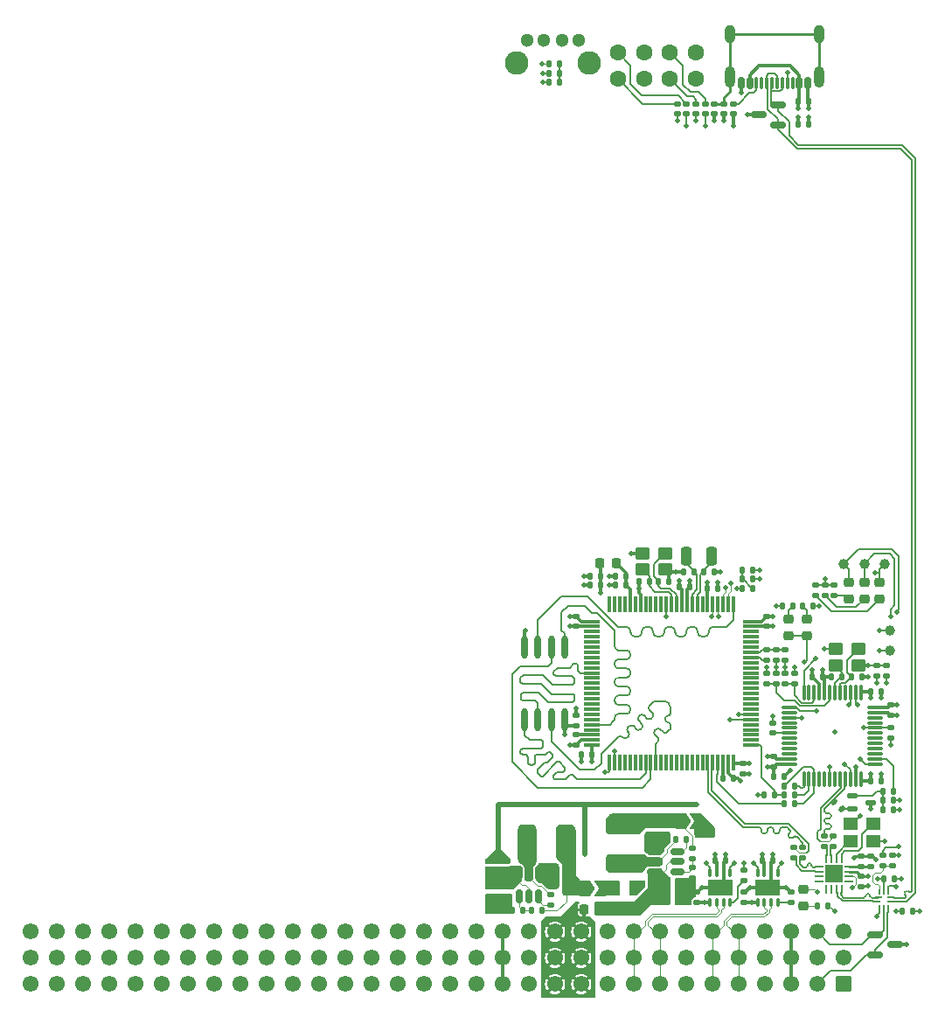
<source format=gbr>
%TF.GenerationSoftware,KiCad,Pcbnew,8.0.9-8.0.9-0~ubuntu24.04.1*%
%TF.CreationDate,2025-02-25T22:58:00+00:00*%
%TF.ProjectId,base-module,62617365-2d6d-46f6-9475-6c652e6b6963,1.0.1*%
%TF.SameCoordinates,Original*%
%TF.FileFunction,Copper,L1,Top*%
%TF.FilePolarity,Positive*%
%FSLAX46Y46*%
G04 Gerber Fmt 4.6, Leading zero omitted, Abs format (unit mm)*
G04 Created by KiCad (PCBNEW 8.0.9-8.0.9-0~ubuntu24.04.1) date 2025-02-25 22:58:00*
%MOMM*%
%LPD*%
G01*
G04 APERTURE LIST*
G04 Aperture macros list*
%AMRoundRect*
0 Rectangle with rounded corners*
0 $1 Rounding radius*
0 $2 $3 $4 $5 $6 $7 $8 $9 X,Y pos of 4 corners*
0 Add a 4 corners polygon primitive as box body*
4,1,4,$2,$3,$4,$5,$6,$7,$8,$9,$2,$3,0*
0 Add four circle primitives for the rounded corners*
1,1,$1+$1,$2,$3*
1,1,$1+$1,$4,$5*
1,1,$1+$1,$6,$7*
1,1,$1+$1,$8,$9*
0 Add four rect primitives between the rounded corners*
20,1,$1+$1,$2,$3,$4,$5,0*
20,1,$1+$1,$4,$5,$6,$7,0*
20,1,$1+$1,$6,$7,$8,$9,0*
20,1,$1+$1,$8,$9,$2,$3,0*%
%AMFreePoly0*
4,1,6,1.000000,0.000000,0.500000,-0.750000,-0.500000,-0.750000,-0.500000,0.750000,0.500000,0.750000,1.000000,0.000000,1.000000,0.000000,$1*%
%AMFreePoly1*
4,1,6,0.500000,-0.750000,-0.650000,-0.750000,-0.150000,0.000000,-0.650000,0.750000,0.500000,0.750000,0.500000,-0.750000,0.500000,-0.750000,$1*%
G04 Aperture macros list end*
%TA.AperFunction,SMDPad,CuDef*%
%ADD10RoundRect,0.250001X0.999999X-0.499999X0.999999X0.499999X-0.999999X0.499999X-0.999999X-0.499999X0*%
%TD*%
%TA.AperFunction,SMDPad,CuDef*%
%ADD11FreePoly0,0.000000*%
%TD*%
%TA.AperFunction,SMDPad,CuDef*%
%ADD12FreePoly1,0.000000*%
%TD*%
%TA.AperFunction,SMDPad,CuDef*%
%ADD13C,1.000000*%
%TD*%
%TA.AperFunction,ComponentPad*%
%ADD14C,1.600000*%
%TD*%
%TA.AperFunction,SMDPad,CuDef*%
%ADD15RoundRect,0.140000X-0.170000X0.140000X-0.170000X-0.140000X0.170000X-0.140000X0.170000X0.140000X0*%
%TD*%
%TA.AperFunction,SMDPad,CuDef*%
%ADD16RoundRect,0.140000X0.140000X0.170000X-0.140000X0.170000X-0.140000X-0.170000X0.140000X-0.170000X0*%
%TD*%
%TA.AperFunction,SMDPad,CuDef*%
%ADD17RoundRect,0.150000X0.587500X0.150000X-0.587500X0.150000X-0.587500X-0.150000X0.587500X-0.150000X0*%
%TD*%
%TA.AperFunction,SMDPad,CuDef*%
%ADD18RoundRect,0.140000X0.170000X-0.140000X0.170000X0.140000X-0.170000X0.140000X-0.170000X-0.140000X0*%
%TD*%
%TA.AperFunction,SMDPad,CuDef*%
%ADD19RoundRect,0.140000X-0.140000X-0.170000X0.140000X-0.170000X0.140000X0.170000X-0.140000X0.170000X0*%
%TD*%
%TA.AperFunction,SMDPad,CuDef*%
%ADD20RoundRect,0.220000X0.255000X-0.220000X0.255000X0.220000X-0.255000X0.220000X-0.255000X-0.220000X0*%
%TD*%
%TA.AperFunction,SMDPad,CuDef*%
%ADD21RoundRect,0.220000X0.220000X0.255000X-0.220000X0.255000X-0.220000X-0.255000X0.220000X-0.255000X0*%
%TD*%
%TA.AperFunction,SMDPad,CuDef*%
%ADD22R,0.663000X0.225000*%
%TD*%
%TA.AperFunction,SMDPad,CuDef*%
%ADD23R,0.563000X0.225000*%
%TD*%
%TA.AperFunction,SMDPad,CuDef*%
%ADD24R,0.225000X0.563000*%
%TD*%
%TA.AperFunction,SMDPad,CuDef*%
%ADD25RoundRect,0.225000X-0.250000X0.225000X-0.250000X-0.225000X0.250000X-0.225000X0.250000X0.225000X0*%
%TD*%
%TA.AperFunction,SMDPad,CuDef*%
%ADD26RoundRect,0.150000X-0.512500X-0.150000X0.512500X-0.150000X0.512500X0.150000X-0.512500X0.150000X0*%
%TD*%
%TA.AperFunction,SMDPad,CuDef*%
%ADD27RoundRect,0.150000X-0.587500X-0.150000X0.587500X-0.150000X0.587500X0.150000X-0.587500X0.150000X0*%
%TD*%
%TA.AperFunction,SMDPad,CuDef*%
%ADD28RoundRect,0.220000X-0.255000X0.220000X-0.255000X-0.220000X0.255000X-0.220000X0.255000X0.220000X0*%
%TD*%
%TA.AperFunction,SMDPad,CuDef*%
%ADD29RoundRect,0.225000X0.225000X0.250000X-0.225000X0.250000X-0.225000X-0.250000X0.225000X-0.250000X0*%
%TD*%
%TA.AperFunction,SMDPad,CuDef*%
%ADD30RoundRect,0.250000X0.450000X0.350000X-0.450000X0.350000X-0.450000X-0.350000X0.450000X-0.350000X0*%
%TD*%
%TA.AperFunction,SMDPad,CuDef*%
%ADD31RoundRect,0.075000X-0.075000X0.662500X-0.075000X-0.662500X0.075000X-0.662500X0.075000X0.662500X0*%
%TD*%
%TA.AperFunction,SMDPad,CuDef*%
%ADD32RoundRect,0.075000X-0.662500X0.075000X-0.662500X-0.075000X0.662500X-0.075000X0.662500X0.075000X0*%
%TD*%
%TA.AperFunction,SMDPad,CuDef*%
%ADD33RoundRect,0.075000X-0.075000X0.725000X-0.075000X-0.725000X0.075000X-0.725000X0.075000X0.725000X0*%
%TD*%
%TA.AperFunction,SMDPad,CuDef*%
%ADD34RoundRect,0.075000X-0.725000X0.075000X-0.725000X-0.075000X0.725000X-0.075000X0.725000X0.075000X0*%
%TD*%
%TA.AperFunction,SMDPad,CuDef*%
%ADD35RoundRect,0.150000X0.150000X0.425000X-0.150000X0.425000X-0.150000X-0.425000X0.150000X-0.425000X0*%
%TD*%
%TA.AperFunction,SMDPad,CuDef*%
%ADD36RoundRect,0.075000X0.075000X0.500000X-0.075000X0.500000X-0.075000X-0.500000X0.075000X-0.500000X0*%
%TD*%
%TA.AperFunction,ComponentPad*%
%ADD37O,1.000000X2.100000*%
%TD*%
%TA.AperFunction,ComponentPad*%
%ADD38O,1.000000X1.800000*%
%TD*%
%TA.AperFunction,SMDPad,CuDef*%
%ADD39RoundRect,0.225000X-0.225000X-0.250000X0.225000X-0.250000X0.225000X0.250000X-0.225000X0.250000X0*%
%TD*%
%TA.AperFunction,ComponentPad*%
%ADD40RoundRect,0.249999X0.525001X0.525001X-0.525001X0.525001X-0.525001X-0.525001X0.525001X-0.525001X0*%
%TD*%
%TA.AperFunction,ComponentPad*%
%ADD41C,1.550000*%
%TD*%
%TA.AperFunction,SMDPad,CuDef*%
%ADD42RoundRect,0.220000X-0.220000X-0.255000X0.220000X-0.255000X0.220000X0.255000X-0.220000X0.255000X0*%
%TD*%
%TA.AperFunction,ComponentPad*%
%ADD43C,1.300000*%
%TD*%
%TA.AperFunction,ComponentPad*%
%ADD44C,2.286000*%
%TD*%
%TA.AperFunction,SMDPad,CuDef*%
%ADD45RoundRect,0.075000X-0.075000X0.350000X-0.075000X-0.350000X0.075000X-0.350000X0.075000X0.350000X0*%
%TD*%
%TA.AperFunction,HeatsinkPad*%
%ADD46R,2.400000X1.600000*%
%TD*%
%TA.AperFunction,SMDPad,CuDef*%
%ADD47RoundRect,0.250000X0.250000X-0.650000X0.250000X0.650000X-0.250000X0.650000X-0.250000X-0.650000X0*%
%TD*%
%TA.AperFunction,SMDPad,CuDef*%
%ADD48RoundRect,0.140000X0.219203X0.021213X0.021213X0.219203X-0.219203X-0.021213X-0.021213X-0.219203X0*%
%TD*%
%TA.AperFunction,SMDPad,CuDef*%
%ADD49R,1.400000X1.200000*%
%TD*%
%TA.AperFunction,SMDPad,CuDef*%
%ADD50O,0.630000X2.250000*%
%TD*%
%TA.AperFunction,SMDPad,CuDef*%
%ADD51RoundRect,0.250001X-0.499999X-0.999999X0.499999X-0.999999X0.499999X0.999999X-0.499999X0.999999X0*%
%TD*%
%TA.AperFunction,SMDPad,CuDef*%
%ADD52RoundRect,0.062500X-0.062500X0.350000X-0.062500X-0.350000X0.062500X-0.350000X0.062500X0.350000X0*%
%TD*%
%TA.AperFunction,SMDPad,CuDef*%
%ADD53RoundRect,0.062500X-0.350000X0.062500X-0.350000X-0.062500X0.350000X-0.062500X0.350000X0.062500X0*%
%TD*%
%TA.AperFunction,HeatsinkPad*%
%ADD54R,1.700000X1.700000*%
%TD*%
%TA.AperFunction,SMDPad,CuDef*%
%ADD55RoundRect,0.125000X0.345000X0.125000X-0.345000X0.125000X-0.345000X-0.125000X0.345000X-0.125000X0*%
%TD*%
%TA.AperFunction,SMDPad,CuDef*%
%ADD56RoundRect,0.150000X-0.150000X0.512500X-0.150000X-0.512500X0.150000X-0.512500X0.150000X0.512500X0*%
%TD*%
%TA.AperFunction,ViaPad*%
%ADD57C,0.500000*%
%TD*%
%TA.AperFunction,Conductor*%
%ADD58C,0.300000*%
%TD*%
%TA.AperFunction,Conductor*%
%ADD59C,0.150000*%
%TD*%
%TA.AperFunction,Conductor*%
%ADD60C,0.200000*%
%TD*%
%TA.AperFunction,Conductor*%
%ADD61C,0.250000*%
%TD*%
%TA.AperFunction,Conductor*%
%ADD62C,0.500000*%
%TD*%
%TA.AperFunction,Conductor*%
%ADD63C,0.100000*%
%TD*%
%TA.AperFunction,Conductor*%
%ADD64C,0.180000*%
%TD*%
%TA.AperFunction,Conductor*%
%ADD65C,0.120000*%
%TD*%
G04 APERTURE END LIST*
D10*
%TO.P,L301,1,1*%
%TO.N,/Power/SW_3V3*%
X107120720Y-134271542D03*
%TO.P,L301,2,2*%
%TO.N,/Power/+3V3_UNPROTEC*%
X107120720Y-130571542D03*
%TD*%
D11*
%TO.P,JP300,1,A*%
%TO.N,/Power/+5V_UNPROTEC*%
X103725000Y-136675000D03*
D12*
%TO.P,JP300,2,B*%
%TO.N,+5V*%
X105175000Y-136675000D03*
%TD*%
D13*
%TO.P,TP302,1,1*%
%TO.N,+3V3*%
X132750000Y-105325000D03*
%TD*%
D14*
%TO.P,LED300,1*%
%TO.N,Net-(LED300-Pad1)*%
X106863600Y-55785000D03*
%TO.P,LED300,2*%
%TO.N,GND*%
X109403600Y-55785000D03*
%TO.P,LED300,3*%
%TO.N,Net-(LED300-Pad3)*%
X106863600Y-58325000D03*
%TO.P,LED300,4*%
%TO.N,GND*%
X109403600Y-58325000D03*
%TD*%
D15*
%TO.P,R903,1*%
%TO.N,/ST-LINK/ST-LINK.D+*%
X126850000Y-131625000D03*
%TO.P,R903,2*%
%TO.N,/USB-hub/USBOUT1_R.D+*%
X126850000Y-132625000D03*
%TD*%
D16*
%TO.P,R308,1*%
%TO.N,Net-(U302-PGANG)*%
X127200000Y-138375000D03*
%TO.P,R308,2*%
%TO.N,Net-(D301-Pad1)*%
X126200000Y-138375000D03*
%TD*%
D17*
%TO.P,U802,1,1*%
%TO.N,/USB/USB2S.D+*%
X122387500Y-62765001D03*
%TO.P,U802,2,2*%
%TO.N,/USB/USB2S.D-*%
X122387500Y-60865001D03*
%TO.P,U802,3,3*%
%TO.N,GND*%
X120512500Y-61815001D03*
%TD*%
D18*
%TO.P,C501,1*%
%TO.N,+3V3*%
X119100000Y-138075000D03*
%TO.P,C501,2*%
%TO.N,GND*%
X119100000Y-137075000D03*
%TD*%
D19*
%TO.P,R716,1*%
%TO.N,/MCU/SWD.SWDIO*%
X123000000Y-128525000D03*
%TO.P,R716,2*%
%TO.N,Net-(U700-PB14)*%
X124000000Y-128525000D03*
%TD*%
D15*
%TO.P,R306,1*%
%TO.N,/Power/+3V3_UNPROTEC*%
X114070720Y-132821542D03*
%TO.P,R306,2*%
%TO.N,/Power/FB_3V3*%
X114070720Y-133821542D03*
%TD*%
D20*
%TO.P,D301,1*%
%TO.N,Net-(D301-Pad1)*%
X124850000Y-138365000D03*
%TO.P,D301,2*%
%TO.N,+5V*%
X124850000Y-136785000D03*
%TD*%
D21*
%TO.P,FB400,1*%
%TO.N,/MCU/+VDDA*%
X106740000Y-105225000D03*
%TO.P,FB400,2*%
%TO.N,+3V3*%
X105160000Y-105225000D03*
%TD*%
D18*
%TO.P,C601,1*%
%TO.N,+3V3*%
X114550000Y-138075000D03*
%TO.P,C601,2*%
%TO.N,GND*%
X114550000Y-137075000D03*
%TD*%
D16*
%TO.P,R301,1*%
%TO.N,/Power/FB_5V0*%
X97650000Y-138871508D03*
%TO.P,R301,2*%
%TO.N,GND*%
X96650000Y-138871508D03*
%TD*%
%TO.P,C408,1*%
%TO.N,+3V3*%
X105200000Y-106475000D03*
%TO.P,C408,2*%
%TO.N,GND*%
X104200000Y-106475000D03*
%TD*%
D18*
%TO.P,R600,1*%
%TO.N,Net-(U600-STB)*%
X119100000Y-135925000D03*
%TO.P,R600,2*%
%TO.N,GND*%
X119100000Y-134925000D03*
%TD*%
D19*
%TO.P,C400,1*%
%TO.N,+3V3*%
X115575000Y-107650000D03*
%TO.P,C400,2*%
%TO.N,GND*%
X116575000Y-107650000D03*
%TD*%
D16*
%TO.P,C313,1*%
%TO.N,/MCU/OSC32_OUT*%
X114250000Y-106025000D03*
%TO.P,C313,2*%
%TO.N,GND*%
X113250000Y-106025000D03*
%TD*%
D19*
%TO.P,R801,1*%
%TO.N,/USB/CC1*%
X124350000Y-62675000D03*
%TO.P,R801,2*%
%TO.N,GND*%
X125350000Y-62675000D03*
%TD*%
D16*
%TO.P,C600,1*%
%TO.N,GND*%
X117300000Y-134025000D03*
%TO.P,C600,2*%
%TO.N,+5V*%
X116300000Y-134025000D03*
%TD*%
%TO.P,C407,1*%
%TO.N,/MCU/+VDDA*%
X107675000Y-107375000D03*
%TO.P,C407,2*%
%TO.N,GND*%
X106675000Y-107375000D03*
%TD*%
D19*
%TO.P,C314,1*%
%TO.N,/MCU/OSC32_IN*%
X115200000Y-106025000D03*
%TO.P,C314,2*%
%TO.N,GND*%
X116200000Y-106025000D03*
%TD*%
D22*
%TO.P,U801,1,D+*%
%TO.N,/USB-hub/USBIN1.D+*%
X132131500Y-137600000D03*
D23*
%TO.P,U801,2,D-*%
%TO.N,/USB-hub/USBIN1.D-*%
X132081500Y-138000000D03*
D24*
%TO.P,U801,3,GND*%
%TO.N,GND*%
X132250000Y-138568500D03*
%TO.P,U801,4,HSD1-*%
%TO.N,/Backplane/BACKPLANE.D-*%
X132650000Y-138568500D03*
%TO.P,U801,5,HSD1+*%
%TO.N,/Backplane/BACKPLANE.D+*%
X133050000Y-138568500D03*
D23*
%TO.P,U801,6,HSD2-*%
%TO.N,/USB/USB2S.D-*%
X133218500Y-138000000D03*
%TO.P,U801,7,HSD2+*%
%TO.N,/USB/USB2S.D+*%
X133218500Y-137600000D03*
D24*
%TO.P,U801,8,~{OE}*%
%TO.N,Net-(U801-~{OE})*%
X133050000Y-137031500D03*
%TO.P,U801,9,VCC*%
%TO.N,+3V3*%
X132650000Y-137031500D03*
%TO.P,U801,10,SEL*%
%TO.N,Net-(U801-SEL)*%
X132250000Y-137031500D03*
%TD*%
D13*
%TO.P,TP701,1,1*%
%TO.N,/ST-LINK/STLINK_RX*%
X133250000Y-113725000D03*
%TD*%
D25*
%TO.P,C304,1*%
%TO.N,+12V_FUSED*%
X94646542Y-136211059D03*
%TO.P,C304,2*%
%TO.N,GND*%
X94646542Y-137771059D03*
%TD*%
D15*
%TO.P,C305,1*%
%TO.N,GND*%
X96090000Y-134071508D03*
%TO.P,C305,2*%
%TO.N,+12V_FUSED*%
X96090000Y-135071508D03*
%TD*%
D16*
%TO.P,R404,1*%
%TO.N,/MCU/NRST*%
X119950000Y-107645000D03*
%TO.P,R404,2*%
%TO.N,/MCU/SWD.~{RST}*%
X118950000Y-107645000D03*
%TD*%
D26*
%TO.P,U301,1,GND*%
%TO.N,GND*%
X110412500Y-133168050D03*
%TO.P,U301,2,SW*%
%TO.N,/Power/SW_3V3*%
X110412500Y-134118050D03*
%TO.P,U301,3,VIN*%
%TO.N,+12V_FUSED*%
X110412500Y-135068050D03*
%TO.P,U301,4,VFB*%
%TO.N,/Power/FB_3V3*%
X112687500Y-135068050D03*
%TO.P,U301,5,EN*%
%TO.N,+12V_FUSED*%
X112687500Y-134118050D03*
%TO.P,U301,6,VBST*%
%TO.N,/Power/VBST_3V3*%
X112687500Y-133168050D03*
%TD*%
D16*
%TO.P,C500,1*%
%TO.N,GND*%
X121900000Y-134025000D03*
%TO.P,C500,2*%
%TO.N,+5V*%
X120900000Y-134025000D03*
%TD*%
D15*
%TO.P,R902,1*%
%TO.N,/ST-LINK/ST-LINK.D-*%
X127750000Y-131625000D03*
%TO.P,R902,2*%
%TO.N,/USB-hub/USBOUT1_R.D-*%
X127750000Y-132625000D03*
%TD*%
D20*
%TO.P,D400,1*%
%TO.N,Net-(D400-Pad1)*%
X129240000Y-108665000D03*
%TO.P,D400,2*%
%TO.N,+12V_FUSED*%
X129240000Y-107085000D03*
%TD*%
D27*
%TO.P,U200,1,1*%
%TO.N,/Backplane/BACKPLANE.D-*%
X131832500Y-141212501D03*
%TO.P,U200,2,2*%
%TO.N,/Backplane/BACKPLANE.D+*%
X131832500Y-143112501D03*
%TO.P,U200,3,3*%
%TO.N,GND*%
X133707500Y-142162501D03*
%TD*%
D15*
%TO.P,R700,1*%
%TO.N,+3V3*%
X121325000Y-115925000D03*
%TO.P,R700,2*%
%TO.N,/ST-LINK/STLINK-RST*%
X121325000Y-116925000D03*
%TD*%
D19*
%TO.P,R405,1*%
%TO.N,+3V3*%
X100228400Y-58685001D03*
%TO.P,R405,2*%
%TO.N,/MCU/USR_BTN*%
X101228400Y-58685001D03*
%TD*%
D18*
%TO.P,R409,1*%
%TO.N,+3V3*%
X114450000Y-61725000D03*
%TO.P,R409,2*%
%TO.N,Net-(LED301-Pad3)*%
X114450000Y-60725000D03*
%TD*%
%TO.P,R400,1*%
%TO.N,/MCU/USER_LED_1*%
X113550000Y-61725000D03*
%TO.P,R400,2*%
%TO.N,Net-(LED300-Pad1)*%
X113550000Y-60725000D03*
%TD*%
%TO.P,R411,1*%
%TO.N,Net-(D401-Pad1)*%
X126950000Y-108375000D03*
%TO.P,R411,2*%
%TO.N,GND*%
X126950000Y-107375000D03*
%TD*%
D15*
%TO.P,C410,1*%
%TO.N,/MCU/BOOT0*%
X123100000Y-113600000D03*
%TO.P,C410,2*%
%TO.N,GND*%
X123100000Y-114600000D03*
%TD*%
D28*
%TO.P,D701,1*%
%TO.N,Net-(D701-Pad1)*%
X125175000Y-110660000D03*
%TO.P,D701,2*%
%TO.N,/ST-LINK/LED*%
X125175000Y-112240000D03*
%TD*%
D15*
%TO.P,R701,1*%
%TO.N,+3V3*%
X124000000Y-115925000D03*
%TO.P,R701,2*%
%TO.N,Net-(U700-PA0)*%
X124000000Y-116925000D03*
%TD*%
%TO.P,C405,1*%
%TO.N,+3V3*%
X121275000Y-110350000D03*
%TO.P,C405,2*%
%TO.N,GND*%
X121275000Y-111350000D03*
%TD*%
D29*
%TO.P,C301,1*%
%TO.N,/Power/+5V_UNPROTEC*%
X102180000Y-136171508D03*
%TO.P,C301,2*%
%TO.N,GND*%
X100620000Y-136171508D03*
%TD*%
D18*
%TO.P,C300,1*%
%TO.N,/Power/VBST_5V0*%
X100400000Y-138281508D03*
%TO.P,C300,2*%
%TO.N,/Power/SW_5V0*%
X100400000Y-137281508D03*
%TD*%
D20*
%TO.P,D402,1*%
%TO.N,Net-(D402-Pad1)*%
X132240000Y-108665000D03*
%TO.P,D402,2*%
%TO.N,+3V3*%
X132240000Y-107085000D03*
%TD*%
D30*
%TO.P,Y700,1,1*%
%TO.N,/ST-LINK/STLINK-OSC_IN*%
X130150000Y-113525000D03*
%TO.P,Y700,2,2*%
%TO.N,GND*%
X127950000Y-113525000D03*
%TO.P,Y700,3,3*%
%TO.N,/ST-LINK/STLINK-OSC_OUT*%
X127950000Y-115125000D03*
%TO.P,Y700,4,4*%
%TO.N,GND*%
X130150000Y-115125000D03*
%TD*%
D31*
%TO.P,U700,1,VBAT*%
%TO.N,+3V3*%
X130400000Y-117762500D03*
%TO.P,U700,2,PC13*%
%TO.N,Net-(U700-PC13)*%
X129900000Y-117762500D03*
%TO.P,U700,3,PC14*%
%TO.N,Net-(U700-PC14)*%
X129400000Y-117762500D03*
%TO.P,U700,4,PC15*%
%TO.N,unconnected-(U700-PC15-Pad4)*%
X128900000Y-117762500D03*
%TO.P,U700,5,PD0*%
%TO.N,/ST-LINK/STLINK-OSC_IN*%
X128400000Y-117762500D03*
%TO.P,U700,6,PD1*%
%TO.N,/ST-LINK/STLINK-OSC_OUT*%
X127900000Y-117762500D03*
%TO.P,U700,7,NRST*%
%TO.N,/ST-LINK/STLINK-RST*%
X127400000Y-117762500D03*
%TO.P,U700,8,VSSA*%
%TO.N,GND*%
X126900000Y-117762500D03*
%TO.P,U700,9,VDDA*%
%TO.N,+3V3*%
X126400000Y-117762500D03*
%TO.P,U700,10,PA0*%
%TO.N,Net-(U700-PA0)*%
X125900000Y-117762500D03*
%TO.P,U700,11,PA1*%
%TO.N,unconnected-(U700-PA1-Pad11)*%
X125400000Y-117762500D03*
%TO.P,U700,12,PA2*%
%TO.N,/ST-LINK/STLINK_TX*%
X124900000Y-117762500D03*
D32*
%TO.P,U700,13,PA3*%
%TO.N,/ST-LINK/STLINK_RX*%
X123487500Y-119175000D03*
%TO.P,U700,14,PA4*%
%TO.N,unconnected-(U700-PA4-Pad14)*%
X123487500Y-119675000D03*
%TO.P,U700,15,PA5*%
%TO.N,Net-(U700-PA5)*%
X123487500Y-120175000D03*
%TO.P,U700,16,PA6*%
%TO.N,unconnected-(U700-PA6-Pad16)*%
X123487500Y-120675000D03*
%TO.P,U700,17,PA7*%
%TO.N,unconnected-(U700-PA7-Pad17)*%
X123487500Y-121175000D03*
%TO.P,U700,18,PB0*%
%TO.N,Net-(U700-PB0)*%
X123487500Y-121675000D03*
%TO.P,U700,19,PB1*%
%TO.N,unconnected-(U700-PB1-Pad19)*%
X123487500Y-122175000D03*
%TO.P,U700,20,PB2*%
%TO.N,unconnected-(U700-PB2-Pad20)*%
X123487500Y-122675000D03*
%TO.P,U700,21,PB10*%
%TO.N,unconnected-(U700-PB10-Pad21)*%
X123487500Y-123175000D03*
%TO.P,U700,22,PB11*%
%TO.N,unconnected-(U700-PB11-Pad22)*%
X123487500Y-123675000D03*
%TO.P,U700,23,VSS*%
%TO.N,GND*%
X123487500Y-124175000D03*
%TO.P,U700,24,VDD*%
%TO.N,+3V3*%
X123487500Y-124675000D03*
D31*
%TO.P,U700,25,PB12*%
%TO.N,Net-(U700-PB12)*%
X124900000Y-126087500D03*
%TO.P,U700,26,PB13*%
%TO.N,Net-(U700-PB13)*%
X125400000Y-126087500D03*
%TO.P,U700,27,PB14*%
%TO.N,Net-(U700-PB14)*%
X125900000Y-126087500D03*
%TO.P,U700,28,PB15*%
%TO.N,unconnected-(U700-PB15-Pad28)*%
X126400000Y-126087500D03*
%TO.P,U700,29,PA8*%
%TO.N,unconnected-(U700-PA8-Pad29)*%
X126900000Y-126087500D03*
%TO.P,U700,30,PA9*%
%TO.N,/ST-LINK/LED*%
X127400000Y-126087500D03*
%TO.P,U700,31,PA10*%
%TO.N,/ST-LINK/SWO*%
X127900000Y-126087500D03*
%TO.P,U700,32,PA11*%
%TO.N,/ST-LINK/ST-LINK.D-*%
X128400000Y-126087500D03*
%TO.P,U700,33,PA12*%
%TO.N,/ST-LINK/ST-LINK.D+*%
X128900000Y-126087500D03*
%TO.P,U700,34,PA13*%
%TO.N,/ST-LINK/DIO*%
X129400000Y-126087500D03*
%TO.P,U700,35,VSS*%
%TO.N,GND*%
X129900000Y-126087500D03*
%TO.P,U700,36,VDD*%
%TO.N,+3V3*%
X130400000Y-126087500D03*
D32*
%TO.P,U700,37,PA14*%
%TO.N,/ST-LINK/CLK*%
X131812500Y-124675000D03*
%TO.P,U700,38,PA15*%
%TO.N,/ST-LINK/USB_RENUM*%
X131812500Y-124175000D03*
%TO.P,U700,39,PB3*%
%TO.N,unconnected-(U700-PB3-Pad39)*%
X131812500Y-123675000D03*
%TO.P,U700,40,PB4*%
%TO.N,unconnected-(U700-PB4-Pad40)*%
X131812500Y-123175000D03*
%TO.P,U700,41,PB5*%
%TO.N,unconnected-(U700-PB5-Pad41)*%
X131812500Y-122675000D03*
%TO.P,U700,42,PB6*%
%TO.N,unconnected-(U700-PB6-Pad42)*%
X131812500Y-122175000D03*
%TO.P,U700,43,PB7*%
%TO.N,unconnected-(U700-PB7-Pad43)*%
X131812500Y-121675000D03*
%TO.P,U700,44,BOOT0*%
%TO.N,/ST-LINK/STLINK-BOOT0*%
X131812500Y-121175000D03*
%TO.P,U700,45,PB8*%
%TO.N,unconnected-(U700-PB8-Pad45)*%
X131812500Y-120675000D03*
%TO.P,U700,46,PB9*%
%TO.N,unconnected-(U700-PB9-Pad46)*%
X131812500Y-120175000D03*
%TO.P,U700,47,VSS*%
%TO.N,GND*%
X131812500Y-119675000D03*
%TO.P,U700,48,VDD*%
%TO.N,+3V3*%
X131812500Y-119175000D03*
%TD*%
D13*
%TO.P,TP700,1,1*%
%TO.N,/ST-LINK/STLINK_TX*%
X133250000Y-111725000D03*
%TD*%
D19*
%TO.P,R707,1*%
%TO.N,+3V3*%
X122850000Y-109375000D03*
%TO.P,R707,2*%
%TO.N,Net-(D700-Pad2)*%
X123850000Y-109375000D03*
%TD*%
D33*
%TO.P,U400,1,PE2*%
%TO.N,/MCU/QSPI1.IO2*%
X118075000Y-109175000D03*
%TO.P,U400,2,PE3*%
%TO.N,/MCU/USER_LED_1*%
X117575000Y-109175000D03*
%TO.P,U400,3,PE4*%
%TO.N,/MCU/USER_LED_2*%
X117075000Y-109175000D03*
%TO.P,U400,4,PE5*%
%TO.N,/MCU/STATUS_LED*%
X116575000Y-109175000D03*
%TO.P,U400,5,PE6*%
%TO.N,/MCU/USR_BUTTON*%
X116075000Y-109175000D03*
%TO.P,U400,6,VBAT*%
%TO.N,+3V3*%
X115575000Y-109175000D03*
%TO.P,U400,7,PC13*%
%TO.N,unconnected-(U400-PC13-Pad7)*%
X115075000Y-109175000D03*
%TO.P,U400,8,PC14*%
%TO.N,/MCU/OSC32_IN*%
X114575000Y-109175000D03*
%TO.P,U400,9,PC15*%
%TO.N,/MCU/OSC32_OUT*%
X114075000Y-109175000D03*
%TO.P,U400,10,VSS*%
%TO.N,GND*%
X113575000Y-109175000D03*
%TO.P,U400,11,VDD*%
%TO.N,+3V3*%
X113075000Y-109175000D03*
%TO.P,U400,12,PH0*%
%TO.N,/MCU/OSC_IN*%
X112575000Y-109175000D03*
%TO.P,U400,13,PH1*%
%TO.N,/MCU/OSC_OUT*%
X112075000Y-109175000D03*
%TO.P,U400,14,NRST*%
%TO.N,/MCU/SWD.~{RST}*%
X111575000Y-109175000D03*
%TO.P,U400,15,PC0*%
%TO.N,unconnected-(U400-PC0-Pad15)*%
X111075000Y-109175000D03*
%TO.P,U400,16,PC1*%
%TO.N,unconnected-(U400-PC1-Pad16)*%
X110575000Y-109175000D03*
%TO.P,U400,17,PC2_C*%
%TO.N,unconnected-(U400-PC2_C-Pad17)*%
X110075000Y-109175000D03*
%TO.P,U400,18,PC3_C*%
%TO.N,unconnected-(U400-PC3_C-Pad18)*%
X109575000Y-109175000D03*
%TO.P,U400,19,VSSA*%
%TO.N,GND*%
X109075000Y-109175000D03*
%TO.P,U400,20,VREF+*%
%TO.N,unconnected-(U400-VREF+-Pad20)*%
X108575000Y-109175000D03*
%TO.P,U400,21,VDDA*%
%TO.N,/MCU/+VDDA*%
X108075000Y-109175000D03*
%TO.P,U400,22,PA0*%
%TO.N,unconnected-(U400-PA0-Pad22)*%
X107575000Y-109175000D03*
%TO.P,U400,23,PA1*%
%TO.N,unconnected-(U400-PA1-Pad23)*%
X107075000Y-109175000D03*
%TO.P,U400,24,PA2*%
%TO.N,unconnected-(U400-PA2-Pad24)*%
X106575000Y-109175000D03*
%TO.P,U400,25,PA3*%
%TO.N,unconnected-(U400-PA3-Pad25)*%
X106075000Y-109175000D03*
D34*
%TO.P,U400,26,VSS*%
%TO.N,GND*%
X104400000Y-110850000D03*
%TO.P,U400,27,VDD*%
%TO.N,+3V3*%
X104400000Y-111350000D03*
%TO.P,U400,28,PA4*%
%TO.N,unconnected-(U400-PA4-Pad28)*%
X104400000Y-111850000D03*
%TO.P,U400,29,PA5*%
%TO.N,unconnected-(U400-PA5-Pad29)*%
X104400000Y-112350000D03*
%TO.P,U400,30,PA6*%
%TO.N,unconnected-(U400-PA6-Pad30)*%
X104400000Y-112850000D03*
%TO.P,U400,31,PA7*%
%TO.N,unconnected-(U400-PA7-Pad31)*%
X104400000Y-113350000D03*
%TO.P,U400,32,PC4*%
%TO.N,unconnected-(U400-PC4-Pad32)*%
X104400000Y-113850000D03*
%TO.P,U400,33,PC5*%
%TO.N,unconnected-(U400-PC5-Pad33)*%
X104400000Y-114350000D03*
%TO.P,U400,34,PB0*%
%TO.N,unconnected-(U400-PB0-Pad34)*%
X104400000Y-114850000D03*
%TO.P,U400,35,PB1*%
%TO.N,unconnected-(U400-PB1-Pad35)*%
X104400000Y-115350000D03*
%TO.P,U400,36,PB2*%
%TO.N,/MCU/QSPI1.SCLK*%
X104400000Y-115850000D03*
%TO.P,U400,37,PE7*%
%TO.N,unconnected-(U400-PE7-Pad37)*%
X104400000Y-116350000D03*
%TO.P,U400,38,PE8*%
%TO.N,unconnected-(U400-PE8-Pad38)*%
X104400000Y-116850000D03*
%TO.P,U400,39,PE9*%
%TO.N,unconnected-(U400-PE9-Pad39)*%
X104400000Y-117350000D03*
%TO.P,U400,40,PE10*%
%TO.N,unconnected-(U400-PE10-Pad40)*%
X104400000Y-117850000D03*
%TO.P,U400,41,PE11*%
%TO.N,unconnected-(U400-PE11-Pad41)*%
X104400000Y-118350000D03*
%TO.P,U400,42,PE12*%
%TO.N,unconnected-(U400-PE12-Pad42)*%
X104400000Y-118850000D03*
%TO.P,U400,43,PE13*%
%TO.N,unconnected-(U400-PE13-Pad43)*%
X104400000Y-119350000D03*
%TO.P,U400,44,PE14*%
%TO.N,unconnected-(U400-PE14-Pad44)*%
X104400000Y-119850000D03*
%TO.P,U400,45,PE15*%
%TO.N,unconnected-(U400-PE15-Pad45)*%
X104400000Y-120350000D03*
%TO.P,U400,46,PB10*%
%TO.N,/MCU/QSPI1.CS*%
X104400000Y-120850000D03*
%TO.P,U400,47,PB11*%
%TO.N,unconnected-(U400-PB11-Pad47)*%
X104400000Y-121350000D03*
%TO.P,U400,48,VCAP*%
%TO.N,/MCU/VCAP_1*%
X104400000Y-121850000D03*
%TO.P,U400,49,VSS*%
%TO.N,GND*%
X104400000Y-122350000D03*
%TO.P,U400,50,VDD*%
%TO.N,+3V3*%
X104400000Y-122850000D03*
D33*
%TO.P,U400,51,PB12*%
%TO.N,/CAN transceiver 2/CAN.RX*%
X106075000Y-124525000D03*
%TO.P,U400,52,PB13*%
%TO.N,/CAN transceiver 2/CAN.TX*%
X106575000Y-124525000D03*
%TO.P,U400,53,PB14*%
%TO.N,unconnected-(U400-PB14-Pad53)*%
X107075000Y-124525000D03*
%TO.P,U400,54,PB15*%
%TO.N,unconnected-(U400-PB15-Pad54)*%
X107575000Y-124525000D03*
%TO.P,U400,55,PD8*%
%TO.N,unconnected-(U400-PD8-Pad55)*%
X108075000Y-124525000D03*
%TO.P,U400,56,PD9*%
%TO.N,unconnected-(U400-PD9-Pad56)*%
X108575000Y-124525000D03*
%TO.P,U400,57,PD10*%
%TO.N,unconnected-(U400-PD10-Pad57)*%
X109075000Y-124525000D03*
%TO.P,U400,58,PD11*%
%TO.N,/MCU/QSPI1.IO0*%
X109575000Y-124525000D03*
%TO.P,U400,59,PD12*%
%TO.N,/MCU/QSPI1.IO1*%
X110075000Y-124525000D03*
%TO.P,U400,60,PD13*%
%TO.N,/MCU/QSPI1.IO3*%
X110575000Y-124525000D03*
%TO.P,U400,61,PD14*%
%TO.N,unconnected-(U400-PD14-Pad61)*%
X111075000Y-124525000D03*
%TO.P,U400,62,PD15*%
%TO.N,unconnected-(U400-PD15-Pad62)*%
X111575000Y-124525000D03*
%TO.P,U400,63,PC6*%
%TO.N,unconnected-(U400-PC6-Pad63)*%
X112075000Y-124525000D03*
%TO.P,U400,64,PC7*%
%TO.N,unconnected-(U400-PC7-Pad64)*%
X112575000Y-124525000D03*
%TO.P,U400,65,PC8*%
%TO.N,unconnected-(U400-PC8-Pad65)*%
X113075000Y-124525000D03*
%TO.P,U400,66,PC9*%
%TO.N,unconnected-(U400-PC9-Pad66)*%
X113575000Y-124525000D03*
%TO.P,U400,67,PA8*%
%TO.N,unconnected-(U400-PA8-Pad67)*%
X114075000Y-124525000D03*
%TO.P,U400,68,PA9*%
%TO.N,unconnected-(U400-PA9-Pad68)*%
X114575000Y-124525000D03*
%TO.P,U400,69,PA10*%
%TO.N,unconnected-(U400-PA10-Pad69)*%
X115075000Y-124525000D03*
%TO.P,U400,70,PA11*%
%TO.N,/MCU/USB_MCU.D-*%
X115575000Y-124525000D03*
%TO.P,U400,71,PA12*%
%TO.N,/MCU/USB_MCU.D+*%
X116075000Y-124525000D03*
%TO.P,U400,72,PA13*%
%TO.N,/MCU/SWD.SWDIO*%
X116575000Y-124525000D03*
%TO.P,U400,73,VCAP*%
%TO.N,/MCU/VCAP_2*%
X117075000Y-124525000D03*
%TO.P,U400,74,VSS*%
%TO.N,GND*%
X117575000Y-124525000D03*
%TO.P,U400,75,VDD*%
%TO.N,+3V3*%
X118075000Y-124525000D03*
D34*
%TO.P,U400,76,PA14*%
%TO.N,/MCU/SWD.SWCLK*%
X119750000Y-122850000D03*
%TO.P,U400,77,PA15*%
%TO.N,unconnected-(U400-PA15-Pad77)*%
X119750000Y-122350000D03*
%TO.P,U400,78,PC10*%
%TO.N,unconnected-(U400-PC10-Pad78)*%
X119750000Y-121850000D03*
%TO.P,U400,79,PC11*%
%TO.N,unconnected-(U400-PC11-Pad79)*%
X119750000Y-121350000D03*
%TO.P,U400,80,PC12*%
%TO.N,unconnected-(U400-PC12-Pad80)*%
X119750000Y-120850000D03*
%TO.P,U400,81,PD0*%
%TO.N,/CAN transceiver 1/CAN.RX*%
X119750000Y-120350000D03*
%TO.P,U400,82,PD1*%
%TO.N,/CAN transceiver 1/CAN.TX*%
X119750000Y-119850000D03*
%TO.P,U400,83,PD2*%
%TO.N,unconnected-(U400-PD2-Pad83)*%
X119750000Y-119350000D03*
%TO.P,U400,84,PD3*%
%TO.N,unconnected-(U400-PD3-Pad84)*%
X119750000Y-118850000D03*
%TO.P,U400,85,PD4*%
%TO.N,unconnected-(U400-PD4-Pad85)*%
X119750000Y-118350000D03*
%TO.P,U400,86,PD5*%
%TO.N,unconnected-(U400-PD5-Pad86)*%
X119750000Y-117850000D03*
%TO.P,U400,87,PD6*%
%TO.N,unconnected-(U400-PD6-Pad87)*%
X119750000Y-117350000D03*
%TO.P,U400,88,PD7*%
%TO.N,unconnected-(U400-PD7-Pad88)*%
X119750000Y-116850000D03*
%TO.P,U400,89,PB3*%
%TO.N,unconnected-(U400-PB3-Pad89)*%
X119750000Y-116350000D03*
%TO.P,U400,90,PB4*%
%TO.N,unconnected-(U400-PB4-Pad90)*%
X119750000Y-115850000D03*
%TO.P,U400,91,PB5*%
%TO.N,unconnected-(U400-PB5-Pad91)*%
X119750000Y-115350000D03*
%TO.P,U400,92,PB6*%
%TO.N,unconnected-(U400-PB6-Pad92)*%
X119750000Y-114850000D03*
%TO.P,U400,93,PB7*%
%TO.N,/MCU/BOOT_EN*%
X119750000Y-114350000D03*
%TO.P,U400,94,BOOT0*%
%TO.N,/MCU/BOOT0*%
X119750000Y-113850000D03*
%TO.P,U400,95,PB8*%
%TO.N,/MCU/I2C1.SCL*%
X119750000Y-113350000D03*
%TO.P,U400,96,PB9*%
%TO.N,/MCU/I2C1.SDA*%
X119750000Y-112850000D03*
%TO.P,U400,97,PE0*%
%TO.N,unconnected-(U400-PE0-Pad97)*%
X119750000Y-112350000D03*
%TO.P,U400,98,PE1*%
%TO.N,unconnected-(U400-PE1-Pad98)*%
X119750000Y-111850000D03*
%TO.P,U400,99,VSS*%
%TO.N,GND*%
X119750000Y-111350000D03*
%TO.P,U400,100,VDD*%
%TO.N,+3V3*%
X119750000Y-110850000D03*
%TD*%
D16*
%TO.P,C409,1*%
%TO.N,+3V3*%
X105200000Y-107375000D03*
%TO.P,C409,2*%
%TO.N,GND*%
X104200000Y-107375000D03*
%TD*%
%TO.P,C708,1*%
%TO.N,/ST-LINK/STLINK-OSC_OUT*%
X128600000Y-116235000D03*
%TO.P,C708,2*%
%TO.N,GND*%
X127600000Y-116235000D03*
%TD*%
D15*
%TO.P,R705,1*%
%TO.N,GND*%
X132900000Y-115125000D03*
%TO.P,R705,2*%
%TO.N,Net-(U700-PC13)*%
X132900000Y-116125000D03*
%TD*%
%TO.P,R307,1*%
%TO.N,/Power/FB_3V3*%
X114070720Y-134721542D03*
%TO.P,R307,2*%
%TO.N,GND*%
X114070720Y-135721542D03*
%TD*%
D19*
%TO.P,R711,1*%
%TO.N,Net-(Q700-B)*%
X132550000Y-128175000D03*
%TO.P,R711,2*%
%TO.N,GND*%
X133550000Y-128175000D03*
%TD*%
%TO.P,R710,1*%
%TO.N,Net-(Q700-B)*%
X132550000Y-127275000D03*
%TO.P,R710,2*%
%TO.N,/ST-LINK/USB_RENUM*%
X133550000Y-127275000D03*
%TD*%
%TO.P,R715,1*%
%TO.N,/MCU/SWD.SWCLK*%
X123000000Y-127650000D03*
%TO.P,R715,2*%
%TO.N,Net-(U700-PB13)*%
X124000000Y-127650000D03*
%TD*%
D15*
%TO.P,C801,1*%
%TO.N,Net-(J800-SHIELD)*%
X116250000Y-60725000D03*
%TO.P,C801,2*%
%TO.N,GND*%
X116250000Y-61725000D03*
%TD*%
D13*
%TO.P,TP300,1,1*%
%TO.N,+12V_FUSED*%
X128750000Y-105325000D03*
%TD*%
D18*
%TO.P,C402,1*%
%TO.N,+3V3*%
X102875000Y-111350000D03*
%TO.P,C402,2*%
%TO.N,GND*%
X102875000Y-110350000D03*
%TD*%
D11*
%TO.P,JP301,1,A*%
%TO.N,/Power/+3V3_UNPROTEC*%
X112970720Y-130225000D03*
D12*
%TO.P,JP301,2,B*%
%TO.N,+3V3*%
X114420720Y-130225000D03*
%TD*%
D35*
%TO.P,J800,A1,GND*%
%TO.N,GND*%
X125250000Y-58715000D03*
%TO.P,J800,A4,VBUS*%
%TO.N,/USB/VBUS_IN*%
X124450000Y-58715000D03*
D36*
%TO.P,J800,A5,CC1*%
%TO.N,/USB/CC1*%
X123300000Y-58715000D03*
%TO.P,J800,A6,D+*%
%TO.N,/USB/USB2S.D+*%
X122300000Y-58715000D03*
%TO.P,J800,A7,D-*%
%TO.N,/USB/USB2S.D-*%
X121800000Y-58715000D03*
%TO.P,J800,A8,SBU1*%
%TO.N,unconnected-(J800-SBU1-PadA8)*%
X120800000Y-58715000D03*
D35*
%TO.P,J800,A9,VBUS*%
%TO.N,/USB/VBUS_IN*%
X119650000Y-58715000D03*
%TO.P,J800,A12,GND*%
%TO.N,GND*%
X118850000Y-58715000D03*
%TO.P,J800,B1,GND*%
X118850000Y-58715000D03*
%TO.P,J800,B4,VBUS*%
%TO.N,/USB/VBUS_IN*%
X119650000Y-58715000D03*
D36*
%TO.P,J800,B5,CC2*%
%TO.N,/USB/CC2*%
X120300000Y-58715000D03*
%TO.P,J800,B6,D+*%
%TO.N,/USB/USB2S.D+*%
X121300000Y-58715000D03*
%TO.P,J800,B7,D-*%
%TO.N,/USB/USB2S.D-*%
X122800000Y-58715000D03*
%TO.P,J800,B8,SBU2*%
%TO.N,unconnected-(J800-SBU2-PadB8)*%
X123800000Y-58715000D03*
D35*
%TO.P,J800,B9,VBUS*%
%TO.N,/USB/VBUS_IN*%
X124450000Y-58715000D03*
%TO.P,J800,B12,GND*%
%TO.N,GND*%
X125250000Y-58715000D03*
D37*
%TO.P,J800,S1,SHIELD*%
%TO.N,Net-(J800-SHIELD)*%
X126370000Y-58140000D03*
D38*
X126370000Y-53960000D03*
D37*
X117730000Y-58140000D03*
D38*
X117730000Y-53960000D03*
%TD*%
D19*
%TO.P,C311,1*%
%TO.N,GND*%
X109270720Y-136281542D03*
%TO.P,C311,2*%
%TO.N,+12V_FUSED*%
X110270720Y-136281542D03*
%TD*%
D13*
%TO.P,TP301,1,1*%
%TO.N,+5V*%
X130750000Y-105325000D03*
%TD*%
D19*
%TO.P,C707,1*%
%TO.N,/ST-LINK/STLINK-OSC_IN*%
X129500000Y-116225000D03*
%TO.P,C707,2*%
%TO.N,GND*%
X130500000Y-116225000D03*
%TD*%
D15*
%TO.P,R901,1*%
%TO.N,/MCU/USB_MCU.D+*%
X123900000Y-132725000D03*
%TO.P,R901,2*%
%TO.N,/USB-hub/USB_MCU_R.D+*%
X123900000Y-133725000D03*
%TD*%
D16*
%TO.P,R709,1*%
%TO.N,+5V*%
X133550000Y-129075000D03*
%TO.P,R709,2*%
%TO.N,Net-(Q700-B)*%
X132550000Y-129075000D03*
%TD*%
D15*
%TO.P,R805,1*%
%TO.N,Net-(J800-SHIELD)*%
X117150000Y-60725000D03*
%TO.P,R805,2*%
%TO.N,GND*%
X117150000Y-61725000D03*
%TD*%
%TO.P,R800,1*%
%TO.N,/USB/CC2*%
X118050000Y-60725000D03*
%TO.P,R800,2*%
%TO.N,GND*%
X118050000Y-61725000D03*
%TD*%
D39*
%TO.P,C310,1*%
%TO.N,+12V_FUSED*%
X111420720Y-136481542D03*
%TO.P,C310,2*%
%TO.N,GND*%
X112980720Y-136481542D03*
%TD*%
D15*
%TO.P,R402,1*%
%TO.N,/MCU/BOOT0*%
X122200000Y-113600000D03*
%TO.P,R402,2*%
%TO.N,GND*%
X122200000Y-114600000D03*
%TD*%
D18*
%TO.P,R702,1*%
%TO.N,GND*%
X133300000Y-122175000D03*
%TO.P,R702,2*%
%TO.N,/ST-LINK/STLINK-BOOT0*%
X133300000Y-121175000D03*
%TD*%
D39*
%TO.P,C309,1*%
%TO.N,+12V_FUSED*%
X111410271Y-137725000D03*
%TO.P,C309,2*%
%TO.N,GND*%
X112970271Y-137725000D03*
%TD*%
D18*
%TO.P,C900,1*%
%TO.N,Net-(U302-3V3)*%
X130450000Y-134575000D03*
%TO.P,C900,2*%
%TO.N,GND*%
X130450000Y-133575000D03*
%TD*%
D15*
%TO.P,C404,1*%
%TO.N,+3V3*%
X118975000Y-124600000D03*
%TO.P,C404,2*%
%TO.N,GND*%
X118975000Y-125600000D03*
%TD*%
%TO.P,R802,1*%
%TO.N,/USB/VBUS_IN*%
X132550000Y-133525000D03*
%TO.P,R802,2*%
%TO.N,Net-(U801-SEL)*%
X132550000Y-134525000D03*
%TD*%
D19*
%TO.P,C701,1*%
%TO.N,+3V3*%
X131350000Y-117625000D03*
%TO.P,C701,2*%
%TO.N,GND*%
X132350000Y-117625000D03*
%TD*%
D16*
%TO.P,R300,1*%
%TO.N,/Power/+5V_UNPROTEC*%
X99550000Y-138871508D03*
%TO.P,R300,2*%
%TO.N,/Power/FB_5V0*%
X98550000Y-138871508D03*
%TD*%
D40*
%TO.P,J200,a1,a1*%
%TO.N,GND*%
X128740000Y-145975000D03*
D41*
%TO.P,J200,a2,a2*%
%TO.N,/Backplane/BACKPLANE.D+*%
X126200000Y-145975000D03*
%TO.P,J200,a3,a3*%
%TO.N,+5V_STDBY*%
X123660000Y-145975000D03*
%TO.P,J200,a4,a4*%
%TO.N,GND*%
X121120000Y-145975000D03*
%TO.P,J200,a5,a5*%
%TO.N,/Backplane/CAN1.+*%
X118580000Y-145975000D03*
%TO.P,J200,a6,a6*%
%TO.N,/Backplane/CAN1.-*%
X116040000Y-145975000D03*
%TO.P,J200,a7,a7*%
%TO.N,GND*%
X113500000Y-145975000D03*
%TO.P,J200,a8,a8*%
%TO.N,/Backplane/CAN2.+*%
X110960000Y-145975000D03*
%TO.P,J200,a9,a9*%
%TO.N,/Backplane/CAN2.-*%
X108420000Y-145975000D03*
%TO.P,J200,a10,a10*%
%TO.N,GND*%
X105880000Y-145975000D03*
%TO.P,J200,a11,a11*%
%TO.N,+12V*%
X103340000Y-145975000D03*
%TO.P,J200,a12,a12*%
X100800000Y-145975000D03*
%TO.P,J200,a13,a13*%
%TO.N,GND*%
X98260000Y-145975000D03*
%TO.P,J200,a14,a14*%
%TO.N,+24V*%
X95720000Y-145975000D03*
%TO.P,J200,a15,a15*%
%TO.N,GND*%
X93180000Y-145975000D03*
%TO.P,J200,a16,a16*%
%TO.N,/Backplane/GPIOL0*%
X90640000Y-145975000D03*
%TO.P,J200,a17,a17*%
%TO.N,/Backplane/GPIOL1*%
X88100000Y-145975000D03*
%TO.P,J200,a18,a18*%
%TO.N,/Backplane/GPIOL2*%
X85560000Y-145975000D03*
%TO.P,J200,a19,a19*%
%TO.N,/Backplane/GPIOL3*%
X83020000Y-145975000D03*
%TO.P,J200,a20,a20*%
%TO.N,/Backplane/GPIOL4*%
X80480000Y-145975000D03*
%TO.P,J200,a21,a21*%
%TO.N,/Backplane/GPIOL5*%
X77940000Y-145975000D03*
%TO.P,J200,a22,a22*%
%TO.N,/Backplane/GPIOL6*%
X75400000Y-145975000D03*
%TO.P,J200,a23,a23*%
%TO.N,/Backplane/GPIOL7*%
X72860000Y-145975000D03*
%TO.P,J200,a24,a24*%
%TO.N,/Backplane/GPIOL8*%
X70320000Y-145975000D03*
%TO.P,J200,a25,a25*%
%TO.N,/Backplane/GPIOL9*%
X67780000Y-145975000D03*
%TO.P,J200,a26,a26*%
%TO.N,/Backplane/GPIOL10*%
X65240000Y-145975000D03*
%TO.P,J200,a27,a27*%
%TO.N,/Backplane/GPIOL11*%
X62700000Y-145975000D03*
%TO.P,J200,a28,a28*%
%TO.N,/Backplane/GPIOL12*%
X60160000Y-145975000D03*
%TO.P,J200,a29,a29*%
%TO.N,/Backplane/GPIOL13*%
X57620000Y-145975000D03*
%TO.P,J200,a30,a30*%
%TO.N,/Backplane/GPIOL14*%
X55080000Y-145975000D03*
%TO.P,J200,a31,a31*%
%TO.N,/Backplane/GPIOL15*%
X52540000Y-145975000D03*
%TO.P,J200,a32,a32*%
%TO.N,GND*%
X50000000Y-145975000D03*
%TO.P,J200,b1,b1*%
X128740000Y-143435000D03*
%TO.P,J200,b2,b2*%
X126200000Y-143435000D03*
%TO.P,J200,b3,b3*%
%TO.N,+5V_STDBY*%
X123660000Y-143435000D03*
%TO.P,J200,b4,b4*%
%TO.N,GND*%
X121120000Y-143435000D03*
%TO.P,J200,b5,b5*%
%TO.N,/Backplane/CAN1.+*%
X118580000Y-143435000D03*
%TO.P,J200,b6,b6*%
%TO.N,/Backplane/CAN1.-*%
X116040000Y-143435000D03*
%TO.P,J200,b7,b7*%
%TO.N,GND*%
X113500000Y-143435000D03*
%TO.P,J200,b8,b8*%
%TO.N,/Backplane/CAN2.+*%
X110960000Y-143435000D03*
%TO.P,J200,b9,b9*%
%TO.N,/Backplane/CAN2.-*%
X108420000Y-143435000D03*
%TO.P,J200,b10,b10*%
%TO.N,GND*%
X105880000Y-143435000D03*
%TO.P,J200,b11,b11*%
%TO.N,+12V*%
X103340000Y-143435000D03*
%TO.P,J200,b12,b12*%
X100800000Y-143435000D03*
%TO.P,J200,b13,b13*%
%TO.N,GND*%
X98260000Y-143435000D03*
%TO.P,J200,b14,b14*%
%TO.N,+24V*%
X95720000Y-143435000D03*
%TO.P,J200,b15,b15*%
%TO.N,GND*%
X93180000Y-143435000D03*
%TO.P,J200,b16,b16*%
%TO.N,/Backplane/GPIOC0*%
X90640000Y-143435000D03*
%TO.P,J200,b17,b17*%
%TO.N,/Backplane/GPIOC1*%
X88100000Y-143435000D03*
%TO.P,J200,b18,b18*%
%TO.N,/Backplane/GPIOC2*%
X85560000Y-143435000D03*
%TO.P,J200,b19,b19*%
%TO.N,/Backplane/GPIOC3*%
X83020000Y-143435000D03*
%TO.P,J200,b20,b20*%
%TO.N,/Backplane/GPIOC4*%
X80480000Y-143435000D03*
%TO.P,J200,b21,b21*%
%TO.N,/Backplane/GPIOC5*%
X77940000Y-143435000D03*
%TO.P,J200,b22,b22*%
%TO.N,/Backplane/GPIOC6*%
X75400000Y-143435000D03*
%TO.P,J200,b23,b23*%
%TO.N,/Backplane/GPIOC7*%
X72860000Y-143435000D03*
%TO.P,J200,b24,b24*%
%TO.N,/Backplane/GPIOC8*%
X70320000Y-143435000D03*
%TO.P,J200,b25,b25*%
%TO.N,/Backplane/GPIOC9*%
X67780000Y-143435000D03*
%TO.P,J200,b26,b26*%
%TO.N,/Backplane/GPIOC10*%
X65240000Y-143435000D03*
%TO.P,J200,b27,b27*%
%TO.N,/Backplane/GPIOC11*%
X62700000Y-143435000D03*
%TO.P,J200,b28,b28*%
%TO.N,/Backplane/GPIOC12*%
X60160000Y-143435000D03*
%TO.P,J200,b29,b29*%
%TO.N,/Backplane/GPIOC13*%
X57620000Y-143435000D03*
%TO.P,J200,b30,b30*%
%TO.N,/Backplane/GPIOC14*%
X55080000Y-143435000D03*
%TO.P,J200,b31,b31*%
%TO.N,/Backplane/GPIOC15*%
X52540000Y-143435000D03*
%TO.P,J200,b32,b32*%
%TO.N,GND*%
X50000000Y-143435000D03*
%TO.P,J200,c1,c1*%
X128740000Y-140895000D03*
%TO.P,J200,c2,c2*%
%TO.N,/Backplane/BACKPLANE.D-*%
X126200000Y-140895000D03*
%TO.P,J200,c3,c3*%
%TO.N,+5V_STDBY*%
X123660000Y-140895000D03*
%TO.P,J200,c4,c4*%
%TO.N,GND*%
X121120000Y-140895000D03*
%TO.P,J200,c5,c5*%
%TO.N,/Backplane/CAN1.+*%
X118580000Y-140895000D03*
%TO.P,J200,c6,c6*%
%TO.N,/Backplane/CAN1.-*%
X116040000Y-140895000D03*
%TO.P,J200,c7,c7*%
%TO.N,GND*%
X113500000Y-140895000D03*
%TO.P,J200,c8,c8*%
%TO.N,/Backplane/CAN2.+*%
X110960000Y-140895000D03*
%TO.P,J200,c9,c9*%
%TO.N,/Backplane/CAN2.-*%
X108420000Y-140895000D03*
%TO.P,J200,c10,c10*%
%TO.N,GND*%
X105880000Y-140895000D03*
%TO.P,J200,c11,c11*%
%TO.N,+12V*%
X103340000Y-140895000D03*
%TO.P,J200,c12,c12*%
X100800000Y-140895000D03*
%TO.P,J200,c13,c13*%
%TO.N,GND*%
X98260000Y-140895000D03*
%TO.P,J200,c14,c14*%
%TO.N,+24V*%
X95720000Y-140895000D03*
%TO.P,J200,c15,c15*%
%TO.N,GND*%
X93180000Y-140895000D03*
%TO.P,J200,c16,c16*%
%TO.N,/Backplane/GPIOR0*%
X90640000Y-140895000D03*
%TO.P,J200,c17,c17*%
%TO.N,/Backplane/GPIOR1*%
X88100000Y-140895000D03*
%TO.P,J200,c18,c18*%
%TO.N,/Backplane/GPIOR2*%
X85560000Y-140895000D03*
%TO.P,J200,c19,c19*%
%TO.N,/Backplane/GPIOR3*%
X83020000Y-140895000D03*
%TO.P,J200,c20,c20*%
%TO.N,/Backplane/GPIOR4*%
X80480000Y-140895000D03*
%TO.P,J200,c21,c21*%
%TO.N,/Backplane/GPIOR5*%
X77940000Y-140895000D03*
%TO.P,J200,c22,c22*%
%TO.N,/Backplane/GPIOR6*%
X75400000Y-140895000D03*
%TO.P,J200,c23,c23*%
%TO.N,/Backplane/GPIOR7*%
X72860000Y-140895000D03*
%TO.P,J200,c24,c24*%
%TO.N,/Backplane/GPIOR8*%
X70320000Y-140895000D03*
%TO.P,J200,c25,c25*%
%TO.N,/Backplane/GPIOR9*%
X67780000Y-140895000D03*
%TO.P,J200,c26,c26*%
%TO.N,/Backplane/GPIOR10*%
X65240000Y-140895000D03*
%TO.P,J200,c27,c27*%
%TO.N,/Backplane/GPIOR11*%
X62700000Y-140895000D03*
%TO.P,J200,c28,c28*%
%TO.N,/Backplane/GPIOR12*%
X60160000Y-140895000D03*
%TO.P,J200,c29,c29*%
%TO.N,/Backplane/GPIOR13*%
X57620000Y-140895000D03*
%TO.P,J200,c30,c30*%
%TO.N,/Backplane/GPIOR14*%
X55080000Y-140895000D03*
%TO.P,J200,c31,c31*%
%TO.N,/Backplane/GPIOR15*%
X52540000Y-140895000D03*
%TO.P,J200,c32,c32*%
%TO.N,GND*%
X50000000Y-140895000D03*
%TD*%
D19*
%TO.P,C700,1*%
%TO.N,+3V3*%
X122000000Y-125875000D03*
%TO.P,C700,2*%
%TO.N,GND*%
X123000000Y-125875000D03*
%TD*%
D18*
%TO.P,R500,1*%
%TO.N,Net-(U500-STB)*%
X123650000Y-138075000D03*
%TO.P,R500,2*%
%TO.N,GND*%
X123650000Y-137075000D03*
%TD*%
D16*
%TO.P,C406,1*%
%TO.N,/MCU/+VDDA*%
X107675000Y-106475000D03*
%TO.P,C406,2*%
%TO.N,GND*%
X106675000Y-106475000D03*
%TD*%
%TO.P,C411,1*%
%TO.N,/MCU/OSC_OUT*%
X109925000Y-107025000D03*
%TO.P,C411,2*%
%TO.N,GND*%
X108925000Y-107025000D03*
%TD*%
D15*
%TO.P,C704,1*%
%TO.N,+3V3*%
X133290000Y-118922500D03*
%TO.P,C704,2*%
%TO.N,GND*%
X133290000Y-119922500D03*
%TD*%
D18*
%TO.P,C902,1*%
%TO.N,Net-(U302-3V3)*%
X131350000Y-134575000D03*
%TO.P,C902,2*%
%TO.N,GND*%
X131350000Y-133575000D03*
%TD*%
D19*
%TO.P,C312,1*%
%TO.N,+3V3*%
X132650000Y-135775000D03*
%TO.P,C312,2*%
%TO.N,GND*%
X133650000Y-135775000D03*
%TD*%
D18*
%TO.P,C702,1*%
%TO.N,+3V3*%
X122010000Y-124927500D03*
%TO.P,C702,2*%
%TO.N,GND*%
X122010000Y-123927500D03*
%TD*%
D15*
%TO.P,R706,1*%
%TO.N,GND*%
X131950000Y-115125000D03*
%TO.P,R706,2*%
%TO.N,Net-(U700-PC14)*%
X131950000Y-116125000D03*
%TD*%
D18*
%TO.P,R803,1*%
%TO.N,Net-(U801-SEL)*%
X133450000Y-134525000D03*
%TO.P,R803,2*%
%TO.N,GND*%
X133450000Y-133525000D03*
%TD*%
D25*
%TO.P,C307,1*%
%TO.N,/Power/+3V3_UNPROTEC*%
X110108674Y-130191542D03*
%TO.P,C307,2*%
%TO.N,GND*%
X110108674Y-131751542D03*
%TD*%
D16*
%TO.P,C306,1*%
%TO.N,/Power/VBST_3V3*%
X113480720Y-131971542D03*
%TO.P,C306,2*%
%TO.N,/Power/SW_3V3*%
X112480720Y-131971542D03*
%TD*%
D18*
%TO.P,R401,1*%
%TO.N,/MCU/BOOT_EN*%
X121300000Y-114600000D03*
%TO.P,R401,2*%
%TO.N,/MCU/BOOT0*%
X121300000Y-113600000D03*
%TD*%
D42*
%TO.P,F300,1*%
%TO.N,+12V*%
X103610000Y-138775000D03*
%TO.P,F300,2*%
%TO.N,+12V_FUSED*%
X105190000Y-138775000D03*
%TD*%
D19*
%TO.P,R714,1*%
%TO.N,Net-(U700-PB14)*%
X123000000Y-126775000D03*
%TO.P,R714,2*%
%TO.N,Net-(U700-PB12)*%
X124000000Y-126775000D03*
%TD*%
D15*
%TO.P,R900,1*%
%TO.N,/MCU/USB_MCU.D-*%
X124800000Y-132725000D03*
%TO.P,R900,2*%
%TO.N,/USB-hub/USB_MCU_R.D-*%
X124800000Y-133725000D03*
%TD*%
D19*
%TO.P,C414,1*%
%TO.N,/MCU/VCAP_2*%
X117075000Y-126050000D03*
%TO.P,C414,2*%
%TO.N,GND*%
X118075000Y-126050000D03*
%TD*%
D43*
%TO.P,SW400,1*%
%TO.N,GND*%
X103080000Y-54575000D03*
%TO.P,SW400,2*%
X101450000Y-54575000D03*
%TO.P,SW400,3*%
%TO.N,/MCU/SWD.~{RST}*%
X99710000Y-54575000D03*
%TO.P,SW400,4*%
%TO.N,/MCU/USR_BUTTON*%
X98080000Y-54575000D03*
D44*
%TO.P,SW400,5*%
%TO.N,N/C*%
X104080000Y-56825000D03*
%TO.P,SW400,6*%
X97080000Y-56825000D03*
%TD*%
D45*
%TO.P,U600,1,TXD*%
%TO.N,/CAN transceiver 2/CAN.TX*%
X117775000Y-135175000D03*
%TO.P,U600,2,GND*%
%TO.N,GND*%
X117125000Y-135175000D03*
%TO.P,U600,3,VCC*%
%TO.N,+5V*%
X116475000Y-135175000D03*
%TO.P,U600,4,RXD*%
%TO.N,/CAN transceiver 2/CAN.RX*%
X115825000Y-135175000D03*
%TO.P,U600,5,VIO*%
%TO.N,+3V3*%
X115825000Y-138075000D03*
%TO.P,U600,6,CANL*%
%TO.N,/Backplane/CAN2.-*%
X116475000Y-138075000D03*
%TO.P,U600,7,CANH*%
%TO.N,/Backplane/CAN2.+*%
X117125000Y-138075000D03*
%TO.P,U600,8,STB*%
%TO.N,Net-(U600-STB)*%
X117775000Y-138075000D03*
D46*
%TO.P,U600,9,EP*%
%TO.N,GND*%
X116800000Y-136625000D03*
%TD*%
D47*
%TO.P,X300,1,1*%
%TO.N,/MCU/OSC32_OUT*%
X113475000Y-104550000D03*
%TO.P,X300,2,2*%
%TO.N,/MCU/OSC32_IN*%
X115975000Y-104550000D03*
%TD*%
D16*
%TO.P,R406,1*%
%TO.N,/MCU/USR_BTN*%
X101228400Y-56885001D03*
%TO.P,R406,2*%
%TO.N,/MCU/USR_BUTTON*%
X100228400Y-56885001D03*
%TD*%
D18*
%TO.P,R412,1*%
%TO.N,Net-(D402-Pad1)*%
X126050000Y-108375000D03*
%TO.P,R412,2*%
%TO.N,GND*%
X126050000Y-107375000D03*
%TD*%
%TO.P,C706,1*%
%TO.N,/ST-LINK/STLINK-RST*%
X122200000Y-116925000D03*
%TO.P,C706,2*%
%TO.N,GND*%
X122200000Y-115925000D03*
%TD*%
D19*
%TO.P,C800,1*%
%TO.N,/USB/VBUS_IN*%
X124350000Y-60525000D03*
%TO.P,C800,2*%
%TO.N,GND*%
X125350000Y-60525000D03*
%TD*%
D29*
%TO.P,C302,1*%
%TO.N,/Power/+5V_UNPROTEC*%
X102180000Y-134909462D03*
%TO.P,C302,2*%
%TO.N,GND*%
X100620000Y-134909462D03*
%TD*%
D19*
%TO.P,C401,1*%
%TO.N,+3V3*%
X112825000Y-107475000D03*
%TO.P,C401,2*%
%TO.N,GND*%
X113825000Y-107475000D03*
%TD*%
%TO.P,C705,1*%
%TO.N,+3V3*%
X125700000Y-116235000D03*
%TO.P,C705,2*%
%TO.N,GND*%
X126700000Y-116235000D03*
%TD*%
D48*
%TO.P,R712,1*%
%TO.N,Net-(Q700-E)*%
X128553553Y-129028553D03*
%TO.P,R712,2*%
%TO.N,/ST-LINK/ST-LINK.D+*%
X127846447Y-128321447D03*
%TD*%
D30*
%TO.P,X400,1,1*%
%TO.N,/MCU/OSC_IN*%
X111475000Y-104250000D03*
%TO.P,X400,2,2*%
%TO.N,GND*%
X109275000Y-104250000D03*
%TO.P,X400,3,3*%
%TO.N,/MCU/OSC_OUT*%
X109275000Y-105850000D03*
%TO.P,X400,4,4*%
%TO.N,GND*%
X111475000Y-105850000D03*
%TD*%
D15*
%TO.P,R708,1*%
%TO.N,/MCU/SWD.~{RST}*%
X121900000Y-120675000D03*
%TO.P,R708,2*%
%TO.N,Net-(U700-PB0)*%
X121900000Y-121675000D03*
%TD*%
D16*
%TO.P,C403,1*%
%TO.N,+3V3*%
X104325000Y-123750000D03*
%TO.P,C403,2*%
%TO.N,GND*%
X103325000Y-123750000D03*
%TD*%
D18*
%TO.P,R410,1*%
%TO.N,Net-(D400-Pad1)*%
X127850000Y-108375000D03*
%TO.P,R410,2*%
%TO.N,GND*%
X127850000Y-107375000D03*
%TD*%
D49*
%TO.P,Y900,1,1*%
%TO.N,Net-(U302-XO)*%
X131600000Y-130475000D03*
%TO.P,Y900,2,2*%
%TO.N,GND*%
X129400000Y-130475000D03*
%TO.P,Y900,3,3*%
%TO.N,Net-(U302-XI)*%
X129400000Y-132175000D03*
%TO.P,Y900,4,4*%
%TO.N,GND*%
X131600000Y-132175000D03*
%TD*%
D45*
%TO.P,U500,1,TXD*%
%TO.N,/CAN transceiver 1/CAN.TX*%
X122375000Y-135175000D03*
%TO.P,U500,2,GND*%
%TO.N,GND*%
X121725000Y-135175000D03*
%TO.P,U500,3,VCC*%
%TO.N,+5V*%
X121075000Y-135175000D03*
%TO.P,U500,4,RXD*%
%TO.N,/CAN transceiver 1/CAN.RX*%
X120425000Y-135175000D03*
%TO.P,U500,5,VIO*%
%TO.N,+3V3*%
X120425000Y-138075000D03*
%TO.P,U500,6,CANL*%
%TO.N,/Backplane/CAN1.-*%
X121075000Y-138075000D03*
%TO.P,U500,7,CANH*%
%TO.N,/Backplane/CAN1.+*%
X121725000Y-138075000D03*
%TO.P,U500,8,STB*%
%TO.N,Net-(U500-STB)*%
X122375000Y-138075000D03*
D46*
%TO.P,U500,9,EP*%
%TO.N,GND*%
X121400000Y-136625000D03*
%TD*%
D19*
%TO.P,R713,1*%
%TO.N,Net-(D701-Pad1)*%
X124750000Y-109375000D03*
%TO.P,R713,2*%
%TO.N,GND*%
X125750000Y-109375000D03*
%TD*%
%TO.P,C412,1*%
%TO.N,/MCU/OSC_IN*%
X110825000Y-107025000D03*
%TO.P,C412,2*%
%TO.N,GND*%
X111825000Y-107025000D03*
%TD*%
%TO.P,C415,1*%
%TO.N,/MCU/NRST*%
X118960000Y-105865000D03*
%TO.P,C415,2*%
%TO.N,GND*%
X119960000Y-105865000D03*
%TD*%
D50*
%TO.P,U100,1,CS#*%
%TO.N,/MCU/QSPI1.CS*%
X101705000Y-113320000D03*
%TO.P,U100,2,DO*%
%TO.N,/MCU/QSPI1.IO1*%
X100435000Y-113320000D03*
%TO.P,U100,3,IO2*%
%TO.N,/MCU/QSPI1.IO2*%
X99155000Y-113320000D03*
%TO.P,U100,4,GND*%
%TO.N,GND*%
X97885000Y-113320000D03*
%TO.P,U100,5,DI*%
%TO.N,/MCU/QSPI1.IO0*%
X97885000Y-120380000D03*
%TO.P,U100,6,CLK*%
%TO.N,/MCU/QSPI1.SCLK*%
X99155000Y-120380000D03*
%TO.P,U100,7,IO3*%
%TO.N,/MCU/QSPI1.IO3*%
X100435000Y-120380000D03*
%TO.P,U100,8,VCC*%
%TO.N,+3V3*%
X101705000Y-120380000D03*
%TD*%
D20*
%TO.P,D700,1*%
%TO.N,/ST-LINK/LED*%
X123425000Y-112240000D03*
%TO.P,D700,2*%
%TO.N,Net-(D700-Pad2)*%
X123425000Y-110660000D03*
%TD*%
D15*
%TO.P,C413,1*%
%TO.N,/MCU/VCAP_1*%
X102875000Y-121850000D03*
%TO.P,C413,2*%
%TO.N,GND*%
X102875000Y-122850000D03*
%TD*%
D51*
%TO.P,L300,1,1*%
%TO.N,/Power/SW_5V0*%
X98100000Y-131921508D03*
%TO.P,L300,2,2*%
%TO.N,/Power/+5V_UNPROTEC*%
X101800000Y-131921508D03*
%TD*%
D18*
%TO.P,C100,1*%
%TO.N,+3V3*%
X102850000Y-120925000D03*
%TO.P,C100,2*%
%TO.N,GND*%
X102850000Y-119925000D03*
%TD*%
D52*
%TO.P,U302,1,XO*%
%TO.N,Net-(U302-XO)*%
X128550000Y-133850000D03*
%TO.P,U302,2,XI*%
%TO.N,Net-(U302-XI)*%
X128050000Y-133850000D03*
%TO.P,U302,3,DM4*%
%TO.N,/USB-hub/USBOUT1_R.D-*%
X127550000Y-133850000D03*
%TO.P,U302,4,DP4*%
%TO.N,/USB-hub/USBOUT1_R.D+*%
X127050000Y-133850000D03*
D53*
%TO.P,U302,5,DM3*%
%TO.N,/USB-hub/USB_MCU_R.D-*%
X126337500Y-134562500D03*
%TO.P,U302,6,DP3*%
%TO.N,/USB-hub/USB_MCU_R.D+*%
X126337500Y-135062500D03*
%TO.P,U302,7,DM2*%
%TO.N,unconnected-(U302-DM2-Pad7)*%
X126337500Y-135562500D03*
%TO.P,U302,8,DP2*%
%TO.N,unconnected-(U302-DP2-Pad8)*%
X126337500Y-136062500D03*
D52*
%TO.P,U302,9,DM1*%
%TO.N,unconnected-(U302-DM1-Pad9)*%
X127050000Y-136775000D03*
%TO.P,U302,10,DP1*%
%TO.N,unconnected-(U302-DP1-Pad10)*%
X127550000Y-136775000D03*
%TO.P,U302,11,DMU*%
%TO.N,/USB-hub/USBIN1.D-*%
X128050000Y-136775000D03*
%TO.P,U302,12,DPU*%
%TO.N,/USB-hub/USBIN1.D+*%
X128550000Y-136775000D03*
D53*
%TO.P,U302,13,RESET*%
%TO.N,unconnected-(U302-RESET-Pad13)*%
X129262500Y-136062500D03*
%TO.P,U302,14,PGANG*%
%TO.N,Net-(U302-PGANG)*%
X129262500Y-135562500D03*
%TO.P,U302,15,5V*%
%TO.N,+5V*%
X129262500Y-135062500D03*
%TO.P,U302,16,3V3*%
%TO.N,Net-(U302-3V3)*%
X129262500Y-134562500D03*
D54*
%TO.P,U302,17,GND*%
%TO.N,GND*%
X127800000Y-135312500D03*
%TD*%
D19*
%TO.P,C703,1*%
%TO.N,+3V3*%
X131350000Y-126275000D03*
%TO.P,C703,2*%
%TO.N,GND*%
X132350000Y-126275000D03*
%TD*%
D20*
%TO.P,D401,1*%
%TO.N,Net-(D401-Pad1)*%
X130750000Y-108665000D03*
%TO.P,D401,2*%
%TO.N,+5V*%
X130750000Y-107085000D03*
%TD*%
D18*
%TO.P,R408,1*%
%TO.N,/MCU/STATUS_LED*%
X115350000Y-61725000D03*
%TO.P,R408,2*%
%TO.N,Net-(LED301-Pad1)*%
X115350000Y-60725000D03*
%TD*%
D16*
%TO.P,R403,1*%
%TO.N,+3V3*%
X119960000Y-106765000D03*
%TO.P,R403,2*%
%TO.N,/MCU/NRST*%
X118960000Y-106765000D03*
%TD*%
D18*
%TO.P,R703,1*%
%TO.N,Net-(U700-PA0)*%
X123100000Y-116925000D03*
%TO.P,R703,2*%
%TO.N,GND*%
X123100000Y-115925000D03*
%TD*%
D25*
%TO.P,C308,1*%
%TO.N,/Power/+3V3_UNPROTEC*%
X111370720Y-130191542D03*
%TO.P,C308,2*%
%TO.N,GND*%
X111370720Y-131751542D03*
%TD*%
D18*
%TO.P,R407,1*%
%TO.N,/MCU/USER_LED_2*%
X112650000Y-61725000D03*
%TO.P,R407,2*%
%TO.N,Net-(LED300-Pad3)*%
X112650000Y-60725000D03*
%TD*%
D55*
%TO.P,Q700,1,B*%
%TO.N,Net-(Q700-B)*%
X129600000Y-127725000D03*
%TO.P,Q700,2,E*%
%TO.N,Net-(Q700-E)*%
X129600000Y-129025000D03*
%TO.P,Q700,3,C*%
%TO.N,+3V3*%
X131400000Y-128375000D03*
%TD*%
D15*
%TO.P,C904,1*%
%TO.N,+5V*%
X130450000Y-135525000D03*
%TO.P,C904,2*%
%TO.N,GND*%
X130450000Y-136525000D03*
%TD*%
D16*
%TO.P,C416,1*%
%TO.N,/MCU/USR_BTN*%
X101228400Y-57785001D03*
%TO.P,C416,2*%
%TO.N,GND*%
X100228400Y-57785001D03*
%TD*%
D19*
%TO.P,R804,1*%
%TO.N,Net-(U801-~{OE})*%
X134450000Y-138925000D03*
%TO.P,R804,2*%
%TO.N,GND*%
X135450000Y-138925000D03*
%TD*%
D56*
%TO.P,U300,1,GND*%
%TO.N,GND*%
X99203492Y-135213288D03*
%TO.P,U300,2,SW*%
%TO.N,/Power/SW_5V0*%
X98253492Y-135213288D03*
%TO.P,U300,3,VIN*%
%TO.N,+12V_FUSED*%
X97303492Y-135213288D03*
%TO.P,U300,4,VFB*%
%TO.N,/Power/FB_5V0*%
X97303492Y-137488288D03*
%TO.P,U300,5,EN*%
%TO.N,+12V_FUSED*%
X98253492Y-137488288D03*
%TO.P,U300,6,VBST*%
%TO.N,/Power/VBST_5V0*%
X99203492Y-137488288D03*
%TD*%
D25*
%TO.P,C303,1*%
%TO.N,+12V_FUSED*%
X95890000Y-136221508D03*
%TO.P,C303,2*%
%TO.N,GND*%
X95890000Y-137781508D03*
%TD*%
D14*
%TO.P,LED301,1*%
%TO.N,Net-(LED301-Pad1)*%
X111913600Y-55785000D03*
%TO.P,LED301,2*%
%TO.N,GND*%
X114453600Y-55785000D03*
%TO.P,LED301,3*%
%TO.N,Net-(LED301-Pad3)*%
X111913600Y-58325000D03*
%TO.P,LED301,4*%
%TO.N,GND*%
X114453600Y-58325000D03*
%TD*%
D19*
%TO.P,R704,1*%
%TO.N,Net-(U700-PA5)*%
X121050000Y-127650000D03*
%TO.P,R704,2*%
%TO.N,/MCU/SWD.SWCLK*%
X122050000Y-127650000D03*
%TD*%
D57*
%TO.N,+3V3*%
X115300000Y-138075000D03*
X99598400Y-58685001D03*
X131350000Y-125625000D03*
X121325000Y-115325000D03*
X104325000Y-124400000D03*
X120590000Y-106765000D03*
X115350000Y-131500000D03*
X132050000Y-135775000D03*
X131800000Y-106175000D03*
X131400000Y-128975000D03*
X133950000Y-118922500D03*
X114650000Y-131500000D03*
X115350000Y-130625000D03*
X102275000Y-111350000D03*
X121350000Y-124927500D03*
X127900000Y-121575000D03*
X121875000Y-110350000D03*
X105200000Y-108075000D03*
X125700000Y-115575000D03*
X131350000Y-118275000D03*
X124000000Y-115300000D03*
X122225000Y-109375000D03*
X115575000Y-107050000D03*
X101700000Y-121825000D03*
X119900000Y-138075000D03*
X116025000Y-131500000D03*
X112825000Y-106875000D03*
X119625000Y-124600000D03*
X114450000Y-62375000D03*
%TO.N,GND*%
X106050000Y-107375000D03*
X108925000Y-107700000D03*
X99598400Y-57785001D03*
X95300000Y-131025000D03*
X103700000Y-128625000D03*
X106050000Y-106475000D03*
X129900000Y-124961216D03*
X128350000Y-134775000D03*
X104900000Y-128625000D03*
X109870720Y-132521542D03*
X134830000Y-142145001D03*
X127250000Y-134775000D03*
X116250000Y-62375000D03*
X95300000Y-133425000D03*
X132350000Y-125625000D03*
X113850000Y-136425000D03*
X109700000Y-128625000D03*
X96500000Y-128625000D03*
X130325000Y-129675000D03*
X106100000Y-128625000D03*
X110520720Y-132521542D03*
X108650000Y-136275000D03*
X102850000Y-119275000D03*
X113300000Y-128625000D03*
X103700000Y-132225000D03*
X97700000Y-128625000D03*
X115050000Y-136625000D03*
X121350000Y-123927500D03*
X103575000Y-106475000D03*
X116825000Y-106025000D03*
X119625000Y-125600000D03*
X108200000Y-104250000D03*
X126375000Y-109375000D03*
X126900000Y-113525000D03*
X131150000Y-116225000D03*
X112525000Y-106025000D03*
X97900000Y-111775000D03*
X113850000Y-137675000D03*
X100100000Y-128625000D03*
X94450000Y-138675000D03*
X116575000Y-107050000D03*
X128350000Y-135825000D03*
X98900000Y-128625000D03*
X118750000Y-126325000D03*
X134150000Y-128175000D03*
X131900000Y-133925000D03*
X126950000Y-106725000D03*
X119100000Y-134275000D03*
X111170720Y-132521542D03*
X103575000Y-107350000D03*
X103700000Y-133425000D03*
X122200000Y-115275000D03*
X103700000Y-131025000D03*
X117150000Y-62375000D03*
X131150000Y-115125000D03*
X119410000Y-61815001D03*
X133300000Y-122825000D03*
X118050000Y-62925000D03*
X108500000Y-128625000D03*
X133950000Y-119922500D03*
X134100000Y-133525000D03*
X134300000Y-135775000D03*
X112100000Y-128625000D03*
X113825000Y-106875000D03*
X121900000Y-133425000D03*
X114500000Y-128625000D03*
X118850000Y-59675000D03*
X103325000Y-124400000D03*
X121875000Y-111350000D03*
X117300000Y-133425000D03*
X120590000Y-105865000D03*
X129800000Y-133725000D03*
X95953492Y-138663288D03*
X127250000Y-135825000D03*
X131100000Y-136425000D03*
X110900000Y-128625000D03*
X101300000Y-128625000D03*
X99850000Y-134671508D03*
X102500000Y-128625000D03*
X95300000Y-132225000D03*
X107300000Y-128625000D03*
X95200000Y-138675000D03*
X99850000Y-135971508D03*
X95300000Y-129825000D03*
X136150000Y-138925000D03*
X102225000Y-122850000D03*
X126700000Y-115575000D03*
X102275000Y-110350000D03*
X123200000Y-136625000D03*
X131950000Y-139425000D03*
X113850000Y-137075000D03*
X125350000Y-62025000D03*
X125350000Y-61225000D03*
X123550000Y-125325000D03*
X132700000Y-132175000D03*
X99850000Y-135321508D03*
X123100000Y-115275000D03*
X103700000Y-129825000D03*
X95300000Y-128625000D03*
X132350000Y-118275000D03*
X119650000Y-136625000D03*
%TO.N,+5V*%
X106125000Y-137025000D03*
X134150000Y-129075000D03*
X116300000Y-133425000D03*
X106775000Y-136325000D03*
X133300000Y-110375000D03*
X131100000Y-135525001D03*
X106775000Y-137025000D03*
X126200000Y-137025000D03*
X106125000Y-136325000D03*
X120900000Y-133425000D03*
%TO.N,/ST-LINK/LED*%
X124950000Y-114800000D03*
X127400000Y-124950000D03*
%TO.N,/ST-LINK/STLINK-BOOT0*%
X130675000Y-121175000D03*
%TO.N,/ST-LINK/DIO*%
X128875000Y-124675000D03*
%TO.N,/ST-LINK/CLK*%
X130350000Y-124175000D03*
%TO.N,+12V_FUSED*%
X94451270Y-135361059D03*
X133950000Y-109925000D03*
X106125000Y-139025000D03*
X106125000Y-138325000D03*
X106775000Y-138325000D03*
X95375000Y-135375000D03*
X106775000Y-139025000D03*
X94950000Y-134875000D03*
%TO.N,/ST-LINK/STLINK_RX*%
X126100000Y-119500000D03*
X132200000Y-113725000D03*
%TO.N,/USB/VBUS_IN*%
X124350000Y-61225000D03*
X134050000Y-132625000D03*
%TO.N,/ST-LINK/STLINK_TX*%
X132200000Y-111725000D03*
X126075000Y-114450000D03*
%TO.N,/MCU/USR_BUTTON*%
X115975000Y-110350000D03*
X99538600Y-56899202D03*
%TO.N,/MCU/SWD.~{RST}*%
X111575001Y-110375000D03*
X121900000Y-120045000D03*
X118377238Y-107645000D03*
%TO.N,Net-(U302-PGANG)*%
X129600000Y-136625000D03*
X127900000Y-138925000D03*
%TO.N,Net-(U700-PA5)*%
X124700000Y-120175000D03*
X120425000Y-127650000D03*
%TO.N,Net-(U700-PC13)*%
X130100000Y-118925000D03*
X132900000Y-116775000D03*
%TO.N,Net-(U700-PC14)*%
X129225000Y-118925000D03*
X131950000Y-116775000D03*
%TO.N,/CAN transceiver 1/CAN.TX*%
X122775000Y-134250000D03*
X118550000Y-119850000D03*
%TO.N,/CAN transceiver 1/CAN.RX*%
X117700000Y-120375000D03*
X120025000Y-134250000D03*
%TO.N,/CAN transceiver 2/CAN.TX*%
X118175000Y-134250000D03*
X106575000Y-123400000D03*
%TO.N,/CAN transceiver 2/CAN.RX*%
X105600000Y-125425000D03*
X115425000Y-134250000D03*
%TO.N,/USB/CC1*%
X123300000Y-57725000D03*
X124350000Y-62025000D03*
%TO.N,Net-(U801-~{OE})*%
X133850000Y-136575000D03*
X133850000Y-138925000D03*
%TO.N,/MCU/USER_LED_1*%
X113550000Y-62925000D03*
X117850000Y-107125000D03*
%TO.N,/MCU/USER_LED_2*%
X117300000Y-107625000D03*
X112650000Y-62375000D03*
%TO.N,/MCU/STATUS_LED*%
X115350000Y-62925000D03*
X116675000Y-110350000D03*
%TD*%
D58*
%TO.N,+3V3*%
X131350000Y-126275000D02*
X130587500Y-126275000D01*
X120425000Y-138075000D02*
X119100000Y-138075000D01*
X101705000Y-121820000D02*
X101700000Y-121825000D01*
X112825000Y-107475000D02*
X113075000Y-107725000D01*
D59*
X132240000Y-105835000D02*
X132750000Y-105325000D01*
D58*
X118975000Y-124600000D02*
X119625000Y-124600000D01*
X115575000Y-107650000D02*
X115575000Y-107050000D01*
D59*
X124000000Y-115300000D02*
X124000000Y-115925000D01*
X114450000Y-61725000D02*
X114450000Y-62375000D01*
D58*
X118975000Y-124600000D02*
X118150000Y-124600000D01*
X131350000Y-117625000D02*
X130537500Y-117625000D01*
X101700000Y-121825000D02*
X101700000Y-120385000D01*
X102850000Y-120925000D02*
X102250000Y-120925000D01*
X122000000Y-124937500D02*
X122010000Y-124927500D01*
D59*
X119960000Y-106765000D02*
X120590000Y-106765000D01*
D58*
X115575000Y-109175000D02*
X115575000Y-107650000D01*
X104325000Y-123750000D02*
X104325000Y-122925000D01*
X126400000Y-117762500D02*
X126400000Y-116935000D01*
X105200000Y-107375000D02*
X105200000Y-108075000D01*
X121350000Y-124927500D02*
X122010000Y-124927500D01*
X133037500Y-119175000D02*
X133290000Y-118922500D01*
X122000000Y-125875000D02*
X122000000Y-124937500D01*
X130537500Y-117625000D02*
X130400000Y-117762500D01*
X125700000Y-115575000D02*
X125700000Y-116235000D01*
X122262500Y-124675000D02*
X122010000Y-124927500D01*
X113075000Y-107725000D02*
X113075000Y-109175000D01*
X105160000Y-105225000D02*
X105200000Y-105265000D01*
X101705000Y-120380000D02*
X101705000Y-121820000D01*
X131812500Y-119175000D02*
X133037500Y-119175000D01*
X125710000Y-116235000D02*
X125700000Y-116235000D01*
X105200000Y-106475000D02*
X105200000Y-107375000D01*
X131400000Y-128975000D02*
X131400000Y-128375000D01*
X104325000Y-122925000D02*
X104400000Y-122850000D01*
X126400000Y-116935000D02*
X125700000Y-116235000D01*
X121275000Y-110350000D02*
X121875000Y-110350000D01*
X101700000Y-120385000D02*
X101705000Y-120380000D01*
X102875000Y-111350000D02*
X102275000Y-111350000D01*
D60*
X132650000Y-136125000D02*
X132650000Y-135775000D01*
X132650000Y-136125000D02*
X132650000Y-136937500D01*
D58*
X104325000Y-123750000D02*
X104325000Y-124400000D01*
X123487500Y-124675000D02*
X122262500Y-124675000D01*
X102875000Y-111350000D02*
X104400000Y-111350000D01*
D60*
X132050000Y-135775000D02*
X132650000Y-135775000D01*
D58*
X130587500Y-126275000D02*
X130400000Y-126087500D01*
D59*
X132240000Y-106175000D02*
X132240000Y-105835000D01*
X121325000Y-115325000D02*
X121325000Y-115925000D01*
X122850000Y-109375000D02*
X122225000Y-109375000D01*
D58*
X133950000Y-118922500D02*
X133290000Y-118922500D01*
X131350000Y-118275000D02*
X131350000Y-117625000D01*
X115825000Y-138075000D02*
X114550000Y-138075000D01*
X112825000Y-107475000D02*
X112825000Y-106875000D01*
D59*
X132240000Y-107085000D02*
X132240000Y-106175000D01*
D58*
X102250000Y-120925000D02*
X101700000Y-120925000D01*
D59*
X100228400Y-58685001D02*
X99598400Y-58685001D01*
X132240000Y-106175000D02*
X131800000Y-106175000D01*
D58*
X131350000Y-126275000D02*
X131350000Y-125625000D01*
X119750000Y-110850000D02*
X120775000Y-110850000D01*
X120775000Y-110850000D02*
X121275000Y-110350000D01*
X118150000Y-124600000D02*
X118075000Y-124525000D01*
X105200000Y-105265000D02*
X105200000Y-106475000D01*
%TO.N,GND*%
X119200000Y-137075000D02*
X119650000Y-136625000D01*
D59*
X122200000Y-115275000D02*
X122200000Y-115925000D01*
D58*
X117150000Y-61725000D02*
X117150000Y-62375000D01*
X114550000Y-137075000D02*
X114600000Y-137075000D01*
D59*
X128150000Y-113525000D02*
X126900000Y-113525000D01*
X127850000Y-107375000D02*
X126050000Y-107375000D01*
D58*
X117125000Y-134200000D02*
X117125000Y-135175000D01*
D59*
X123100000Y-115275000D02*
X123100000Y-115925000D01*
D58*
X117300000Y-134025000D02*
X117125000Y-134200000D01*
X113575000Y-107725000D02*
X113825000Y-107475000D01*
D60*
X132250000Y-139125000D02*
X132250000Y-138662500D01*
D61*
X131550000Y-133575000D02*
X131900000Y-133925000D01*
D58*
X103325000Y-123750000D02*
X103325000Y-124400000D01*
D59*
X133550000Y-128175000D02*
X134150000Y-128175000D01*
D58*
X106675000Y-107375000D02*
X106050000Y-107375000D01*
D59*
X123100000Y-114600000D02*
X123100000Y-115275000D01*
D58*
X121900000Y-134025000D02*
X121900000Y-133425000D01*
D61*
X130450000Y-133575000D02*
X129950000Y-133575000D01*
D58*
X111825000Y-106200000D02*
X111475000Y-105850000D01*
X121275000Y-111350000D02*
X121875000Y-111350000D01*
X121725000Y-136300000D02*
X121400000Y-136625000D01*
D59*
X132900000Y-115125000D02*
X131950000Y-115125000D01*
X122200000Y-114600000D02*
X122200000Y-115275000D01*
D58*
X97885000Y-111790000D02*
X97900000Y-111775000D01*
X116250000Y-61725000D02*
X116250000Y-62375000D01*
D62*
X95300000Y-128625000D02*
X114500000Y-128625000D01*
D58*
X108925000Y-107700000D02*
X108925000Y-108075000D01*
X116575000Y-107650000D02*
X116575000Y-107050000D01*
X102875000Y-122850000D02*
X102225000Y-122850000D01*
D59*
X131950000Y-115125000D02*
X131150000Y-115125000D01*
D58*
X113250000Y-106025000D02*
X112525000Y-106025000D01*
X129900000Y-124961216D02*
X129900000Y-126087500D01*
X134830000Y-142145001D02*
X134812500Y-142162501D01*
X126900000Y-117762500D02*
X126900000Y-116435000D01*
X121900000Y-134025000D02*
X121725000Y-134200000D01*
D59*
X125750000Y-109375000D02*
X126375000Y-109375000D01*
D58*
X123650000Y-137075000D02*
X123200000Y-136625000D01*
D61*
X130550000Y-136425000D02*
X131100000Y-136425000D01*
D58*
X114600000Y-137075000D02*
X115050000Y-136625000D01*
X119650000Y-136625000D02*
X121400000Y-136625000D01*
X103375000Y-122350000D02*
X104400000Y-122350000D01*
D59*
X133300000Y-122175000D02*
X133300000Y-122825000D01*
D58*
X113825000Y-107475000D02*
X113825000Y-106875000D01*
D59*
X129400000Y-130475000D02*
X129525000Y-130475000D01*
D58*
X132350000Y-117625000D02*
X132350000Y-118275000D01*
X119410000Y-61815001D02*
X120512500Y-61815001D01*
X125250000Y-60425000D02*
X125350000Y-60525000D01*
X121275000Y-111350000D02*
X119750000Y-111350000D01*
D60*
X131600000Y-132175000D02*
X132700000Y-132175000D01*
D58*
X131150000Y-116225000D02*
X130500000Y-116225000D01*
X109275000Y-104250000D02*
X108200000Y-104250000D01*
X126900000Y-116435000D02*
X126700000Y-116235000D01*
D60*
X131950000Y-139425000D02*
X132250000Y-139125000D01*
D58*
X123200000Y-136625000D02*
X121400000Y-136625000D01*
X104200000Y-106475000D02*
X103575000Y-106475000D01*
X108925000Y-107700000D02*
X108925000Y-107025000D01*
D62*
X95300000Y-128625000D02*
X95300000Y-133425000D01*
D58*
X122257500Y-124175000D02*
X122010000Y-123927500D01*
X102875000Y-122850000D02*
X103375000Y-122350000D01*
X112525000Y-106025000D02*
X111650000Y-106025000D01*
D60*
X135450000Y-138925000D02*
X136150000Y-138925000D01*
D58*
X111650000Y-106025000D02*
X111475000Y-105850000D01*
X111825000Y-107025000D02*
X111825000Y-106200000D01*
X133042500Y-119675000D02*
X133290000Y-119922500D01*
X102850000Y-119925000D02*
X102850000Y-119275000D01*
X133950000Y-119922500D02*
X133290000Y-119922500D01*
X109075000Y-108225000D02*
X109075000Y-109175000D01*
X121725000Y-134200000D02*
X121725000Y-135175000D01*
D59*
X119100000Y-134925000D02*
X119100000Y-134275000D01*
D58*
X121350000Y-123927500D02*
X122010000Y-123927500D01*
X102875000Y-110350000D02*
X103375000Y-110850000D01*
D59*
X119960000Y-105865000D02*
X120590000Y-105865000D01*
D60*
X133450000Y-133525000D02*
X134100000Y-133525000D01*
D58*
X104200000Y-107375000D02*
X103600000Y-107375000D01*
X106675000Y-106475000D02*
X106050000Y-106475000D01*
X123487500Y-124175000D02*
X122257500Y-124175000D01*
X125350000Y-62675000D02*
X125350000Y-62025000D01*
X118975000Y-125600000D02*
X119625000Y-125600000D01*
D59*
X126950000Y-107375000D02*
X126950000Y-106725000D01*
D58*
X125350000Y-60525000D02*
X125350000Y-61225000D01*
X118850000Y-58715000D02*
X118850000Y-59675000D01*
X116200000Y-106025000D02*
X116825000Y-106025000D01*
D59*
X129525000Y-130475000D02*
X130325000Y-129675000D01*
D58*
X117575000Y-124525000D02*
X117575000Y-125550000D01*
X131812500Y-119675000D02*
X133042500Y-119675000D01*
X116300000Y-136125000D02*
X116800000Y-136625000D01*
X125250000Y-58715000D02*
X125250000Y-60425000D01*
X103375000Y-110850000D02*
X104400000Y-110850000D01*
X117300000Y-134025000D02*
X117300000Y-133425000D01*
X121725000Y-135175000D02*
X121725000Y-136300000D01*
X134812500Y-142162501D02*
X133707500Y-142162501D01*
X132350000Y-126275000D02*
X132350000Y-125625000D01*
X115050000Y-136625000D02*
X116800000Y-136625000D01*
X117125000Y-136300000D02*
X116800000Y-136625000D01*
X117300000Y-136125000D02*
X116800000Y-136625000D01*
X118750000Y-126325000D02*
X118475000Y-126050000D01*
X113575000Y-109175000D02*
X113575000Y-107725000D01*
X117575000Y-125550000D02*
X118075000Y-126050000D01*
X123000000Y-125875000D02*
X123550000Y-125325000D01*
X118050000Y-61725000D02*
X118050000Y-62925000D01*
X108925000Y-108075000D02*
X109075000Y-108225000D01*
X130150000Y-115125000D02*
X131150000Y-115125000D01*
X127600000Y-116235000D02*
X126700000Y-116235000D01*
D62*
X103700000Y-128625000D02*
X103700000Y-133425000D01*
D58*
X103600000Y-107375000D02*
X103575000Y-107350000D01*
D60*
X133650000Y-135775000D02*
X134300000Y-135775000D01*
D58*
X97885000Y-113320000D02*
X97885000Y-111790000D01*
X119100000Y-137075000D02*
X119200000Y-137075000D01*
X126700000Y-115575000D02*
X126700000Y-116235000D01*
X102875000Y-110350000D02*
X102275000Y-110350000D01*
X118475000Y-126050000D02*
X118075000Y-126050000D01*
D61*
X130450000Y-136525000D02*
X130550000Y-136425000D01*
X129950000Y-133575000D02*
X129800000Y-133725000D01*
D59*
X126900000Y-113525000D02*
X127950000Y-113525000D01*
D61*
X131350000Y-133575000D02*
X131550000Y-133575000D01*
X131350000Y-133575000D02*
X130450000Y-133575000D01*
D58*
X117125000Y-135175000D02*
X117125000Y-136300000D01*
D59*
X100228400Y-57785001D02*
X99598400Y-57785001D01*
%TO.N,/ST-LINK/STLINK-RST*%
X123000000Y-118525000D02*
X122200000Y-117725000D01*
X122200000Y-116925000D02*
X121325000Y-116925000D01*
X124001344Y-118525000D02*
X123000000Y-118525000D01*
X122200000Y-117725000D02*
X122200000Y-116925000D01*
X127400000Y-118499999D02*
X126874999Y-119025000D01*
X126874999Y-119025000D02*
X124501344Y-119025000D01*
X124501344Y-119025000D02*
X124001344Y-118525000D01*
X127400000Y-117762500D02*
X127400000Y-118499999D01*
%TO.N,/ST-LINK/STLINK-OSC_IN*%
X129500000Y-116225000D02*
X129100000Y-115825000D01*
X128400000Y-117762500D02*
X128400000Y-116875000D01*
X128400000Y-116875000D02*
X128475000Y-116800000D01*
X128475000Y-116800000D02*
X128925000Y-116800000D01*
X129100000Y-115825000D02*
X129100000Y-114575000D01*
X128925000Y-116800000D02*
X129500000Y-116225000D01*
X129100000Y-114575000D02*
X130150000Y-113525000D01*
%TO.N,/ST-LINK/STLINK-OSC_OUT*%
X127900000Y-117762500D02*
X127900000Y-116825000D01*
X128490000Y-116235000D02*
X128600000Y-116235000D01*
X127950000Y-115125000D02*
X128600000Y-115775000D01*
D63*
X128540000Y-116235000D02*
X128600000Y-116235000D01*
D59*
X128600000Y-115775000D02*
X128600000Y-116235000D01*
X127900000Y-116825000D02*
X128490000Y-116235000D01*
%TO.N,+5V*%
X133700000Y-109275000D02*
X133700000Y-104825000D01*
D58*
X121075000Y-134200000D02*
X120900000Y-134025000D01*
X116475000Y-134200000D02*
X116300000Y-134025000D01*
D63*
X125960000Y-136785000D02*
X124850000Y-136785000D01*
D59*
X133550000Y-129075000D02*
X134150000Y-129075000D01*
D61*
X131100000Y-135525001D02*
X131099999Y-135525000D01*
D59*
X131750000Y-104325000D02*
X130750000Y-105325000D01*
D58*
X120900000Y-134025000D02*
X120900000Y-133425000D01*
D61*
X131099999Y-135525000D02*
X130450000Y-135525000D01*
D58*
X121075000Y-135175000D02*
X121075000Y-134200000D01*
X116300000Y-134025000D02*
X116300000Y-133425000D01*
D59*
X133700000Y-104825000D02*
X133200000Y-104325000D01*
D61*
X129987500Y-135062500D02*
X130450000Y-135525000D01*
D63*
X126200000Y-137025000D02*
X125960000Y-136785000D01*
D59*
X133200000Y-104325000D02*
X131750000Y-104325000D01*
D61*
X129262500Y-135062500D02*
X129987500Y-135062500D01*
D58*
X116475000Y-135175000D02*
X116475000Y-134200000D01*
D59*
X133300000Y-109675000D02*
X133700000Y-109275000D01*
X133300000Y-110375000D02*
X133300000Y-109675000D01*
X130750000Y-107085000D02*
X130750000Y-105325000D01*
%TO.N,/ST-LINK/LED*%
X123425000Y-112240000D02*
X125175000Y-112240000D01*
X127400000Y-124950000D02*
X127400000Y-126087500D01*
X124950000Y-114800000D02*
X125175000Y-114575000D01*
X125175000Y-114575000D02*
X125175000Y-112240000D01*
%TO.N,/MCU/OSC_IN*%
X111450000Y-104250000D02*
X111475000Y-104250000D01*
X110825000Y-107025000D02*
X110825000Y-106950000D01*
X112575000Y-108300000D02*
X111925000Y-107650000D01*
X112575000Y-109175000D02*
X112575000Y-108300000D01*
X110375000Y-105325000D02*
X111450000Y-104250000D01*
X111075000Y-107650000D02*
X110825000Y-107400000D01*
X110825000Y-107400000D02*
X110825000Y-107025000D01*
X110375000Y-106500000D02*
X110375000Y-105325000D01*
X110825000Y-106950000D02*
X110375000Y-106500000D01*
X111925000Y-107650000D02*
X111075000Y-107650000D01*
%TO.N,/ST-LINK/STLINK-BOOT0*%
X131812500Y-121175000D02*
X130675000Y-121175000D01*
X131812500Y-121175000D02*
X133300000Y-121175000D01*
%TO.N,/MCU/OSC_OUT*%
X112075000Y-109175000D02*
X112075000Y-108275000D01*
X111775000Y-107975000D02*
X110475000Y-107975000D01*
X110475000Y-107975000D02*
X109925000Y-107425000D01*
X109925000Y-106500000D02*
X109275000Y-105850000D01*
X109925000Y-107425000D02*
X109925000Y-107025000D01*
X112075000Y-108275000D02*
X111775000Y-107975000D01*
X109925000Y-107025000D02*
X109925000Y-106500000D01*
%TO.N,/MCU/BOOT0*%
X123100000Y-113600000D02*
X123100000Y-113650000D01*
X120875000Y-113600000D02*
X123100000Y-113600000D01*
X120625000Y-113850000D02*
X120875000Y-113600000D01*
X119750000Y-113850000D02*
X120625000Y-113850000D01*
%TO.N,/MCU/NRST*%
X119880000Y-107645000D02*
X119000000Y-106765000D01*
X119950000Y-107645000D02*
X119880000Y-107645000D01*
X118960000Y-106765000D02*
X118960000Y-105865000D01*
X119000000Y-106765000D02*
X118960000Y-106765000D01*
%TO.N,/ST-LINK/DIO*%
X129400000Y-125200000D02*
X129400000Y-126087500D01*
X128875000Y-124675000D02*
X129400000Y-125200000D01*
%TO.N,/ST-LINK/CLK*%
X130350000Y-124175000D02*
X130850000Y-124675000D01*
X130850000Y-124675000D02*
X131812500Y-124675000D01*
D63*
%TO.N,+12V_FUSED*%
X111874212Y-134118050D02*
X111570720Y-134421542D01*
D59*
X129240000Y-105815000D02*
X128750000Y-105325000D01*
D63*
X98253492Y-137488288D02*
X98253492Y-136675000D01*
D59*
X134100000Y-109675000D02*
X134100000Y-104575000D01*
X134100000Y-104575000D02*
X133400000Y-103875000D01*
D63*
X97950000Y-136371508D02*
X97550000Y-136371508D01*
X111324212Y-135068050D02*
X110412500Y-135068050D01*
D59*
X133400000Y-103875000D02*
X130200000Y-103875000D01*
D63*
X111570720Y-134821542D02*
X111324212Y-135068050D01*
X98253492Y-136675000D02*
X97950000Y-136371508D01*
D59*
X130200000Y-103875000D02*
X128750000Y-105325000D01*
D63*
X97550000Y-136371508D02*
X97303492Y-136125000D01*
X97303492Y-136125000D02*
X97303492Y-135213288D01*
X112687500Y-134118050D02*
X111874212Y-134118050D01*
D59*
X129240000Y-107085000D02*
X129240000Y-105815000D01*
D63*
X111570720Y-134421542D02*
X111570720Y-134821542D01*
D59*
X133950000Y-109825000D02*
X134100000Y-109675000D01*
X133950000Y-109925000D02*
X133950000Y-109825000D01*
%TO.N,/ST-LINK/STLINK_RX*%
X124186698Y-119175000D02*
X123487500Y-119175000D01*
X124511698Y-119500000D02*
X124186698Y-119175000D01*
X132200000Y-113725000D02*
X133250000Y-113725000D01*
X126100000Y-119500000D02*
X124511698Y-119500000D01*
%TO.N,/ST-LINK/USB_RENUM*%
X132900000Y-124175000D02*
X131812500Y-124175000D01*
X133550000Y-124825000D02*
X132900000Y-124175000D01*
X133550000Y-127275000D02*
X133550000Y-124825000D01*
D61*
%TO.N,Net-(U302-3V3)*%
X130437500Y-134562500D02*
X130450000Y-134575000D01*
X131350000Y-134575000D02*
X130450000Y-134575000D01*
X129262500Y-134562500D02*
X130437500Y-134562500D01*
D58*
%TO.N,/USB/VBUS_IN*%
X124350000Y-60525000D02*
X124350000Y-61225000D01*
X124450000Y-58715000D02*
X124450000Y-57963173D01*
D59*
X133900000Y-132775000D02*
X132825000Y-132775000D01*
X132825000Y-132775000D02*
X132550000Y-133050000D01*
X134050000Y-132625000D02*
X133900000Y-132775000D01*
D58*
X119650000Y-57950000D02*
X119650000Y-58715000D01*
X120525000Y-57075000D02*
X119650000Y-57950000D01*
X124450000Y-58715000D02*
X124450000Y-60425000D01*
D59*
X132550000Y-133050000D02*
X132550000Y-133525000D01*
D58*
X124450000Y-57963173D02*
X123561827Y-57075000D01*
X124450000Y-60425000D02*
X124350000Y-60525000D01*
D60*
X132350000Y-133375000D02*
X132350000Y-133525000D01*
D58*
X123561827Y-57075000D02*
X120525000Y-57075000D01*
D59*
%TO.N,/ST-LINK/STLINK_TX*%
X126075000Y-114450000D02*
X124900000Y-115625000D01*
X132200000Y-111725000D02*
X133250000Y-111725000D01*
X124900000Y-115625000D02*
X124900000Y-117762500D01*
D63*
%TO.N,/MCU/USR_BUTTON*%
X99538600Y-56899202D02*
X99552801Y-56885001D01*
X116075000Y-109175000D02*
X116075000Y-110250000D01*
X99552801Y-56885001D02*
X100228400Y-56885001D01*
X116075000Y-110250000D02*
X115975000Y-110350000D01*
D59*
%TO.N,Net-(D700-Pad2)*%
X123425000Y-109800000D02*
X123850000Y-109375000D01*
X123425000Y-110660000D02*
X123425000Y-109800000D01*
%TO.N,Net-(D701-Pad1)*%
X125175000Y-109800000D02*
X125175000Y-110660000D01*
X124750000Y-109375000D02*
X125175000Y-109800000D01*
%TO.N,Net-(Q700-B)*%
X131550000Y-127725000D02*
X132000000Y-127275000D01*
X132550000Y-128175000D02*
X132550000Y-127275000D01*
X132550000Y-129075000D02*
X132550000Y-128175000D01*
X129600000Y-127725000D02*
X131550000Y-127725000D01*
X132000000Y-127275000D02*
X132550000Y-127275000D01*
%TO.N,Net-(Q700-E)*%
X128553553Y-129028553D02*
X128557106Y-129025000D01*
X128557106Y-129025000D02*
X129600000Y-129025000D01*
%TO.N,/MCU/SWD.~{RST}*%
X111575001Y-110375000D02*
X111575000Y-110374999D01*
X111575000Y-110374999D02*
X111575000Y-109175000D01*
X118377238Y-107645000D02*
X118950000Y-107645000D01*
X121900000Y-120045000D02*
X121900000Y-120675000D01*
%TO.N,Net-(U500-STB)*%
X122375000Y-138075000D02*
X123650000Y-138075000D01*
%TO.N,Net-(U600-STB)*%
X118500000Y-136525000D02*
X118500000Y-137625000D01*
X117775000Y-138075000D02*
X118050000Y-138075000D01*
X119100000Y-135925000D02*
X118500000Y-136525000D01*
X118500000Y-137625000D02*
X118050000Y-138075000D01*
%TO.N,/MCU/SWD.SWCLK*%
X122050000Y-127650000D02*
X122050000Y-127225000D01*
X120750000Y-122975000D02*
X120625000Y-122850000D01*
X120750000Y-125925000D02*
X120750000Y-122975000D01*
X120625000Y-122850000D02*
X119750000Y-122850000D01*
X122050000Y-127650000D02*
X123000000Y-127650000D01*
X122050000Y-127225000D02*
X120750000Y-125925000D01*
D64*
%TO.N,/ST-LINK/ST-LINK.D+*%
X126850000Y-130225000D02*
X126850000Y-130125000D01*
X127568082Y-130725000D02*
X127568082Y-130625000D01*
X126850000Y-129125000D02*
X126850000Y-129041690D01*
X128900000Y-126675000D02*
X128900000Y-126087500D01*
X126850000Y-129041690D02*
X127708345Y-128183345D01*
X126850000Y-131625000D02*
X126850000Y-131125000D01*
X127708345Y-128183345D02*
X128815000Y-127076690D01*
X127368082Y-130425000D02*
X127050000Y-130425000D01*
X127050000Y-130925000D02*
X127368082Y-130925000D01*
X128815000Y-126760000D02*
X128900000Y-126675000D01*
D59*
X127846447Y-128321447D02*
X127708345Y-128183345D01*
D64*
X127568064Y-129725000D02*
X127568064Y-129625000D01*
X127368064Y-129425000D02*
X127050000Y-129425000D01*
X127050000Y-129925000D02*
X127368064Y-129925000D01*
X128815000Y-127076690D02*
X128815000Y-126760000D01*
X126850000Y-129225000D02*
X126850000Y-129125000D01*
X126850000Y-130125000D02*
G75*
G02*
X127050000Y-129925000I200000J0D01*
G01*
X127568082Y-130625000D02*
G75*
G03*
X127368082Y-130425018I-199982J0D01*
G01*
X127050000Y-129425000D02*
G75*
G02*
X126850000Y-129225000I0J200000D01*
G01*
X126850000Y-131125000D02*
G75*
G02*
X127050000Y-130925000I200000J0D01*
G01*
X127368064Y-129925000D02*
G75*
G03*
X127568100Y-129725000I36J200000D01*
G01*
X127050000Y-130425000D02*
G75*
G02*
X126850000Y-130225000I0J200000D01*
G01*
X127368082Y-130925000D02*
G75*
G03*
X127568100Y-130725000I18J200000D01*
G01*
X127568064Y-129625000D02*
G75*
G03*
X127368064Y-129425036I-199964J0D01*
G01*
D59*
%TO.N,/MCU/SWD.SWDIO*%
X116450000Y-126350000D02*
X118625000Y-128525000D01*
X118625000Y-128525000D02*
X123000000Y-128525000D01*
X116450000Y-125725000D02*
X116450000Y-126350000D01*
X116575000Y-124525000D02*
X116575000Y-125600000D01*
X116575000Y-125600000D02*
X116550000Y-125625000D01*
X116575000Y-125600000D02*
X116450000Y-125725000D01*
D63*
%TO.N,Net-(D301-Pad1)*%
X126200000Y-138375000D02*
X124860000Y-138375000D01*
X124860000Y-138375000D02*
X124850000Y-138365000D01*
D64*
%TO.N,/MCU/QSPI1.SCLK*%
X100875000Y-116175000D02*
X100675000Y-115975000D01*
X98875000Y-118510000D02*
X97635000Y-118510000D01*
X102550000Y-117875000D02*
X100450000Y-117875000D01*
X99225000Y-117750000D02*
X100125000Y-118650000D01*
X102675000Y-118000000D02*
X102550000Y-117875000D01*
X102475000Y-116950000D02*
X102650000Y-116775000D01*
X102650000Y-116375000D02*
X102450000Y-116175000D01*
X103250000Y-115850000D02*
X104400000Y-115850000D01*
X102525000Y-118650000D02*
X102675000Y-118500000D01*
X102225000Y-115350000D02*
X102600000Y-114975000D01*
X99625000Y-116025000D02*
X100550000Y-116950000D01*
X97525000Y-117875000D02*
X97650000Y-117750000D01*
X99155000Y-120380000D02*
X99155000Y-118790000D01*
X97525000Y-118400000D02*
X97525000Y-117875000D01*
X100550000Y-116950000D02*
X102475000Y-116950000D01*
X100675000Y-115975000D02*
X100675000Y-115750000D01*
X102675000Y-118500000D02*
X102675000Y-118000000D01*
X103025000Y-115100000D02*
X103025000Y-115625000D01*
X103025000Y-115625000D02*
X103250000Y-115850000D01*
X100450000Y-117875000D02*
X99475000Y-116900000D01*
X97450000Y-116350000D02*
X97775000Y-116025000D01*
X99475000Y-116900000D02*
X97650000Y-116900000D01*
X97775000Y-116025000D02*
X99625000Y-116025000D01*
X102450000Y-116175000D02*
X100875000Y-116175000D01*
X97635000Y-118510000D02*
X97525000Y-118400000D01*
X102900000Y-114975000D02*
X103025000Y-115100000D01*
X102600000Y-114975000D02*
X102900000Y-114975000D01*
X97450000Y-116700000D02*
X97450000Y-116350000D01*
X101075000Y-115350000D02*
X102225000Y-115350000D01*
X100675000Y-115750000D02*
X101075000Y-115350000D01*
X99155000Y-118790000D02*
X98875000Y-118510000D01*
X97650000Y-116900000D02*
X97450000Y-116700000D01*
X102650000Y-116775000D02*
X102650000Y-116375000D01*
X100125000Y-118650000D02*
X102525000Y-118650000D01*
X97650000Y-117750000D02*
X99225000Y-117750000D01*
%TO.N,/MCU/QSPI1.IO3*%
X107906309Y-121569320D02*
X107865296Y-121528307D01*
X109200315Y-120770288D02*
X108911815Y-120481788D01*
X110575000Y-123090551D02*
X110575000Y-124525000D01*
X111272710Y-121589339D02*
X110992695Y-121309324D01*
X110142183Y-120247029D02*
X110246834Y-120142377D01*
X110400000Y-118575000D02*
X111403181Y-118575000D01*
X111950000Y-120855000D02*
X111950000Y-120975000D01*
X110575000Y-122700000D02*
X110575000Y-123090551D01*
X104660000Y-125225000D02*
X105300000Y-124585000D01*
X110756521Y-122518475D02*
X110653285Y-122621714D01*
X107801658Y-122092580D02*
X107906309Y-121987928D01*
X109435077Y-119958530D02*
X109723576Y-120247029D01*
X105300000Y-124585000D02*
X105300000Y-123675000D01*
X100435000Y-122510000D02*
X103150000Y-125225000D01*
X111950000Y-119121819D02*
X111950000Y-119775000D01*
X107969950Y-121005049D02*
X107969951Y-121005049D01*
X107865296Y-121109700D02*
X107969950Y-121005049D01*
X110653285Y-122621714D02*
X110575000Y-122700000D01*
X110476507Y-121825511D02*
X110756521Y-122105525D01*
X103150000Y-125225000D02*
X104660000Y-125225000D01*
X108911815Y-120063181D02*
X109016469Y-119958530D01*
X105300000Y-123675000D02*
X106923432Y-122051568D01*
X109095664Y-121293548D02*
X109200315Y-121188896D01*
X111937635Y-121337365D02*
X111685661Y-121589339D01*
X110246834Y-119723769D02*
X109958334Y-119435269D01*
X110062988Y-118912011D02*
X110305701Y-118669299D01*
X107342039Y-122051568D02*
X107383051Y-122092580D01*
X111470000Y-120255000D02*
X111470000Y-120375000D01*
X100435000Y-120380000D02*
X100435000Y-122510000D01*
X108388558Y-121005049D02*
X108677057Y-121293548D01*
X109016469Y-119958530D02*
X109016470Y-119958530D01*
X111950000Y-120975000D02*
X111950000Y-121325000D01*
X110305701Y-118669299D02*
X110400000Y-118575000D01*
X111950000Y-121325000D02*
X111937635Y-121337365D01*
X110579745Y-121309324D02*
X110476507Y-121412561D01*
X109958334Y-119016662D02*
X110062988Y-118912011D01*
X111470000Y-120375000D02*
G75*
G03*
X111710000Y-120615000I240000J0D01*
G01*
X106923432Y-122051568D02*
G75*
G02*
X107342039Y-122051567I209304J-209305D01*
G01*
X110476507Y-121412561D02*
G75*
G03*
X110476543Y-121825475I206493J-206439D01*
G01*
X110246834Y-120142377D02*
G75*
G03*
X110246807Y-119723796I-209334J209277D01*
G01*
X109958334Y-119435269D02*
G75*
G02*
X109958368Y-119016697I209266J209269D01*
G01*
X110992695Y-121309324D02*
G75*
G03*
X110579745Y-121309324I-206475J-206474D01*
G01*
X109200315Y-121188896D02*
G75*
G03*
X109200307Y-120770296I-209315J209296D01*
G01*
X111710000Y-120615000D02*
G75*
G02*
X111950000Y-120855000I0J-240000D01*
G01*
X111950000Y-119775000D02*
G75*
G02*
X111710000Y-120015000I-240000J0D01*
G01*
X111403181Y-118575000D02*
G75*
G02*
X111950000Y-119121819I19J-546800D01*
G01*
X109723576Y-120247029D02*
G75*
G03*
X110142183Y-120247030I209304J209305D01*
G01*
X107906309Y-121987928D02*
G75*
G03*
X107906333Y-121569296I-209309J209328D01*
G01*
X108911815Y-120481788D02*
G75*
G02*
X108911830Y-120063197I209285J209288D01*
G01*
X110756521Y-122105525D02*
G75*
G02*
X110756521Y-122518475I-206521J-206475D01*
G01*
X107969951Y-121005049D02*
G75*
G02*
X108388558Y-121005049I209303J-209305D01*
G01*
X107865296Y-121528307D02*
G75*
G02*
X107865292Y-121109697I209304J209307D01*
G01*
X107383051Y-122092580D02*
G75*
G03*
X107801658Y-122092580I209303J209305D01*
G01*
X111685661Y-121589339D02*
G75*
G02*
X111272711Y-121589339I-206475J206475D01*
G01*
X108677057Y-121293548D02*
G75*
G03*
X109095664Y-121293549I209304J209305D01*
G01*
X109016470Y-119958530D02*
G75*
G02*
X109435077Y-119958530I209303J-209305D01*
G01*
X111710000Y-120015000D02*
G75*
G03*
X111470000Y-120255000I0J-240000D01*
G01*
%TO.N,/MCU/USB_MCU.D-*%
X120110000Y-130795000D02*
X119053310Y-130795000D01*
X115660000Y-125260000D02*
X115575000Y-125175000D01*
X123908488Y-131719615D02*
X123851920Y-131776184D01*
X121129518Y-131383329D02*
X121009518Y-131383329D01*
X123540792Y-131776183D02*
X123463010Y-131698401D01*
X120529518Y-130795000D02*
X120409518Y-130795000D01*
X121969518Y-131143329D02*
X121969518Y-131035000D01*
X120409518Y-130795000D02*
X120110000Y-130795000D01*
X123463011Y-131387275D02*
X123519578Y-131330705D01*
X123441798Y-130941798D02*
X123295000Y-130795000D01*
X122329518Y-131383329D02*
X122209518Y-131383329D01*
X115660000Y-127401690D02*
X115660000Y-125260000D01*
X123295000Y-130795000D02*
X122809518Y-130795000D01*
X115575000Y-125175000D02*
X115575000Y-124525000D01*
X119053310Y-130795000D02*
X115660000Y-127401690D01*
X122569518Y-131035000D02*
X122569518Y-131143329D01*
X121729518Y-130795000D02*
X121609518Y-130795000D01*
X120769518Y-131143329D02*
X120769518Y-131035000D01*
X124800000Y-132300000D02*
X124219616Y-131719616D01*
X124800000Y-132725000D02*
X124800000Y-132300000D01*
X123519579Y-131019579D02*
X123441798Y-130941798D01*
X121369518Y-131035000D02*
X121369518Y-131143329D01*
X123463010Y-131698401D02*
G75*
G02*
X123462972Y-131387237I155590J155601D01*
G01*
X122809518Y-130795000D02*
G75*
G03*
X122569500Y-131035000I-18J-240000D01*
G01*
X121369518Y-131143329D02*
G75*
G02*
X121129518Y-131383318I-240018J29D01*
G01*
X121609518Y-130795000D02*
G75*
G03*
X121369500Y-131035000I-18J-240000D01*
G01*
X121009518Y-131383329D02*
G75*
G02*
X120769471Y-131143329I-18J240029D01*
G01*
X122569518Y-131143329D02*
G75*
G02*
X122329518Y-131383318I-240018J29D01*
G01*
X123851920Y-131776184D02*
G75*
G02*
X123540836Y-131776140I-155520J155584D01*
G01*
X120769518Y-131035000D02*
G75*
G03*
X120529518Y-130794982I-240018J0D01*
G01*
X124219616Y-131719616D02*
G75*
G03*
X123908537Y-131719663I-155516J-155584D01*
G01*
X121969518Y-131035000D02*
G75*
G03*
X121729518Y-130794982I-240018J0D01*
G01*
X123519578Y-131330705D02*
G75*
G03*
X123519621Y-131019538I-155578J155605D01*
G01*
X122209518Y-131383329D02*
G75*
G02*
X121969471Y-131143329I-18J240029D01*
G01*
%TO.N,/USB/USB2S.D-*%
X123460000Y-63848311D02*
X123460000Y-62475001D01*
X133312500Y-138000000D02*
X133600000Y-138000000D01*
X121960000Y-60865001D02*
X122387500Y-60865001D01*
X134847735Y-137965000D02*
X135680000Y-137132735D01*
X122554999Y-59535000D02*
X121715000Y-59535000D01*
X121715000Y-59225000D02*
X121715000Y-59535000D01*
X121800000Y-59140000D02*
X121715000Y-59225000D01*
X135680000Y-66021654D02*
X134418346Y-64760000D01*
X122800000Y-59289999D02*
X122554999Y-59535000D01*
X134418346Y-64760000D02*
X124371689Y-64760000D01*
X133600000Y-138000000D02*
X133635000Y-137965000D01*
X135680000Y-137132735D02*
X135680000Y-66021654D01*
X121800000Y-58715000D02*
X121800000Y-59140000D01*
X121715000Y-60620001D02*
X121960000Y-60865001D01*
X124371689Y-64760000D02*
X123460000Y-63848311D01*
X121715000Y-59535000D02*
X121715000Y-60620001D01*
X122387500Y-61402501D02*
X122387500Y-60865001D01*
X133635000Y-137965000D02*
X134847735Y-137965000D01*
X122800000Y-58715000D02*
X122800000Y-59289999D01*
X123460000Y-62475001D02*
X122387500Y-61402501D01*
D63*
%TO.N,Net-(U302-PGANG)*%
X129600000Y-136625000D02*
X129900000Y-136325000D01*
X127900000Y-138925000D02*
X127350000Y-138375000D01*
X129900000Y-136325000D02*
X129900000Y-135725000D01*
X127350000Y-138375000D02*
X127200000Y-138375000D01*
X129737500Y-135562500D02*
X129262500Y-135562500D01*
X129900000Y-135725000D02*
X129737500Y-135562500D01*
D64*
%TO.N,/MCU/USB_MCU.D+*%
X116075000Y-124525000D02*
X116075000Y-125175000D01*
X125350000Y-133100000D02*
X125205000Y-133245000D01*
X125350000Y-132383310D02*
X125350000Y-133100000D01*
D63*
X124420000Y-133245000D02*
X125205000Y-133245000D01*
D64*
X119190000Y-130465000D02*
X123431690Y-130465000D01*
D63*
X123900000Y-132725000D02*
X124420000Y-133245000D01*
D64*
X116075000Y-125175000D02*
X115990000Y-125260000D01*
X115990000Y-125260000D02*
X115990000Y-127265000D01*
X123431690Y-130465000D02*
X125350000Y-132383310D01*
X115990000Y-127265000D02*
X119190000Y-130465000D01*
%TO.N,/USB/USB2S.D+*%
X121300000Y-58035000D02*
X121300000Y-58715000D01*
X135350000Y-136996043D02*
X135350000Y-136590658D01*
X122387500Y-62242501D02*
X122387500Y-62765001D01*
X135350000Y-66158346D02*
X134281654Y-65090000D01*
X124234999Y-65090000D02*
X122387500Y-63242501D01*
X133312500Y-137600000D02*
X133600000Y-137600000D01*
X121500000Y-57835000D02*
X121300000Y-58035000D01*
X121385000Y-59225000D02*
X121385000Y-61240001D01*
X122387500Y-63242501D02*
X122387500Y-62765001D01*
X135284901Y-137061145D02*
X135341469Y-137004575D01*
X135341469Y-137004575D02*
X135350000Y-136996043D01*
X122300000Y-58035000D02*
X122100000Y-57835000D01*
X133600000Y-137600000D02*
X133635000Y-137635000D01*
X134775782Y-137343987D02*
X134712143Y-137280348D01*
X135350000Y-136590658D02*
X135350000Y-66158346D01*
X134281654Y-65090000D02*
X124234999Y-65090000D01*
X122100000Y-57835000D02*
X121500000Y-57835000D01*
X134994987Y-136997505D02*
X135058627Y-137061145D01*
X122300000Y-58715000D02*
X122300000Y-58035000D01*
X133635000Y-137635000D02*
X134711043Y-137635000D01*
X134711043Y-137635000D02*
X134775782Y-137570261D01*
X121300000Y-58715000D02*
X121300000Y-59140000D01*
X121300000Y-59140000D02*
X121385000Y-59225000D01*
X121385000Y-61240001D02*
X122387500Y-62242501D01*
X134712143Y-137054074D02*
X134768713Y-136997505D01*
X134768713Y-136997505D02*
G75*
G02*
X134994987Y-136997505I113137J-113137D01*
G01*
X134775782Y-137570261D02*
G75*
G03*
X134775806Y-137343963I-113182J113161D01*
G01*
X134712143Y-137280348D02*
G75*
G02*
X134712132Y-137054063I113157J113148D01*
G01*
X135058627Y-137061145D02*
G75*
G03*
X135284901Y-137061145I113137J113137D01*
G01*
%TO.N,/USB-hub/USB_MCU_R.D-*%
X125111136Y-134647500D02*
X125035136Y-134647500D01*
X124800000Y-133755000D02*
X124800000Y-133725000D01*
X126050000Y-134562500D02*
X125965000Y-134647500D01*
X124515000Y-134040000D02*
X124800000Y-133755000D01*
X126337500Y-134562500D02*
X126050000Y-134562500D01*
X124830828Y-134647500D02*
X124515000Y-134331672D01*
X125263136Y-134393397D02*
X125263136Y-134495500D01*
X124515000Y-134331672D02*
X124515000Y-134040000D01*
X125035136Y-134647500D02*
X124986600Y-134647500D01*
X125491136Y-134241397D02*
X125415136Y-134241397D01*
X124986600Y-134647500D02*
X124830828Y-134647500D01*
X125965000Y-134647500D02*
X125795136Y-134647500D01*
X125643136Y-134495500D02*
X125643136Y-134393397D01*
X125415136Y-134241397D02*
G75*
G03*
X125263097Y-134393397I-36J-152003D01*
G01*
X125263136Y-134495500D02*
G75*
G02*
X125111136Y-134647536I-152036J0D01*
G01*
X125643136Y-134393397D02*
G75*
G03*
X125491136Y-134241364I-152036J-3D01*
G01*
X125795136Y-134647500D02*
G75*
G02*
X125643100Y-134495500I-36J152000D01*
G01*
D63*
%TO.N,/ST-LINK/ST-LINK.D-*%
X126478718Y-132105000D02*
X127270000Y-132105000D01*
X127270000Y-132105000D02*
X127750000Y-131625000D01*
D64*
X126425000Y-132100641D02*
X126250000Y-131925641D01*
D63*
X126474359Y-132100641D02*
X126478718Y-132105000D01*
D64*
X128485000Y-126760000D02*
X128400000Y-126675000D01*
X126520000Y-130945002D02*
X126520000Y-128905000D01*
X126520000Y-128905000D02*
X128485000Y-126940000D01*
X126250000Y-131215002D02*
X126520000Y-130945002D01*
X128485000Y-126940000D02*
X128485000Y-126760000D01*
X128400000Y-126675000D02*
X128400000Y-126087500D01*
X126250000Y-131925641D02*
X126250000Y-131215002D01*
X126474359Y-132100641D02*
X126425000Y-132100641D01*
%TO.N,/USB-hub/USB_MCU_R.D+*%
X125694246Y-134977500D02*
X125694246Y-134980754D01*
X124185000Y-134040000D02*
X123900000Y-133755000D01*
X124185000Y-134468362D02*
X124185000Y-134040000D01*
X126337500Y-135062500D02*
X126050000Y-135062500D01*
X125965000Y-134977500D02*
X125694246Y-134977500D01*
X124697392Y-134980754D02*
X124185000Y-134468362D01*
X123900000Y-133755000D02*
X123900000Y-133725000D01*
X126050000Y-135062500D02*
X125965000Y-134977500D01*
X124722408Y-134980754D02*
X124697392Y-134980754D01*
X125694246Y-134980754D02*
X124722408Y-134980754D01*
%TO.N,/Backplane/BACKPLANE.D+*%
X133050000Y-139012500D02*
X133015000Y-139047500D01*
X133015000Y-141440001D02*
X131832500Y-142622501D01*
X127500000Y-144675000D02*
X129390000Y-144675000D01*
X130952499Y-143112501D02*
X131832500Y-143112501D01*
X133050000Y-138662500D02*
X133050000Y-139012500D01*
X131832500Y-142622501D02*
X131832500Y-143112501D01*
X129390000Y-144675000D02*
X130952499Y-143112501D01*
X133015000Y-139047500D02*
X133015000Y-141440001D01*
X126200000Y-145975000D02*
X127500000Y-144675000D01*
%TO.N,/Backplane/BACKPLANE.D-*%
X132685000Y-139047500D02*
X132650000Y-139012500D01*
X127430000Y-142125000D02*
X130530001Y-142125000D01*
X132650000Y-139012500D02*
X132650000Y-138662500D01*
X126200000Y-140895000D02*
X127430000Y-142125000D01*
X132685000Y-140780001D02*
X132685000Y-139047500D01*
X130530001Y-142125000D02*
X131442500Y-141212501D01*
X131832500Y-141212501D02*
X132252500Y-141212501D01*
X131442500Y-141212501D02*
X131832500Y-141212501D01*
X132252500Y-141212501D02*
X132685000Y-140780001D01*
%TO.N,/MCU/QSPI1.CS*%
X103685000Y-109370000D02*
X104335000Y-110020000D01*
X106125000Y-120850000D02*
X104400000Y-120850000D01*
X106585000Y-114874000D02*
X106585000Y-115050000D01*
X104905000Y-110020000D02*
X106585000Y-111700000D01*
X106423819Y-120551181D02*
X106125000Y-120850000D01*
X108085000Y-117514000D02*
X108085000Y-117690000D01*
X101705000Y-113320000D02*
X101705000Y-111970000D01*
X106585000Y-120390000D02*
X106423819Y-120551181D01*
X106937000Y-113642000D02*
X107733000Y-113642000D01*
X108085000Y-119274000D02*
X108085000Y-119450000D01*
X107733000Y-116282000D02*
X106937000Y-116282000D01*
X106585000Y-116634000D02*
X106585000Y-116810000D01*
X106585000Y-118394000D02*
X106585000Y-118570000D01*
X101435000Y-111700000D02*
X101435000Y-109980000D01*
X106937000Y-115402000D02*
X107733000Y-115402000D01*
X106585000Y-120330000D02*
X106585000Y-120390000D01*
X108085000Y-113994000D02*
X108085000Y-114170000D01*
X104335000Y-110020000D02*
X104905000Y-110020000D01*
X101435000Y-109980000D02*
X102045000Y-109370000D01*
X107733000Y-114522000D02*
X106937000Y-114522000D01*
X102045000Y-109370000D02*
X103685000Y-109370000D01*
X107733000Y-119802000D02*
X106937000Y-119802000D01*
X106937000Y-117162000D02*
X107733000Y-117162000D01*
X101705000Y-111970000D02*
X101435000Y-111700000D01*
X106585000Y-120154000D02*
X106585000Y-120330000D01*
X107733000Y-118042000D02*
X106937000Y-118042000D01*
X108085000Y-115754000D02*
X108085000Y-115930000D01*
X106585000Y-111700000D02*
X106585000Y-113290000D01*
X106937000Y-118922000D02*
X107733000Y-118922000D01*
X108085000Y-119450000D02*
G75*
G02*
X107733000Y-119802000I-352000J0D01*
G01*
X107733000Y-113642000D02*
G75*
G02*
X108085000Y-113994000I0J-352000D01*
G01*
X107733000Y-117162000D02*
G75*
G02*
X108085000Y-117514000I0J-352000D01*
G01*
X106937000Y-114522000D02*
G75*
G03*
X106585000Y-114874000I0J-352000D01*
G01*
X107733000Y-115402000D02*
G75*
G02*
X108085000Y-115754000I0J-352000D01*
G01*
X108085000Y-115930000D02*
G75*
G02*
X107733000Y-116282000I-352000J0D01*
G01*
X106585000Y-116810000D02*
G75*
G03*
X106937000Y-117162000I352000J0D01*
G01*
X106585000Y-113290000D02*
G75*
G03*
X106937000Y-113642000I352000J0D01*
G01*
X106937000Y-119802000D02*
G75*
G03*
X106585000Y-120154000I0J-352000D01*
G01*
X106937000Y-116282000D02*
G75*
G03*
X106585000Y-116634000I0J-352000D01*
G01*
X106937000Y-118042000D02*
G75*
G03*
X106585000Y-118394000I0J-352000D01*
G01*
X106585000Y-115050000D02*
G75*
G03*
X106937000Y-115402000I352000J0D01*
G01*
X108085000Y-117690000D02*
G75*
G02*
X107733000Y-118042000I-352000J0D01*
G01*
X107733000Y-118922000D02*
G75*
G02*
X108085000Y-119274000I0J-352000D01*
G01*
X108085000Y-114170000D02*
G75*
G02*
X107733000Y-114522000I-352000J0D01*
G01*
X106585000Y-118570000D02*
G75*
G03*
X106937000Y-118922000I352000J0D01*
G01*
%TO.N,/USB-hub/USBOUT1_R.D-*%
X127465000Y-133477500D02*
X127550000Y-133562500D01*
X127550000Y-133562500D02*
X127550000Y-133850000D01*
X127465000Y-132940000D02*
X127465000Y-133477500D01*
X127750000Y-132655000D02*
X127465000Y-132940000D01*
X127750000Y-132625000D02*
X127750000Y-132655000D01*
%TO.N,/USB-hub/USBOUT1_R.D+*%
X127135000Y-132940000D02*
X127135000Y-133477500D01*
X127135000Y-133477500D02*
X127050000Y-133562500D01*
X127050000Y-133562500D02*
X127050000Y-133850000D01*
X126850000Y-132625000D02*
X126850000Y-132655000D01*
X126850000Y-132655000D02*
X127135000Y-132940000D01*
D59*
%TO.N,Net-(U700-PA0)*%
X125674999Y-118725000D02*
X124698656Y-118725000D01*
X124698656Y-118725000D02*
X124000000Y-118026344D01*
X124000000Y-116925000D02*
X123100000Y-116925000D01*
X125900000Y-117762500D02*
X125900000Y-118499999D01*
X125900000Y-118499999D02*
X125674999Y-118725000D01*
X124000000Y-118026344D02*
X124000000Y-116925000D01*
%TO.N,Net-(U700-PA5)*%
X120425000Y-127650000D02*
X121050000Y-127650000D01*
X124700000Y-120175000D02*
X123487500Y-120175000D01*
%TO.N,Net-(U700-PC13)*%
X129900000Y-117762500D02*
X129900000Y-118725000D01*
X129900000Y-118725000D02*
X130100000Y-118925000D01*
X132900000Y-116125000D02*
X132900000Y-116775000D01*
%TO.N,Net-(U700-PC14)*%
X129225000Y-118925000D02*
X129400000Y-118750000D01*
X129400000Y-118750000D02*
X129400000Y-117762500D01*
X131950000Y-116125000D02*
X131950000Y-116775000D01*
%TO.N,Net-(U700-PB0)*%
X123487500Y-121675000D02*
X121900000Y-121675000D01*
%TO.N,Net-(U700-PB14)*%
X125650000Y-124925000D02*
X125900000Y-125175000D01*
X125900000Y-125175000D02*
X125900000Y-126087500D01*
X124850000Y-124925000D02*
X125650000Y-124925000D01*
X125900000Y-127475000D02*
X124850000Y-128525000D01*
X125900000Y-126087500D02*
X125900000Y-127475000D01*
X124850000Y-128525000D02*
X124000000Y-128525000D01*
X123000000Y-126775000D02*
X124850000Y-124925000D01*
%TO.N,Net-(U700-PB12)*%
X124625000Y-127000000D02*
X124400000Y-126775000D01*
X124900000Y-126900000D02*
X124800000Y-127000000D01*
X124800000Y-127000000D02*
X124625000Y-127000000D01*
X124400000Y-126775000D02*
X124000000Y-126775000D01*
X124900000Y-126087500D02*
X124900000Y-126900000D01*
%TO.N,Net-(U700-PB13)*%
X124000000Y-127650000D02*
X124975000Y-127650000D01*
X124975000Y-127650000D02*
X125400000Y-127225000D01*
X125400000Y-127225000D02*
X125400000Y-126087500D01*
D64*
%TO.N,/USB-hub/USBIN1.D+*%
X131324000Y-137434000D02*
X131324000Y-137399155D01*
X132077500Y-137610000D02*
X131500000Y-137610000D01*
X128465000Y-137147500D02*
X128550000Y-137062500D01*
X128550000Y-137062500D02*
X128550000Y-136775000D01*
X130620000Y-137610000D02*
X129550000Y-137610000D01*
X132087500Y-137600000D02*
X132077500Y-137610000D01*
X128465000Y-137310057D02*
X128465000Y-137147500D01*
X128764943Y-137610000D02*
X128465000Y-137310057D01*
X130708000Y-137610000D02*
X130620000Y-137610000D01*
X131148000Y-137223155D02*
X131060000Y-137223155D01*
X129550000Y-137610000D02*
X128764943Y-137610000D01*
X130884000Y-137399155D02*
X130884000Y-137434000D01*
X131324000Y-137399155D02*
G75*
G03*
X131148000Y-137223200I-176000J-45D01*
G01*
X130884000Y-137434000D02*
G75*
G02*
X130708000Y-137610000I-176000J0D01*
G01*
X131060000Y-137223155D02*
G75*
G03*
X130883955Y-137399155I0J-176045D01*
G01*
X131500000Y-137610000D02*
G75*
G02*
X131324000Y-137434000I0J176000D01*
G01*
D59*
%TO.N,Net-(U302-XO)*%
X130500000Y-131475000D02*
X130500000Y-132725000D01*
X130150000Y-133075000D02*
X128850000Y-133075000D01*
X131500000Y-130475000D02*
X130500000Y-131475000D01*
X130500000Y-132725000D02*
X130150000Y-133075000D01*
X128850000Y-133075000D02*
X128550000Y-133375000D01*
X128550000Y-133375000D02*
X128550000Y-133850000D01*
X131600000Y-130475000D02*
X131500000Y-130475000D01*
%TO.N,Net-(U302-XI)*%
X128050000Y-133368750D02*
X128050000Y-133850000D01*
X129243750Y-132175000D02*
X128050000Y-133368750D01*
X129400000Y-132175000D02*
X129243750Y-132175000D01*
D60*
%TO.N,/USB-hub/USBIN1.D-*%
X131987500Y-138000000D02*
X131650000Y-138000000D01*
D64*
X128135000Y-137147500D02*
X128050000Y-137062500D01*
X128050000Y-137062500D02*
X128050000Y-136775000D01*
X128135000Y-137446749D02*
X128135000Y-137147500D01*
X128628251Y-137940000D02*
X128135000Y-137446749D01*
X131590000Y-137940000D02*
X128628251Y-137940000D01*
X131650000Y-138000000D02*
X131590000Y-137940000D01*
D65*
%TO.N,/Backplane/CAN1.+*%
X117930000Y-139445000D02*
X117430000Y-139945000D01*
X121049706Y-139445000D02*
X117930000Y-139445000D01*
X117430000Y-139945000D02*
X117430000Y-140285000D01*
X118040000Y-140895000D02*
X118580000Y-140895000D01*
X121520000Y-138755000D02*
X121520000Y-138974706D01*
X118580000Y-140895000D02*
X118580000Y-145975000D01*
X121725000Y-138075000D02*
X121725000Y-138550000D01*
X117430000Y-140285000D02*
X118040000Y-140895000D01*
X121725000Y-138550000D02*
X121520000Y-138755000D01*
X121520000Y-138974706D02*
X121049706Y-139445000D01*
%TO.N,/Backplane/CAN2.-*%
X109570000Y-139865588D02*
X109570000Y-140255000D01*
X108420000Y-140895000D02*
X108420000Y-145975000D01*
X116680000Y-138921987D02*
X116396987Y-139205000D01*
X116396987Y-139205000D02*
X110230588Y-139205000D01*
X108930000Y-140895000D02*
X108420000Y-140895000D01*
X116680000Y-138754574D02*
X116680000Y-138921987D01*
X116475000Y-138549574D02*
X116680000Y-138754574D01*
X110230588Y-139205000D02*
X109570000Y-139865588D01*
X116475000Y-138075000D02*
X116475000Y-138549574D01*
X109570000Y-140255000D02*
X108930000Y-140895000D01*
%TO.N,/Backplane/CAN2.+*%
X117125000Y-138550000D02*
X116920000Y-138755000D01*
X116920000Y-139021399D02*
X116496399Y-139445000D01*
X110330000Y-139445000D02*
X109810000Y-139965000D01*
X116920000Y-138755000D02*
X116920000Y-139021399D01*
X109810000Y-139965000D02*
X109810000Y-140285000D01*
X110420000Y-140895000D02*
X110960000Y-140895000D01*
X109810000Y-140285000D02*
X110420000Y-140895000D01*
X117125000Y-138075000D02*
X117125000Y-138550000D01*
X110960000Y-140895000D02*
X110960000Y-145975000D01*
X116496399Y-139445000D02*
X110330000Y-139445000D01*
D64*
%TO.N,/MCU/QSPI1.IO0*%
X100075000Y-124480000D02*
X99820000Y-124480000D01*
X98315000Y-122340000D02*
X99475000Y-122340000D01*
X99600000Y-125875000D02*
X101015000Y-124460000D01*
X99820000Y-124480000D02*
X99100000Y-125200000D01*
X97885000Y-120380000D02*
X97885000Y-121910000D01*
X97885000Y-121910000D02*
X98315000Y-122340000D01*
X100650000Y-126000000D02*
X100760000Y-126110000D01*
X99425000Y-125875000D02*
X99600000Y-125875000D01*
X100760000Y-126110000D02*
X101865000Y-126110000D01*
X99460000Y-123125000D02*
X97675000Y-123125000D01*
X100295000Y-123520000D02*
X100575000Y-123800000D01*
X97450000Y-123350000D02*
X97450000Y-123550000D01*
X99835000Y-123790000D02*
X100105000Y-123520000D01*
X97670000Y-123770000D02*
X97995000Y-123770000D01*
X98905000Y-123790000D02*
X99835000Y-123790000D01*
X100950000Y-125450000D02*
X100650000Y-125750000D01*
X99625000Y-122490000D02*
X99625000Y-122960000D01*
X97450000Y-123550000D02*
X97670000Y-123770000D01*
X98405000Y-124800000D02*
X98625000Y-124800000D01*
X100575000Y-123980000D02*
X100075000Y-124480000D01*
X100575000Y-123800000D02*
X100575000Y-123980000D01*
X98200000Y-124595000D02*
X98405000Y-124800000D01*
X109575000Y-125550000D02*
X109575000Y-124525000D01*
X100650000Y-125750000D02*
X100650000Y-126000000D01*
X98825000Y-123870000D02*
X98905000Y-123790000D01*
X98825000Y-124600000D02*
X98825000Y-123870000D01*
X99625000Y-122960000D02*
X99460000Y-123125000D01*
X99475000Y-122340000D02*
X99625000Y-122490000D01*
X101750000Y-124995000D02*
X101750000Y-125250000D01*
X102275000Y-125700000D02*
X102525000Y-125700000D01*
X97675000Y-123125000D02*
X97450000Y-123350000D01*
X101865000Y-126110000D02*
X102275000Y-125700000D01*
X98200000Y-123975000D02*
X98200000Y-124595000D01*
X99100000Y-125550000D02*
X99425000Y-125875000D01*
X102525000Y-125700000D02*
X102935000Y-126110000D01*
X101750000Y-125250000D02*
X101550000Y-125450000D01*
X109015000Y-126110000D02*
X109575000Y-125550000D01*
X102935000Y-126110000D02*
X109015000Y-126110000D01*
X101015000Y-124460000D02*
X101215000Y-124460000D01*
X101215000Y-124460000D02*
X101750000Y-124995000D01*
X98625000Y-124800000D02*
X98825000Y-124600000D01*
X101550000Y-125450000D02*
X100950000Y-125450000D01*
X99100000Y-125200000D02*
X99100000Y-125550000D01*
X97995000Y-123770000D02*
X98200000Y-123975000D01*
X100105000Y-123520000D02*
X100295000Y-123520000D01*
D59*
%TO.N,/MCU/OSC32_OUT*%
X114550000Y-106925000D02*
X114550000Y-106325000D01*
X114075000Y-109175000D02*
X114075000Y-108250000D01*
X114550000Y-106325000D02*
X114250000Y-106025000D01*
X114075000Y-108250000D02*
X114550000Y-107775000D01*
X114250000Y-106025000D02*
X114250000Y-105950000D01*
X114550000Y-107775000D02*
X114550000Y-106925000D01*
X114250000Y-105950000D02*
X113475000Y-105175000D01*
X113475000Y-105175000D02*
X113475000Y-104550000D01*
D64*
%TO.N,/MCU/QSPI1.IO2*%
X101395000Y-108450000D02*
X103945000Y-108450000D01*
X115039000Y-112340000D02*
X115255000Y-112340000D01*
X103945000Y-108450000D02*
X106875000Y-111380000D01*
X109207000Y-111908000D02*
X109207000Y-111812000D01*
X99155000Y-110690000D02*
X101395000Y-108450000D01*
X111367000Y-111908000D02*
X111367000Y-111812000D01*
X99155000Y-113320000D02*
X99155000Y-110690000D01*
X113527000Y-111908000D02*
X113527000Y-111812000D01*
X110719000Y-112340000D02*
X110935000Y-112340000D01*
X112879000Y-112340000D02*
X113095000Y-112340000D01*
X113959000Y-111380000D02*
X114175000Y-111380000D01*
X108127000Y-111812000D02*
X108127000Y-111908000D01*
X117395000Y-111380000D02*
X118075000Y-110700000D01*
X108559000Y-112340000D02*
X108775000Y-112340000D01*
D59*
X118025000Y-109225000D02*
X118075000Y-109175000D01*
D64*
X118075000Y-110700000D02*
X118075000Y-109175000D01*
X110287000Y-111812000D02*
X110287000Y-111908000D01*
X116335000Y-111380000D02*
X116605000Y-111380000D01*
X109639000Y-111380000D02*
X109855000Y-111380000D01*
X106875000Y-111380000D02*
X107695000Y-111380000D01*
X114607000Y-111812000D02*
X114607000Y-111908000D01*
X116119000Y-111380000D02*
X116335000Y-111380000D01*
X115687000Y-111908000D02*
X115687000Y-111812000D01*
X116605000Y-111380000D02*
X117395000Y-111380000D01*
X111799000Y-111380000D02*
X112015000Y-111380000D01*
X112447000Y-111812000D02*
X112447000Y-111908000D01*
X108127000Y-111908000D02*
G75*
G03*
X108559000Y-112340000I432000J0D01*
G01*
X112015000Y-111380000D02*
G75*
G02*
X112447000Y-111812000I0J-432000D01*
G01*
X115687000Y-111812000D02*
G75*
G02*
X116119000Y-111380000I432000J0D01*
G01*
X114175000Y-111380000D02*
G75*
G02*
X114607000Y-111812000I0J-432000D01*
G01*
X109855000Y-111380000D02*
G75*
G02*
X110287000Y-111812000I0J-432000D01*
G01*
X111367000Y-111812000D02*
G75*
G02*
X111799000Y-111380000I432000J0D01*
G01*
X108775000Y-112340000D02*
G75*
G03*
X109207000Y-111908000I0J432000D01*
G01*
X114607000Y-111908000D02*
G75*
G03*
X115039000Y-112340000I432000J0D01*
G01*
X110287000Y-111908000D02*
G75*
G03*
X110719000Y-112340000I432000J0D01*
G01*
X109207000Y-111812000D02*
G75*
G02*
X109639000Y-111380000I432000J0D01*
G01*
X110935000Y-112340000D02*
G75*
G03*
X111367000Y-111908000I0J432000D01*
G01*
X107695000Y-111380000D02*
G75*
G02*
X108127000Y-111812000I0J-432000D01*
G01*
X112447000Y-111908000D02*
G75*
G03*
X112879000Y-112340000I432000J0D01*
G01*
X115255000Y-112340000D02*
G75*
G03*
X115687000Y-111908000I0J432000D01*
G01*
X113095000Y-112340000D02*
G75*
G03*
X113527000Y-111908000I0J432000D01*
G01*
X113527000Y-111812000D02*
G75*
G02*
X113959000Y-111380000I432000J0D01*
G01*
D65*
%TO.N,/Backplane/CAN1.-*%
X117830588Y-139205000D02*
X117190000Y-139845588D01*
X116040000Y-140895000D02*
X116040000Y-145975000D01*
X121280000Y-138754574D02*
X121280000Y-138875294D01*
X121280000Y-138875294D02*
X120950294Y-139205000D01*
X120950294Y-139205000D02*
X117830588Y-139205000D01*
X121075000Y-138075000D02*
X121075000Y-138549574D01*
X121075000Y-138549574D02*
X121280000Y-138754574D01*
X117190000Y-140255000D02*
X116550000Y-140895000D01*
X116550000Y-140895000D02*
X116040000Y-140895000D01*
X117190000Y-139845588D02*
X117190000Y-140255000D01*
D64*
%TO.N,/MCU/QSPI1.IO1*%
X99145000Y-126950000D02*
X109295000Y-126950000D01*
X100435000Y-113320000D02*
X100435000Y-114840000D01*
X109295000Y-126950000D02*
X110075000Y-126170000D01*
X110075000Y-126170000D02*
X110075000Y-124525000D01*
X97425000Y-115175000D02*
X96655000Y-115945000D01*
X100435000Y-114840000D02*
X100100000Y-115175000D01*
X96655000Y-124460000D02*
X99145000Y-126950000D01*
X96655000Y-115945000D02*
X96655000Y-124460000D01*
X100100000Y-115175000D02*
X97425000Y-115175000D01*
D59*
%TO.N,/MCU/BOOT_EN*%
X119750000Y-114350000D02*
X120650000Y-114350000D01*
X120650000Y-114350000D02*
X120900000Y-114600000D01*
X120900000Y-114600000D02*
X121300000Y-114600000D01*
%TO.N,/MCU/OSC32_IN*%
X114900000Y-107975000D02*
X114900000Y-106650000D01*
X114575000Y-109175000D02*
X114575000Y-108300000D01*
X115200000Y-106025000D02*
X115200000Y-105925000D01*
X115975000Y-105150000D02*
X115975000Y-104550000D01*
X114900000Y-106325000D02*
X115200000Y-106025000D01*
X114900000Y-106650000D02*
X114900000Y-106325000D01*
X114575000Y-108300000D02*
X114900000Y-107975000D01*
X115200000Y-105925000D02*
X115975000Y-105150000D01*
D58*
%TO.N,+24V*%
X95720000Y-140895000D02*
X95720000Y-145975000D01*
%TO.N,/MCU/VCAP_2*%
X117075000Y-124525000D02*
X117075000Y-126050000D01*
%TO.N,/MCU/VCAP_1*%
X102875000Y-121850000D02*
X104400000Y-121850000D01*
D59*
%TO.N,/CAN transceiver 1/CAN.TX*%
X122775000Y-134250000D02*
X122375000Y-134650000D01*
X122375000Y-134650000D02*
X122375000Y-135175000D01*
X118550000Y-119850000D02*
X119750000Y-119850000D01*
%TO.N,/CAN transceiver 1/CAN.RX*%
X117725000Y-120350000D02*
X119750000Y-120350000D01*
X117700000Y-120375000D02*
X117725000Y-120350000D01*
X120025000Y-134250000D02*
X120425000Y-134650000D01*
X120425000Y-134650000D02*
X120425000Y-135175000D01*
%TO.N,/CAN transceiver 2/CAN.TX*%
X117775000Y-134650000D02*
X117775000Y-135175000D01*
D60*
X106575000Y-123400000D02*
X106575000Y-124525000D01*
D59*
X118175000Y-134250000D02*
X117775000Y-134650000D01*
%TO.N,/CAN transceiver 2/CAN.RX*%
X115425000Y-134250000D02*
X115825000Y-134650000D01*
X115825000Y-134650000D02*
X115825000Y-135175000D01*
D60*
X106000000Y-125425000D02*
X106075000Y-125350000D01*
X105600000Y-125425000D02*
X106000000Y-125425000D01*
X106075000Y-125350000D02*
X106075000Y-124525000D01*
D59*
%TO.N,Net-(D400-Pad1)*%
X127850000Y-108375000D02*
X128950000Y-108375000D01*
X128950000Y-108375000D02*
X129240000Y-108665000D01*
%TO.N,/USB/CC1*%
X123300000Y-58715000D02*
X123300000Y-57725000D01*
D58*
X124350000Y-62675000D02*
X124350000Y-62025000D01*
D59*
%TO.N,/USB/CC2*%
X118550000Y-60725000D02*
X118050000Y-60725000D01*
X120300000Y-59400000D02*
X120025000Y-59675000D01*
X119600000Y-59675000D02*
X118550000Y-60725000D01*
X120300000Y-58715000D02*
X120300000Y-59400000D01*
X120025000Y-59675000D02*
X119600000Y-59675000D01*
D61*
%TO.N,Net-(J800-SHIELD)*%
X117730000Y-53960000D02*
X126370000Y-53960000D01*
X126370000Y-58140000D02*
X126370000Y-53960000D01*
X117730000Y-58140000D02*
X117730000Y-53960000D01*
X117150000Y-60125000D02*
X117730000Y-59545000D01*
X117150000Y-60725000D02*
X117150000Y-60125000D01*
X116250000Y-60725000D02*
X117150000Y-60725000D01*
X117730000Y-59545000D02*
X117730000Y-58140000D01*
D63*
%TO.N,Net-(U801-SEL)*%
X132250000Y-136937500D02*
X132250000Y-136475000D01*
X132050000Y-136275000D02*
X131800000Y-136275000D01*
X132550000Y-134950000D02*
X132550000Y-134525000D01*
X131550000Y-136025000D02*
X131550000Y-135475000D01*
X133450000Y-134525000D02*
X132550000Y-134525000D01*
X131800000Y-136275000D02*
X131550000Y-136025000D01*
X132250000Y-136475000D02*
X132050000Y-136275000D01*
X132275000Y-135225000D02*
X132550000Y-134950000D01*
X131550000Y-135475000D02*
X131800000Y-135225000D01*
X131800000Y-135225000D02*
X132275000Y-135225000D01*
D59*
%TO.N,Net-(U801-~{OE})*%
X133710001Y-136435001D02*
X133850000Y-136575000D01*
X133050000Y-136937500D02*
X133050000Y-136515001D01*
X133050000Y-136515001D02*
X133130000Y-136435001D01*
X134450000Y-138925000D02*
X133850000Y-138925000D01*
X133130000Y-136435001D02*
X133710001Y-136435001D01*
D63*
%TO.N,/Power/SW_5V0*%
X99100000Y-136471508D02*
X98253492Y-135625000D01*
X100280000Y-137281508D02*
X99470000Y-136471508D01*
X100400000Y-137281508D02*
X100280000Y-137281508D01*
X99470000Y-136471508D02*
X99100000Y-136471508D01*
X98253492Y-135625000D02*
X98253492Y-135213288D01*
%TO.N,/Power/VBST_5V0*%
X99203492Y-137848493D02*
X99636507Y-138281508D01*
X99203492Y-137488288D02*
X99203492Y-137848493D01*
X99636507Y-138281508D02*
X100400000Y-138281508D01*
%TO.N,/Power/VBST_3V3*%
X112687500Y-133168050D02*
X113047705Y-133168050D01*
X113047705Y-133168050D02*
X113480720Y-132735035D01*
X113480720Y-132735035D02*
X113480720Y-131971542D01*
%TO.N,/Power/SW_3V3*%
X110824212Y-134118050D02*
X110412500Y-134118050D01*
X111670720Y-133271542D02*
X110824212Y-134118050D01*
X112480720Y-132091542D02*
X111670720Y-132901542D01*
X111670720Y-132901542D02*
X111670720Y-133271542D01*
X112480720Y-131971542D02*
X112480720Y-132091542D01*
%TO.N,/Power/FB_5V0*%
X97303492Y-138525000D02*
X97650000Y-138871508D01*
X97303492Y-137488288D02*
X97303492Y-138525000D01*
X97650000Y-138871508D02*
X98550000Y-138871508D01*
%TO.N,/Power/FB_3V3*%
X112687500Y-135068050D02*
X113724212Y-135068050D01*
X114070720Y-134721542D02*
X114070720Y-133821542D01*
X113724212Y-135068050D02*
X114070720Y-134721542D01*
D59*
%TO.N,/MCU/USR_BTN*%
X101228400Y-56885001D02*
X101228400Y-58685001D01*
%TO.N,/MCU/USER_LED_1*%
X113550000Y-61725000D02*
X113550000Y-62925000D01*
D63*
X117850000Y-107125000D02*
X117850000Y-107925000D01*
X117575000Y-108200000D02*
X117575000Y-109175000D01*
X117850000Y-107925000D02*
X117575000Y-108200000D01*
%TO.N,/MCU/USER_LED_2*%
X117075000Y-109175000D02*
X117075000Y-108225000D01*
D59*
X112650000Y-61725000D02*
X112650000Y-62375000D01*
D63*
X117300000Y-108000000D02*
X117300000Y-107625000D01*
X117075000Y-108225000D02*
X117300000Y-108000000D01*
D59*
%TO.N,/MCU/STATUS_LED*%
X115350000Y-61725000D02*
X115350000Y-62925000D01*
D63*
X116575000Y-109175000D02*
X116575000Y-110250000D01*
X116575000Y-110250000D02*
X116675000Y-110350000D01*
D59*
%TO.N,Net-(LED300-Pad1)*%
X108100000Y-58825000D02*
X108100000Y-57021400D01*
X109200000Y-59925000D02*
X108100000Y-58825000D01*
X113550000Y-60725000D02*
X112750000Y-59925000D01*
X112750000Y-59925000D02*
X109200000Y-59925000D01*
X108100000Y-57021400D02*
X106863600Y-55785000D01*
%TO.N,Net-(LED300-Pad3)*%
X112650000Y-60725000D02*
X109263600Y-60725000D01*
X109263600Y-60725000D02*
X106863600Y-58325000D01*
%TO.N,Net-(LED301-Pad1)*%
X114700000Y-59575000D02*
X113900000Y-59575000D01*
X113200000Y-58875000D02*
X113200000Y-57071400D01*
X113200000Y-57071400D02*
X111913600Y-55785000D01*
X115350000Y-60225000D02*
X114700000Y-59575000D01*
X115350000Y-60725000D02*
X115350000Y-60225000D01*
X113900000Y-59575000D02*
X113200000Y-58875000D01*
%TO.N,Net-(LED301-Pad3)*%
X114450000Y-60725000D02*
X114450000Y-60325000D01*
X114450000Y-60325000D02*
X114150000Y-60025000D01*
X114150000Y-60025000D02*
X113613600Y-60025000D01*
X113613600Y-60025000D02*
X111913600Y-58325000D01*
%TO.N,Net-(D401-Pad1)*%
X128050000Y-109475000D02*
X129940000Y-109475000D01*
X126950000Y-108375000D02*
X128050000Y-109475000D01*
X129940000Y-109475000D02*
X130750000Y-108665000D01*
%TO.N,Net-(D402-Pad1)*%
X127550000Y-109875000D02*
X131030000Y-109875000D01*
X131030000Y-109875000D02*
X132240000Y-108665000D01*
X126050000Y-108375000D02*
X127550000Y-109875000D01*
D58*
%TO.N,+5V_STDBY*%
X123660000Y-140895000D02*
X123660000Y-145975000D01*
D63*
%TO.N,/Power/+5V_UNPROTEC*%
X101000000Y-138871508D02*
X101900000Y-137971508D01*
X99550000Y-138871508D02*
X101000000Y-138871508D01*
X101900000Y-137971508D02*
X101900000Y-137421508D01*
%TO.N,/Power/+3V3_UNPROTEC*%
X114070720Y-132821542D02*
X114070720Y-131625000D01*
X112970720Y-130525000D02*
X112970720Y-130225000D01*
X114070720Y-131625000D02*
X112970720Y-130525000D01*
D58*
%TO.N,/MCU/+VDDA*%
X107675000Y-106160000D02*
X107675000Y-106475000D01*
X107675000Y-107375000D02*
X107675000Y-106475000D01*
X108075000Y-107775000D02*
X107675000Y-107375000D01*
X106740000Y-105225000D02*
X107675000Y-106160000D01*
X108075000Y-109175000D02*
X108075000Y-107775000D01*
%TD*%
%TA.AperFunction,Conductor*%
%TO.N,+12V_FUSED*%
G36*
X97460025Y-134569685D02*
G01*
X97487112Y-134593277D01*
X97570880Y-134690954D01*
X97599580Y-134754657D01*
X97600754Y-134771677D01*
X97600754Y-135874426D01*
X97581069Y-135941465D01*
X97564435Y-135962107D01*
X96787073Y-136739469D01*
X96725750Y-136772954D01*
X96699392Y-136775788D01*
X94174754Y-136775788D01*
X94107715Y-136756103D01*
X94061960Y-136703299D01*
X94050754Y-136651788D01*
X94050754Y-134681008D01*
X94070439Y-134613969D01*
X94123243Y-134568214D01*
X94174754Y-134557008D01*
X96325991Y-134557008D01*
X96326000Y-134557008D01*
X96369684Y-134552311D01*
X96369690Y-134552309D01*
X96372970Y-134551779D01*
X96373040Y-134552214D01*
X96393639Y-134550000D01*
X97392986Y-134550000D01*
X97460025Y-134569685D01*
G37*
%TD.AperFunction*%
%TD*%
%TA.AperFunction,Conductor*%
%TO.N,GND*%
G36*
X111682691Y-131173923D02*
G01*
X111761338Y-131189566D01*
X111806028Y-131208077D01*
X111862346Y-131245708D01*
X111896553Y-131279915D01*
X111934182Y-131336230D01*
X111952696Y-131380929D01*
X111968337Y-131459561D01*
X111970720Y-131483752D01*
X111970720Y-132195918D01*
X111951035Y-132262957D01*
X111934401Y-132283599D01*
X111528823Y-132689178D01*
X111458357Y-132759643D01*
X111458356Y-132759644D01*
X111420220Y-132851712D01*
X111420220Y-133020680D01*
X111400535Y-133087719D01*
X111383901Y-133108361D01*
X111097224Y-133395037D01*
X111078433Y-133410458D01*
X111015659Y-133452402D01*
X110948982Y-133473280D01*
X110928578Y-133471958D01*
X110911438Y-133469416D01*
X110911393Y-133469410D01*
X110887247Y-133467033D01*
X110887216Y-133467030D01*
X110876997Y-133466528D01*
X110867088Y-133466042D01*
X110867076Y-133466042D01*
X109901262Y-133466042D01*
X109846804Y-133453443D01*
X109833159Y-133446772D01*
X109799944Y-133423056D01*
X109794362Y-133417474D01*
X109772793Y-133388448D01*
X109767890Y-133379315D01*
X109758349Y-133363062D01*
X109758348Y-133363061D01*
X109758347Y-133363059D01*
X109710065Y-133307074D01*
X109655661Y-133263234D01*
X109651372Y-133260689D01*
X109605358Y-133233388D01*
X109605354Y-133233386D01*
X109547267Y-133209326D01*
X109492863Y-133165484D01*
X109470799Y-133099190D01*
X109470720Y-133094765D01*
X109470720Y-131483752D01*
X109473101Y-131459571D01*
X109488745Y-131380921D01*
X109507254Y-131336235D01*
X109544888Y-131279912D01*
X109579090Y-131245710D01*
X109635413Y-131208076D01*
X109680099Y-131189567D01*
X109758748Y-131173923D01*
X109782931Y-131171542D01*
X111658509Y-131171542D01*
X111682691Y-131173923D01*
G37*
%TD.AperFunction*%
%TD*%
%TA.AperFunction,Conductor*%
%TO.N,GND*%
G36*
X96596531Y-137232973D02*
G01*
X96642286Y-137285777D01*
X96653492Y-137337288D01*
X96653492Y-139039288D01*
X96633807Y-139106327D01*
X96581003Y-139152082D01*
X96529492Y-139163288D01*
X94177492Y-139163288D01*
X94110453Y-139143603D01*
X94064698Y-139090799D01*
X94053492Y-139039288D01*
X94053492Y-137337288D01*
X94073177Y-137270249D01*
X94125981Y-137224494D01*
X94177492Y-137213288D01*
X96529492Y-137213288D01*
X96596531Y-137232973D01*
G37*
%TD.AperFunction*%
%TD*%
%TA.AperFunction,Conductor*%
%TO.N,GND*%
G36*
X100911971Y-134273889D02*
G01*
X100990618Y-134289532D01*
X101035308Y-134308043D01*
X101091626Y-134345674D01*
X101125833Y-134379881D01*
X101143383Y-134406146D01*
X101163462Y-134436196D01*
X101181976Y-134480895D01*
X101197538Y-134559133D01*
X101197617Y-134559527D01*
X101200000Y-134583718D01*
X101200000Y-136459297D01*
X101197617Y-136483488D01*
X101181976Y-136562120D01*
X101163462Y-136606819D01*
X101125836Y-136663131D01*
X101091623Y-136697344D01*
X101035311Y-136734970D01*
X100990612Y-136753484D01*
X100911980Y-136769125D01*
X100887789Y-136771508D01*
X100175623Y-136771508D01*
X100108584Y-136751823D01*
X100087942Y-136735189D01*
X99611897Y-136259144D01*
X99519829Y-136221008D01*
X99519828Y-136221008D01*
X99350862Y-136221008D01*
X99283823Y-136201323D01*
X99263181Y-136184689D01*
X98976504Y-135898012D01*
X98961083Y-135879222D01*
X98919138Y-135816447D01*
X98898260Y-135749769D01*
X98899582Y-135729366D01*
X98902127Y-135712213D01*
X98904510Y-135688022D01*
X98905500Y-135667876D01*
X98905500Y-134702049D01*
X98918099Y-134647590D01*
X98924764Y-134633954D01*
X98948476Y-134600742D01*
X98951225Y-134597992D01*
X98954063Y-134595154D01*
X98983094Y-134573580D01*
X98992225Y-134568678D01*
X99008484Y-134559134D01*
X99064467Y-134510853D01*
X99108307Y-134456449D01*
X99138152Y-134406147D01*
X99138156Y-134406138D01*
X99162214Y-134348056D01*
X99206054Y-134293652D01*
X99272348Y-134271587D01*
X99276775Y-134271508D01*
X100887789Y-134271508D01*
X100911971Y-134273889D01*
G37*
%TD.AperFunction*%
%TD*%
%TA.AperFunction,Conductor*%
%TO.N,/Power/+5V_UNPROTEC*%
G36*
X102337707Y-130523889D02*
G01*
X102416354Y-130539532D01*
X102461046Y-130558045D01*
X102527714Y-130602591D01*
X102546504Y-130618012D01*
X102703495Y-130775003D01*
X102718916Y-130793793D01*
X102763461Y-130860459D01*
X102781976Y-130905159D01*
X102797617Y-130983791D01*
X102800000Y-131007982D01*
X102800000Y-135475000D01*
X102887867Y-135562867D01*
X102887870Y-135562871D01*
X103162128Y-135837129D01*
X103162132Y-135837132D01*
X103250000Y-135925000D01*
X103837789Y-135925000D01*
X103861971Y-135927381D01*
X103940618Y-135943024D01*
X103985308Y-135961535D01*
X104041626Y-135999166D01*
X104075833Y-136033373D01*
X104113462Y-136089688D01*
X104131976Y-136134387D01*
X104147617Y-136213019D01*
X104150000Y-136237210D01*
X104150000Y-137112789D01*
X104147617Y-137136980D01*
X104131976Y-137215612D01*
X104113462Y-137260311D01*
X104075836Y-137316623D01*
X104041623Y-137350836D01*
X103985311Y-137388462D01*
X103940612Y-137406976D01*
X103861980Y-137422617D01*
X103837789Y-137425000D01*
X101812211Y-137425000D01*
X101788020Y-137422617D01*
X101709387Y-137406976D01*
X101664689Y-137388462D01*
X101608373Y-137350833D01*
X101574166Y-137316626D01*
X101536535Y-137260308D01*
X101518024Y-137215618D01*
X101502381Y-137136971D01*
X101500000Y-137112789D01*
X101500000Y-134495771D01*
X101500000Y-134371508D01*
X101412132Y-134283640D01*
X101412129Y-134283636D01*
X100996504Y-133868012D01*
X100981083Y-133849222D01*
X100936538Y-133782556D01*
X100918024Y-133737862D01*
X100902381Y-133659215D01*
X100900000Y-133635033D01*
X100900000Y-130907982D01*
X100902381Y-130883801D01*
X100918025Y-130805151D01*
X100936536Y-130760463D01*
X100981088Y-130693786D01*
X100996499Y-130675008D01*
X101053500Y-130618007D01*
X101072278Y-130602596D01*
X101138955Y-130558044D01*
X101183643Y-130539533D01*
X101262292Y-130523889D01*
X101286475Y-130521508D01*
X102313525Y-130521508D01*
X102337707Y-130523889D01*
G37*
%TD.AperFunction*%
%TD*%
%TA.AperFunction,Conductor*%
%TO.N,/Power/SW_3V3*%
G36*
X109321672Y-133372603D02*
G01*
X109426836Y-133386448D01*
X109458103Y-133394826D01*
X109526719Y-133423247D01*
X109581123Y-133467087D01*
X109590668Y-133483348D01*
X109610802Y-133524534D01*
X109693514Y-133607246D01*
X109693515Y-133607246D01*
X109693517Y-133607248D01*
X109798607Y-133658623D01*
X109809369Y-133660191D01*
X109820720Y-133671542D01*
X110867088Y-133671542D01*
X110891270Y-133673923D01*
X110985768Y-133692719D01*
X111030458Y-133711230D01*
X111100214Y-133757840D01*
X111134421Y-133792047D01*
X111181029Y-133861800D01*
X111199543Y-133906499D01*
X111218337Y-134000982D01*
X111220720Y-134025173D01*
X111220720Y-134217910D01*
X111218337Y-134242101D01*
X111199543Y-134336584D01*
X111181029Y-134381283D01*
X111134424Y-134451033D01*
X111100211Y-134485246D01*
X111030461Y-134531851D01*
X110985762Y-134550365D01*
X110911348Y-134565167D01*
X110887157Y-134567550D01*
X109866739Y-134567550D01*
X109839338Y-134571542D01*
X109820720Y-134571542D01*
X109817544Y-134574717D01*
X109798608Y-134577476D01*
X109693514Y-134628853D01*
X109610803Y-134711564D01*
X109610802Y-134711567D01*
X109559427Y-134816657D01*
X109559426Y-134816658D01*
X109555199Y-134825307D01*
X109553093Y-134824277D01*
X109530471Y-134861790D01*
X109372919Y-135019343D01*
X109360723Y-135030038D01*
X109276562Y-135094617D01*
X109248528Y-135110802D01*
X109158103Y-135148257D01*
X109126837Y-135156635D01*
X109033011Y-135168988D01*
X109021671Y-135170481D01*
X109005487Y-135171542D01*
X106155623Y-135171542D01*
X106139438Y-135170481D01*
X106123990Y-135168447D01*
X106053222Y-135159130D01*
X106021956Y-135150752D01*
X105949193Y-135120613D01*
X105921158Y-135104427D01*
X105858671Y-135056478D01*
X105835783Y-135033590D01*
X105787834Y-134971103D01*
X105771648Y-134943068D01*
X105741509Y-134870305D01*
X105733131Y-134839038D01*
X105731323Y-134825307D01*
X105721781Y-134752824D01*
X105720720Y-134736639D01*
X105720720Y-133806444D01*
X105721781Y-133790259D01*
X105724245Y-133771542D01*
X105733131Y-133704042D01*
X105741508Y-133672781D01*
X105771650Y-133600011D01*
X105787834Y-133571980D01*
X105835783Y-133509493D01*
X105858671Y-133486605D01*
X105921158Y-133438656D01*
X105949189Y-133422472D01*
X106021959Y-133392330D01*
X106053220Y-133383953D01*
X106139438Y-133372603D01*
X106155623Y-133371542D01*
X109305487Y-133371542D01*
X109321672Y-133372603D01*
G37*
%TD.AperFunction*%
%TD*%
%TA.AperFunction,Conductor*%
%TO.N,+12V*%
G36*
X103108707Y-137994685D02*
G01*
X103154462Y-138047489D01*
X103164406Y-138116647D01*
X103135381Y-138180203D01*
X103129349Y-138186681D01*
X103045979Y-138270050D01*
X102985575Y-138388598D01*
X102970000Y-138486941D01*
X102970000Y-138625000D01*
X103486000Y-138625000D01*
X103553039Y-138644685D01*
X103598794Y-138697489D01*
X103610000Y-138749000D01*
X103610000Y-138775000D01*
X103636000Y-138775000D01*
X103703039Y-138794685D01*
X103748794Y-138847489D01*
X103760000Y-138899000D01*
X103760000Y-139449999D01*
X103863051Y-139449999D01*
X103961406Y-139434422D01*
X104025018Y-139402010D01*
X104093687Y-139389113D01*
X104158428Y-139415389D01*
X104195875Y-139465041D01*
X104200000Y-139475000D01*
X104663681Y-139938681D01*
X104697166Y-140000004D01*
X104700000Y-140026362D01*
X104700000Y-147201000D01*
X104680315Y-147268039D01*
X104627511Y-147313794D01*
X104576000Y-147325000D01*
X99574000Y-147325000D01*
X99506961Y-147305315D01*
X99461206Y-147252511D01*
X99450000Y-147201000D01*
X99450000Y-145975000D01*
X99820282Y-145975000D01*
X99839106Y-146166134D01*
X99839107Y-146166136D01*
X99894859Y-146349923D01*
X99985390Y-146519296D01*
X99985394Y-146519303D01*
X100011614Y-146551251D01*
X100011616Y-146551252D01*
X100356329Y-146206538D01*
X100399901Y-146282007D01*
X100492993Y-146375099D01*
X100568460Y-146418670D01*
X100223747Y-146763383D01*
X100223747Y-146763384D01*
X100255701Y-146789608D01*
X100255704Y-146789610D01*
X100425076Y-146880140D01*
X100608863Y-146935892D01*
X100608865Y-146935893D01*
X100800000Y-146954717D01*
X100991134Y-146935893D01*
X100991136Y-146935892D01*
X101174923Y-146880140D01*
X101344301Y-146789606D01*
X101344305Y-146789603D01*
X101376251Y-146763384D01*
X101376251Y-146763383D01*
X101031539Y-146418670D01*
X101107007Y-146375099D01*
X101200099Y-146282007D01*
X101243670Y-146206538D01*
X101588383Y-146551251D01*
X101588384Y-146551251D01*
X101614603Y-146519305D01*
X101614606Y-146519301D01*
X101705140Y-146349923D01*
X101760892Y-146166136D01*
X101760893Y-146166134D01*
X101779717Y-145975000D01*
X102360282Y-145975000D01*
X102379106Y-146166134D01*
X102379107Y-146166136D01*
X102434859Y-146349923D01*
X102525390Y-146519296D01*
X102525394Y-146519303D01*
X102551614Y-146551251D01*
X102551616Y-146551252D01*
X102896329Y-146206538D01*
X102939901Y-146282007D01*
X103032993Y-146375099D01*
X103108460Y-146418670D01*
X102763747Y-146763383D01*
X102763747Y-146763384D01*
X102795701Y-146789608D01*
X102795704Y-146789610D01*
X102965076Y-146880140D01*
X103148863Y-146935892D01*
X103148865Y-146935893D01*
X103340000Y-146954717D01*
X103531134Y-146935893D01*
X103531136Y-146935892D01*
X103714923Y-146880140D01*
X103884301Y-146789606D01*
X103884305Y-146789603D01*
X103916251Y-146763384D01*
X103916251Y-146763383D01*
X103571539Y-146418670D01*
X103647007Y-146375099D01*
X103740099Y-146282007D01*
X103783670Y-146206538D01*
X104128383Y-146551251D01*
X104128384Y-146551251D01*
X104154603Y-146519305D01*
X104154606Y-146519301D01*
X104245140Y-146349923D01*
X104300892Y-146166136D01*
X104300893Y-146166134D01*
X104319717Y-145975000D01*
X104300893Y-145783865D01*
X104300892Y-145783863D01*
X104245140Y-145600076D01*
X104154610Y-145430704D01*
X104154608Y-145430701D01*
X104128383Y-145398747D01*
X103783670Y-145743460D01*
X103740099Y-145667993D01*
X103647007Y-145574901D01*
X103571539Y-145531329D01*
X103916252Y-145186616D01*
X103916251Y-145186614D01*
X103884303Y-145160394D01*
X103884296Y-145160390D01*
X103714923Y-145069859D01*
X103531136Y-145014107D01*
X103531134Y-145014106D01*
X103340000Y-144995282D01*
X103148865Y-145014106D01*
X103148863Y-145014107D01*
X102965076Y-145069859D01*
X102795704Y-145160390D01*
X102795692Y-145160398D01*
X102763747Y-145186613D01*
X102763747Y-145186616D01*
X103108461Y-145531329D01*
X103032993Y-145574901D01*
X102939901Y-145667993D01*
X102896329Y-145743460D01*
X102551616Y-145398747D01*
X102551613Y-145398747D01*
X102525398Y-145430692D01*
X102525390Y-145430704D01*
X102434859Y-145600076D01*
X102379107Y-145783863D01*
X102379106Y-145783865D01*
X102360282Y-145975000D01*
X101779717Y-145975000D01*
X101760893Y-145783865D01*
X101760892Y-145783863D01*
X101705140Y-145600076D01*
X101614610Y-145430704D01*
X101614608Y-145430701D01*
X101588383Y-145398747D01*
X101243670Y-145743460D01*
X101200099Y-145667993D01*
X101107007Y-145574901D01*
X101031539Y-145531329D01*
X101376252Y-145186616D01*
X101376251Y-145186614D01*
X101344303Y-145160394D01*
X101344296Y-145160390D01*
X101174923Y-145069859D01*
X100991136Y-145014107D01*
X100991134Y-145014106D01*
X100800000Y-144995282D01*
X100608865Y-145014106D01*
X100608863Y-145014107D01*
X100425076Y-145069859D01*
X100255704Y-145160390D01*
X100255692Y-145160398D01*
X100223747Y-145186613D01*
X100223747Y-145186616D01*
X100568461Y-145531329D01*
X100492993Y-145574901D01*
X100399901Y-145667993D01*
X100356329Y-145743460D01*
X100011616Y-145398747D01*
X100011613Y-145398747D01*
X99985398Y-145430692D01*
X99985390Y-145430704D01*
X99894859Y-145600076D01*
X99839107Y-145783863D01*
X99839106Y-145783865D01*
X99820282Y-145975000D01*
X99450000Y-145975000D01*
X99450000Y-143435000D01*
X99820282Y-143435000D01*
X99839106Y-143626134D01*
X99839107Y-143626136D01*
X99894859Y-143809923D01*
X99985390Y-143979296D01*
X99985394Y-143979303D01*
X100011614Y-144011251D01*
X100011616Y-144011252D01*
X100356329Y-143666538D01*
X100399901Y-143742007D01*
X100492993Y-143835099D01*
X100568460Y-143878670D01*
X100223747Y-144223383D01*
X100223747Y-144223384D01*
X100255701Y-144249608D01*
X100255704Y-144249610D01*
X100425076Y-144340140D01*
X100608863Y-144395892D01*
X100608865Y-144395893D01*
X100800000Y-144414717D01*
X100991134Y-144395893D01*
X100991136Y-144395892D01*
X101174923Y-144340140D01*
X101344301Y-144249606D01*
X101344305Y-144249603D01*
X101376251Y-144223384D01*
X101376251Y-144223383D01*
X101031539Y-143878670D01*
X101107007Y-143835099D01*
X101200099Y-143742007D01*
X101243670Y-143666538D01*
X101588383Y-144011251D01*
X101588384Y-144011251D01*
X101614603Y-143979305D01*
X101614606Y-143979301D01*
X101705140Y-143809923D01*
X101760892Y-143626136D01*
X101760893Y-143626134D01*
X101779717Y-143435000D01*
X102360282Y-143435000D01*
X102379106Y-143626134D01*
X102379107Y-143626136D01*
X102434859Y-143809923D01*
X102525390Y-143979296D01*
X102525394Y-143979303D01*
X102551614Y-144011251D01*
X102551616Y-144011252D01*
X102896329Y-143666538D01*
X102939901Y-143742007D01*
X103032993Y-143835099D01*
X103108460Y-143878670D01*
X102763747Y-144223383D01*
X102763747Y-144223384D01*
X102795701Y-144249608D01*
X102795704Y-144249610D01*
X102965076Y-144340140D01*
X103148863Y-144395892D01*
X103148865Y-144395893D01*
X103340000Y-144414717D01*
X103531134Y-144395893D01*
X103531136Y-144395892D01*
X103714923Y-144340140D01*
X103884301Y-144249606D01*
X103884305Y-144249603D01*
X103916251Y-144223384D01*
X103916251Y-144223383D01*
X103571539Y-143878670D01*
X103647007Y-143835099D01*
X103740099Y-143742007D01*
X103783670Y-143666538D01*
X104128383Y-144011251D01*
X104128384Y-144011251D01*
X104154603Y-143979305D01*
X104154606Y-143979301D01*
X104245140Y-143809923D01*
X104300892Y-143626136D01*
X104300893Y-143626134D01*
X104319717Y-143435000D01*
X104300893Y-143243865D01*
X104300892Y-143243863D01*
X104245140Y-143060076D01*
X104154610Y-142890704D01*
X104154608Y-142890701D01*
X104128383Y-142858747D01*
X103783670Y-143203460D01*
X103740099Y-143127993D01*
X103647007Y-143034901D01*
X103571539Y-142991329D01*
X103916252Y-142646616D01*
X103916251Y-142646614D01*
X103884303Y-142620394D01*
X103884296Y-142620390D01*
X103714923Y-142529859D01*
X103531136Y-142474107D01*
X103531134Y-142474106D01*
X103340000Y-142455282D01*
X103148865Y-142474106D01*
X103148863Y-142474107D01*
X102965076Y-142529859D01*
X102795704Y-142620390D01*
X102795692Y-142620398D01*
X102763747Y-142646613D01*
X102763747Y-142646616D01*
X103108461Y-142991329D01*
X103032993Y-143034901D01*
X102939901Y-143127993D01*
X102896329Y-143203460D01*
X102551616Y-142858747D01*
X102551613Y-142858747D01*
X102525398Y-142890692D01*
X102525390Y-142890704D01*
X102434859Y-143060076D01*
X102379107Y-143243863D01*
X102379106Y-143243865D01*
X102360282Y-143435000D01*
X101779717Y-143435000D01*
X101760893Y-143243865D01*
X101760892Y-143243863D01*
X101705140Y-143060076D01*
X101614610Y-142890704D01*
X101614608Y-142890701D01*
X101588383Y-142858747D01*
X101243670Y-143203460D01*
X101200099Y-143127993D01*
X101107007Y-143034901D01*
X101031539Y-142991329D01*
X101376252Y-142646616D01*
X101376251Y-142646614D01*
X101344303Y-142620394D01*
X101344296Y-142620390D01*
X101174923Y-142529859D01*
X100991136Y-142474107D01*
X100991134Y-142474106D01*
X100800000Y-142455282D01*
X100608865Y-142474106D01*
X100608863Y-142474107D01*
X100425076Y-142529859D01*
X100255704Y-142620390D01*
X100255692Y-142620398D01*
X100223747Y-142646613D01*
X100223747Y-142646616D01*
X100568461Y-142991329D01*
X100492993Y-143034901D01*
X100399901Y-143127993D01*
X100356329Y-143203460D01*
X100011616Y-142858747D01*
X100011613Y-142858747D01*
X99985398Y-142890692D01*
X99985390Y-142890704D01*
X99894859Y-143060076D01*
X99839107Y-143243863D01*
X99839106Y-143243865D01*
X99820282Y-143435000D01*
X99450000Y-143435000D01*
X99450000Y-140895000D01*
X99820282Y-140895000D01*
X99839106Y-141086134D01*
X99839107Y-141086136D01*
X99894859Y-141269923D01*
X99985390Y-141439296D01*
X99985394Y-141439303D01*
X100011614Y-141471251D01*
X100011616Y-141471252D01*
X100356329Y-141126538D01*
X100399901Y-141202007D01*
X100492993Y-141295099D01*
X100568460Y-141338670D01*
X100223747Y-141683383D01*
X100223747Y-141683384D01*
X100255701Y-141709608D01*
X100255704Y-141709610D01*
X100425076Y-141800140D01*
X100608863Y-141855892D01*
X100608865Y-141855893D01*
X100800000Y-141874717D01*
X100991134Y-141855893D01*
X100991136Y-141855892D01*
X101174923Y-141800140D01*
X101344301Y-141709606D01*
X101344305Y-141709603D01*
X101376251Y-141683384D01*
X101376251Y-141683383D01*
X101031539Y-141338670D01*
X101107007Y-141295099D01*
X101200099Y-141202007D01*
X101243670Y-141126538D01*
X101588383Y-141471251D01*
X101588384Y-141471251D01*
X101614603Y-141439305D01*
X101614606Y-141439301D01*
X101705140Y-141269923D01*
X101760892Y-141086136D01*
X101760893Y-141086134D01*
X101779717Y-140895000D01*
X102360282Y-140895000D01*
X102379106Y-141086134D01*
X102379107Y-141086136D01*
X102434859Y-141269923D01*
X102525390Y-141439296D01*
X102525394Y-141439303D01*
X102551614Y-141471251D01*
X102551616Y-141471252D01*
X102896329Y-141126538D01*
X102939901Y-141202007D01*
X103032993Y-141295099D01*
X103108460Y-141338670D01*
X102763747Y-141683383D01*
X102763747Y-141683384D01*
X102795701Y-141709608D01*
X102795704Y-141709610D01*
X102965076Y-141800140D01*
X103148863Y-141855892D01*
X103148865Y-141855893D01*
X103340000Y-141874717D01*
X103531134Y-141855893D01*
X103531136Y-141855892D01*
X103714923Y-141800140D01*
X103884301Y-141709606D01*
X103884305Y-141709603D01*
X103916251Y-141683384D01*
X103916251Y-141683383D01*
X103571539Y-141338670D01*
X103647007Y-141295099D01*
X103740099Y-141202007D01*
X103783670Y-141126538D01*
X104128383Y-141471251D01*
X104128384Y-141471251D01*
X104154603Y-141439305D01*
X104154606Y-141439301D01*
X104245140Y-141269923D01*
X104300892Y-141086136D01*
X104300893Y-141086134D01*
X104319717Y-140895000D01*
X104300893Y-140703865D01*
X104300892Y-140703863D01*
X104245140Y-140520076D01*
X104154610Y-140350704D01*
X104154608Y-140350701D01*
X104128383Y-140318747D01*
X103783670Y-140663460D01*
X103740099Y-140587993D01*
X103647007Y-140494901D01*
X103571539Y-140451329D01*
X103916252Y-140106616D01*
X103916251Y-140106614D01*
X103884303Y-140080394D01*
X103884296Y-140080390D01*
X103714923Y-139989859D01*
X103531136Y-139934107D01*
X103531134Y-139934106D01*
X103340000Y-139915282D01*
X103148865Y-139934106D01*
X103148863Y-139934107D01*
X102965076Y-139989859D01*
X102795704Y-140080390D01*
X102795692Y-140080398D01*
X102763747Y-140106613D01*
X102763747Y-140106616D01*
X103108461Y-140451329D01*
X103032993Y-140494901D01*
X102939901Y-140587993D01*
X102896329Y-140663460D01*
X102551616Y-140318747D01*
X102551613Y-140318747D01*
X102525398Y-140350692D01*
X102525390Y-140350704D01*
X102434859Y-140520076D01*
X102379107Y-140703863D01*
X102379106Y-140703865D01*
X102360282Y-140895000D01*
X101779717Y-140895000D01*
X101760893Y-140703865D01*
X101760892Y-140703863D01*
X101705140Y-140520076D01*
X101614610Y-140350704D01*
X101614608Y-140350701D01*
X101588383Y-140318747D01*
X101243670Y-140663460D01*
X101200099Y-140587993D01*
X101107007Y-140494901D01*
X101031539Y-140451329D01*
X101376252Y-140106616D01*
X101376251Y-140106614D01*
X101344303Y-140080394D01*
X101344296Y-140080390D01*
X101174923Y-139989859D01*
X100991136Y-139934107D01*
X100991134Y-139934106D01*
X100800000Y-139915282D01*
X100608865Y-139934106D01*
X100608863Y-139934107D01*
X100425076Y-139989859D01*
X100255704Y-140080390D01*
X100255692Y-140080398D01*
X100223747Y-140106613D01*
X100223747Y-140106616D01*
X100568461Y-140451329D01*
X100492993Y-140494901D01*
X100399901Y-140587993D01*
X100356329Y-140663460D01*
X100011616Y-140318747D01*
X100011613Y-140318747D01*
X99985398Y-140350692D01*
X99985390Y-140350704D01*
X99894859Y-140520076D01*
X99839107Y-140703863D01*
X99839106Y-140703865D01*
X99820282Y-140895000D01*
X99450000Y-140895000D01*
X99450000Y-139976362D01*
X99469685Y-139909323D01*
X99486319Y-139888681D01*
X99913681Y-139461319D01*
X99975004Y-139427834D01*
X100001362Y-139425000D01*
X101300000Y-139425000D01*
X101661949Y-139063051D01*
X102970001Y-139063051D01*
X102985577Y-139161405D01*
X103045979Y-139279949D01*
X103140050Y-139374020D01*
X103258598Y-139434424D01*
X103356941Y-139449999D01*
X103459999Y-139449999D01*
X103460000Y-139449998D01*
X103460000Y-138925000D01*
X102970001Y-138925000D01*
X102970001Y-139063051D01*
X101661949Y-139063051D01*
X102713681Y-138011319D01*
X102775004Y-137977834D01*
X102801362Y-137975000D01*
X103041668Y-137975000D01*
X103108707Y-137994685D01*
G37*
%TD.AperFunction*%
%TD*%
%TA.AperFunction,Conductor*%
%TO.N,+3V3*%
G36*
X114854129Y-129477381D02*
G01*
X114894505Y-129485412D01*
X114939199Y-129503925D01*
X114939202Y-129503927D01*
X114973425Y-129526794D01*
X114992215Y-129542215D01*
X116232784Y-130782784D01*
X116248205Y-130801574D01*
X116271073Y-130835798D01*
X116289588Y-130880498D01*
X116297617Y-130920862D01*
X116300000Y-130945053D01*
X116300000Y-131562789D01*
X116297617Y-131586982D01*
X116289588Y-131627344D01*
X116271072Y-131672043D01*
X116255122Y-131695913D01*
X116220913Y-131730122D01*
X116197043Y-131746072D01*
X116152344Y-131764588D01*
X116135841Y-131767870D01*
X116111978Y-131772617D01*
X116087789Y-131775000D01*
X114462211Y-131775000D01*
X114438021Y-131772617D01*
X114421026Y-131769236D01*
X114359116Y-131736851D01*
X114324543Y-131676135D01*
X114321220Y-131647620D01*
X114321220Y-131575173D01*
X114321219Y-131575170D01*
X114297670Y-131518318D01*
X114283084Y-131483103D01*
X114283083Y-131483102D01*
X114276299Y-131472949D01*
X114278283Y-131471622D01*
X114252834Y-131425015D01*
X114250000Y-131398657D01*
X114250000Y-129687210D01*
X114252381Y-129663029D01*
X114260412Y-129622651D01*
X114278927Y-129577956D01*
X114294877Y-129554086D01*
X114329086Y-129519877D01*
X114352956Y-129503927D01*
X114397653Y-129485412D01*
X114438027Y-129477381D01*
X114462211Y-129475000D01*
X114829946Y-129475000D01*
X114854129Y-129477381D01*
G37*
%TD.AperFunction*%
%TD*%
%TA.AperFunction,Conductor*%
%TO.N,/Power/+3V3_UNPROTEC*%
G36*
X112782691Y-129473923D02*
G01*
X112861338Y-129489566D01*
X112906028Y-129508077D01*
X112962346Y-129545708D01*
X112996553Y-129579915D01*
X113034182Y-129636230D01*
X113052696Y-129680929D01*
X113068337Y-129759561D01*
X113070720Y-129783752D01*
X113070720Y-130559331D01*
X113068337Y-130583522D01*
X113052696Y-130662154D01*
X113034182Y-130706853D01*
X112996556Y-130763165D01*
X112962343Y-130797378D01*
X112906031Y-130835004D01*
X112861332Y-130853518D01*
X112782700Y-130869159D01*
X112758509Y-130871542D01*
X109570720Y-130871542D01*
X109482856Y-130959406D01*
X109482848Y-130959412D01*
X109067224Y-131375037D01*
X109048434Y-131390458D01*
X108981768Y-131435003D01*
X108937068Y-131453518D01*
X108858436Y-131469159D01*
X108834245Y-131471542D01*
X106107195Y-131471542D01*
X106083004Y-131469159D01*
X106004371Y-131453518D01*
X105959671Y-131435003D01*
X105893005Y-131390458D01*
X105874215Y-131375037D01*
X105817224Y-131318046D01*
X105801803Y-131299256D01*
X105757258Y-131232590D01*
X105738744Y-131187896D01*
X105723101Y-131109249D01*
X105720720Y-131085067D01*
X105720720Y-130060858D01*
X105723061Y-130036876D01*
X105738436Y-129958880D01*
X105756637Y-129914507D01*
X105800469Y-129848169D01*
X105815632Y-129829466D01*
X106071913Y-129569640D01*
X106090766Y-129553978D01*
X106157770Y-129508706D01*
X106202789Y-129489877D01*
X106282069Y-129473965D01*
X106306469Y-129471542D01*
X112758509Y-129471542D01*
X112782691Y-129473923D01*
G37*
%TD.AperFunction*%
%TD*%
%TA.AperFunction,Conductor*%
%TO.N,+5V*%
G36*
X106993039Y-135944685D02*
G01*
X107038794Y-135997489D01*
X107050000Y-136049000D01*
X107050000Y-137301000D01*
X107030315Y-137368039D01*
X106977511Y-137413794D01*
X106926000Y-137425000D01*
X105574000Y-137425000D01*
X105506961Y-137405315D01*
X105461206Y-137352511D01*
X105450000Y-137301000D01*
X105450000Y-136049000D01*
X105469685Y-135981961D01*
X105522489Y-135936206D01*
X105574000Y-135925000D01*
X106926000Y-135925000D01*
X106993039Y-135944685D01*
G37*
%TD.AperFunction*%
%TD*%
%TA.AperFunction,Conductor*%
%TO.N,GND*%
G36*
X114343039Y-135744685D02*
G01*
X114388794Y-135797489D01*
X114400000Y-135849000D01*
X114400000Y-137477869D01*
X114380315Y-137544908D01*
X114327511Y-137590663D01*
X114292183Y-137600808D01*
X114290517Y-137601027D01*
X114290509Y-137601029D01*
X114181683Y-137651776D01*
X114096776Y-137736683D01*
X114046027Y-137845514D01*
X114039500Y-137895097D01*
X114039501Y-138201000D01*
X114019817Y-138268039D01*
X113967013Y-138313794D01*
X113915501Y-138325000D01*
X112524000Y-138325000D01*
X112456961Y-138305315D01*
X112411206Y-138252511D01*
X112400000Y-138201000D01*
X112400000Y-135849000D01*
X112419685Y-135781961D01*
X112472489Y-135736206D01*
X112524000Y-135725000D01*
X114276000Y-135725000D01*
X114343039Y-135744685D01*
G37*
%TD.AperFunction*%
%TD*%
%TA.AperFunction,Conductor*%
%TO.N,+12V_FUSED*%
G36*
X111115677Y-134794685D02*
G01*
X111136319Y-134811319D01*
X111913681Y-135588681D01*
X111947166Y-135650004D01*
X111950000Y-135676362D01*
X111950000Y-138201000D01*
X111930315Y-138268039D01*
X111877511Y-138313794D01*
X111826000Y-138325000D01*
X110049999Y-138325000D01*
X109036319Y-139338681D01*
X108974996Y-139372166D01*
X108948638Y-139375000D01*
X104851362Y-139375000D01*
X104784323Y-139355315D01*
X104763681Y-139338681D01*
X104636319Y-139211319D01*
X104602834Y-139149996D01*
X104600000Y-139123638D01*
X104600000Y-138099000D01*
X104619685Y-138031961D01*
X104672489Y-137986206D01*
X104724000Y-137975000D01*
X108417262Y-137975000D01*
X109750000Y-136642262D01*
X109750000Y-134976362D01*
X109769685Y-134909323D01*
X109786319Y-134888681D01*
X109863681Y-134811319D01*
X109925004Y-134777834D01*
X109951362Y-134775000D01*
X111048638Y-134775000D01*
X111115677Y-134794685D01*
G37*
%TD.AperFunction*%
%TD*%
%TA.AperFunction,Conductor*%
%TO.N,GND*%
G36*
X109493039Y-135944685D02*
G01*
X109538794Y-135997489D01*
X109550000Y-136049000D01*
X109550000Y-136473638D01*
X109530315Y-136540677D01*
X109513681Y-136561319D01*
X108686319Y-137388681D01*
X108624996Y-137422166D01*
X108598638Y-137425000D01*
X108124000Y-137425000D01*
X108056961Y-137405315D01*
X108011206Y-137352511D01*
X108000000Y-137301000D01*
X108000000Y-136049000D01*
X108019685Y-135981961D01*
X108072489Y-135936206D01*
X108124000Y-135925000D01*
X109426000Y-135925000D01*
X109493039Y-135944685D01*
G37*
%TD.AperFunction*%
%TD*%
%TA.AperFunction,Conductor*%
%TO.N,/Power/SW_5V0*%
G36*
X98581282Y-130522569D02*
G01*
X98667497Y-130533919D01*
X98698762Y-130542296D01*
X98771527Y-130572436D01*
X98799561Y-130588622D01*
X98862048Y-130636571D01*
X98884936Y-130659459D01*
X98932885Y-130721946D01*
X98949071Y-130749981D01*
X98979210Y-130822744D01*
X98987588Y-130854010D01*
X98998939Y-130940224D01*
X99000000Y-130956410D01*
X99000000Y-134106275D01*
X98998939Y-134122461D01*
X98985093Y-134227625D01*
X98976715Y-134258891D01*
X98948294Y-134327507D01*
X98904454Y-134381911D01*
X98888195Y-134391455D01*
X98847006Y-134411591D01*
X98847006Y-134411592D01*
X98764295Y-134494302D01*
X98712918Y-134599396D01*
X98711350Y-134610157D01*
X98700000Y-134621508D01*
X98700000Y-134828614D01*
X98700000Y-135667876D01*
X98697617Y-135692067D01*
X98678823Y-135786550D01*
X98660309Y-135831249D01*
X98613704Y-135900999D01*
X98579491Y-135935212D01*
X98509741Y-135981817D01*
X98465042Y-136000331D01*
X98370559Y-136019125D01*
X98346368Y-136021508D01*
X98153632Y-136021508D01*
X98129441Y-136019125D01*
X98034957Y-136000331D01*
X97990259Y-135981817D01*
X97920505Y-135935209D01*
X97886298Y-135901002D01*
X97839688Y-135831246D01*
X97821177Y-135786556D01*
X97808635Y-135723499D01*
X97806254Y-135699317D01*
X97806254Y-134771690D01*
X97806254Y-134771677D01*
X97805767Y-134757536D01*
X97804593Y-134740516D01*
X97804286Y-134736061D01*
X97803992Y-134727529D01*
X97803992Y-134667527D01*
X97800000Y-134640129D01*
X97800000Y-134621508D01*
X97796824Y-134618332D01*
X97794065Y-134599396D01*
X97772885Y-134556071D01*
X97742690Y-134494305D01*
X97742688Y-134494303D01*
X97742688Y-134494302D01*
X97659974Y-134411588D01*
X97546235Y-134355985D01*
X97547265Y-134353876D01*
X97509749Y-134331257D01*
X97352198Y-134173706D01*
X97341503Y-134161511D01*
X97276924Y-134077350D01*
X97260739Y-134049316D01*
X97223284Y-133958891D01*
X97214906Y-133927624D01*
X97201061Y-133822460D01*
X97200000Y-133806275D01*
X97200000Y-130956410D01*
X97201061Y-130940225D01*
X97212411Y-130854011D01*
X97220788Y-130822747D01*
X97250930Y-130749977D01*
X97267114Y-130721946D01*
X97315063Y-130659459D01*
X97337951Y-130636571D01*
X97400438Y-130588622D01*
X97428469Y-130572438D01*
X97501239Y-130542296D01*
X97532500Y-130533919D01*
X97618718Y-130522569D01*
X97634903Y-130521508D01*
X98565097Y-130521508D01*
X98581282Y-130522569D01*
G37*
%TD.AperFunction*%
%TD*%
%TA.AperFunction,Conductor*%
%TO.N,GND*%
G36*
X95565677Y-132894685D02*
G01*
X95586319Y-132911319D01*
X96413681Y-133738681D01*
X96447166Y-133800004D01*
X96450000Y-133826362D01*
X96450000Y-134227508D01*
X96430315Y-134294547D01*
X96377511Y-134340302D01*
X96326000Y-134351508D01*
X94174000Y-134351508D01*
X94106961Y-134331823D01*
X94061206Y-134279019D01*
X94050000Y-134227508D01*
X94050000Y-133926362D01*
X94069685Y-133859323D01*
X94086319Y-133838681D01*
X95013681Y-132911319D01*
X95075004Y-132877834D01*
X95101362Y-132875000D01*
X95498638Y-132875000D01*
X95565677Y-132894685D01*
G37*
%TD.AperFunction*%
%TD*%
M02*

</source>
